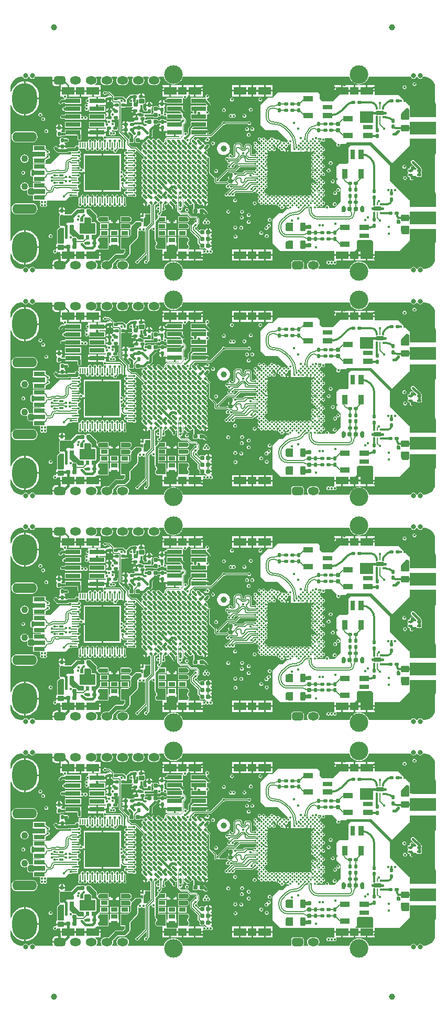
<source format=gtl>
G04 Layer_Physical_Order=1*
G04 Layer_Color=255*
%FSLAX44Y44*%
%MOMM*%
G71*
G01*
G75*
%ADD10C,1.0000*%
%ADD11C,0.3090*%
%ADD12C,0.2000*%
%ADD13C,0.3000*%
%ADD14R,1.6500X0.9000*%
%ADD15R,1.6500X0.7600*%
%ADD16R,0.9000X1.6500*%
%ADD17R,0.7600X1.6500*%
%ADD18R,0.3000X0.3100*%
G04:AMPARAMS|DCode=19|XSize=0.6mm|YSize=0.6mm|CornerRadius=0.06mm|HoleSize=0mm|Usage=FLASHONLY|Rotation=180.000|XOffset=0mm|YOffset=0mm|HoleType=Round|Shape=RoundedRectangle|*
%AMROUNDEDRECTD19*
21,1,0.6000,0.4800,0,0,180.0*
21,1,0.4800,0.6000,0,0,180.0*
1,1,0.1200,-0.2400,0.2400*
1,1,0.1200,0.2400,0.2400*
1,1,0.1200,0.2400,-0.2400*
1,1,0.1200,-0.2400,-0.2400*
%
%ADD19ROUNDEDRECTD19*%
%ADD20R,4.0000X2.0000*%
%ADD21R,4.2500X2.0000*%
G04:AMPARAMS|DCode=22|XSize=0.5mm|YSize=0.6mm|CornerRadius=0.05mm|HoleSize=0mm|Usage=FLASHONLY|Rotation=0.000|XOffset=0mm|YOffset=0mm|HoleType=Round|Shape=RoundedRectangle|*
%AMROUNDEDRECTD22*
21,1,0.5000,0.5000,0,0,0.0*
21,1,0.4000,0.6000,0,0,0.0*
1,1,0.1000,0.2000,-0.2500*
1,1,0.1000,-0.2000,-0.2500*
1,1,0.1000,-0.2000,0.2500*
1,1,0.1000,0.2000,0.2500*
%
%ADD22ROUNDEDRECTD22*%
G04:AMPARAMS|DCode=23|XSize=0.6mm|YSize=0.6mm|CornerRadius=0.06mm|HoleSize=0mm|Usage=FLASHONLY|Rotation=270.000|XOffset=0mm|YOffset=0mm|HoleType=Round|Shape=RoundedRectangle|*
%AMROUNDEDRECTD23*
21,1,0.6000,0.4800,0,0,270.0*
21,1,0.4800,0.6000,0,0,270.0*
1,1,0.1200,-0.2400,-0.2400*
1,1,0.1200,-0.2400,0.2400*
1,1,0.1200,0.2400,0.2400*
1,1,0.1200,0.2400,-0.2400*
%
%ADD23ROUNDEDRECTD23*%
G04:AMPARAMS|DCode=24|XSize=1mm|YSize=0.9mm|CornerRadius=0.1125mm|HoleSize=0mm|Usage=FLASHONLY|Rotation=180.000|XOffset=0mm|YOffset=0mm|HoleType=Round|Shape=RoundedRectangle|*
%AMROUNDEDRECTD24*
21,1,1.0000,0.6750,0,0,180.0*
21,1,0.7750,0.9000,0,0,180.0*
1,1,0.2250,-0.3875,0.3375*
1,1,0.2250,0.3875,0.3375*
1,1,0.2250,0.3875,-0.3375*
1,1,0.2250,-0.3875,-0.3375*
%
%ADD24ROUNDEDRECTD24*%
G04:AMPARAMS|DCode=25|XSize=0.5mm|YSize=0.6mm|CornerRadius=0.05mm|HoleSize=0mm|Usage=FLASHONLY|Rotation=90.000|XOffset=0mm|YOffset=0mm|HoleType=Round|Shape=RoundedRectangle|*
%AMROUNDEDRECTD25*
21,1,0.5000,0.5000,0,0,90.0*
21,1,0.4000,0.6000,0,0,90.0*
1,1,0.1000,0.2500,0.2000*
1,1,0.1000,0.2500,-0.2000*
1,1,0.1000,-0.2500,-0.2000*
1,1,0.1000,-0.2500,0.2000*
%
%ADD25ROUNDEDRECTD25*%
%ADD26R,2.4000X0.7500*%
%ADD27C,0.5000*%
%ADD28O,0.4700X0.5000*%
%ADD29O,0.5000X0.4500*%
%ADD30C,0.4700*%
%ADD31R,1.8000X0.7000*%
%ADD32R,0.3500X0.3000*%
%ADD33R,1.1000X0.7000*%
%ADD34R,0.6500X0.4500*%
%ADD35R,0.4000X0.2500*%
%ADD36R,0.5000X0.2500*%
%ADD37R,0.3000X0.3500*%
%ADD38R,1.4000X1.3000*%
%ADD39R,2.0000X1.3000*%
G04:AMPARAMS|DCode=40|XSize=1.3mm|YSize=0.8mm|CornerRadius=0.1mm|HoleSize=0mm|Usage=FLASHONLY|Rotation=270.000|XOffset=0mm|YOffset=0mm|HoleType=Round|Shape=RoundedRectangle|*
%AMROUNDEDRECTD40*
21,1,1.3000,0.6000,0,0,270.0*
21,1,1.1000,0.8000,0,0,270.0*
1,1,0.2000,-0.3000,-0.5500*
1,1,0.2000,-0.3000,0.5500*
1,1,0.2000,0.3000,0.5500*
1,1,0.2000,0.3000,-0.5500*
%
%ADD40ROUNDEDRECTD40*%
G04:AMPARAMS|DCode=41|XSize=0.7mm|YSize=0.4mm|CornerRadius=0.05mm|HoleSize=0mm|Usage=FLASHONLY|Rotation=180.000|XOffset=0mm|YOffset=0mm|HoleType=Round|Shape=RoundedRectangle|*
%AMROUNDEDRECTD41*
21,1,0.7000,0.3000,0,0,180.0*
21,1,0.6000,0.4000,0,0,180.0*
1,1,0.1000,-0.3000,0.1500*
1,1,0.1000,0.3000,0.1500*
1,1,0.1000,0.3000,-0.1500*
1,1,0.1000,-0.3000,-0.1500*
%
%ADD41ROUNDEDRECTD41*%
%ADD42R,1.2000X0.7000*%
%ADD43R,0.2500X0.3500*%
%ADD44R,2.5000X1.7000*%
%ADD45R,0.5000X0.7000*%
G04:AMPARAMS|DCode=46|XSize=1.3mm|YSize=1mm|CornerRadius=0.125mm|HoleSize=0mm|Usage=FLASHONLY|Rotation=0.000|XOffset=0mm|YOffset=0mm|HoleType=Round|Shape=RoundedRectangle|*
%AMROUNDEDRECTD46*
21,1,1.3000,0.7500,0,0,0.0*
21,1,1.0500,1.0000,0,0,0.0*
1,1,0.2500,0.5250,-0.3750*
1,1,0.2500,-0.5250,-0.3750*
1,1,0.2500,-0.5250,0.3750*
1,1,0.2500,0.5250,0.3750*
%
%ADD46ROUNDEDRECTD46*%
%ADD47R,0.2000X0.2000*%
%ADD48C,0.3500*%
%ADD49R,0.2000X0.9000*%
%ADD50R,0.9000X0.2000*%
%ADD51R,5.5500X5.5500*%
%ADD52C,0.1500*%
%ADD53C,0.7000*%
%ADD54C,0.4000*%
%ADD55C,0.5000*%
%ADD56C,0.6000*%
%ADD57C,0.1000*%
%ADD58C,0.1100*%
%ADD59C,0.2500*%
%ADD60C,0.4500*%
%ADD61C,0.1300*%
%ADD62C,0.3500*%
%ADD63C,0.1200*%
%ADD64C,1.0000*%
%ADD65R,7.0000X7.0000*%
G04:AMPARAMS|DCode=66|XSize=1.8mm|YSize=1.3mm|CornerRadius=0.325mm|HoleSize=0mm|Usage=FLASHONLY|Rotation=0.000|XOffset=0mm|YOffset=0mm|HoleType=Round|Shape=RoundedRectangle|*
%AMROUNDEDRECTD66*
21,1,1.8000,0.6500,0,0,0.0*
21,1,1.1500,1.3000,0,0,0.0*
1,1,0.6500,0.5750,-0.3250*
1,1,0.6500,-0.5750,-0.3250*
1,1,0.6500,-0.5750,0.3250*
1,1,0.6500,0.5750,0.3250*
%
%ADD66ROUNDEDRECTD66*%
%ADD67O,1.8000X1.3000*%
%ADD68C,1.1000*%
%ADD69O,4.0000X1.6000*%
%ADD70C,3.0000*%
%ADD71C,0.8000*%
%ADD72O,4.0000X5.0000*%
%ADD73C,0.4000*%
G36*
X675239Y1402071D02*
X678508Y1400717D01*
X681449Y1398751D01*
X683951Y1396250D01*
X685917Y1393308D01*
X687271Y1390039D01*
X687961Y1386569D01*
Y1384800D01*
Y1360715D01*
X687636D01*
X689500Y1358851D01*
Y1338100D01*
X647000D01*
Y1360715D01*
X646910D01*
Y1356872D01*
X645986Y1356489D01*
X628625Y1373850D01*
X590040D01*
Y1379080D01*
X577500D01*
Y1380350D01*
X576230D01*
Y1389390D01*
X558770D01*
Y1380350D01*
X556230D01*
Y1389390D01*
X538770D01*
Y1380350D01*
X537500D01*
Y1379080D01*
X534250D01*
X534250Y1374850D01*
X522500Y1363100D01*
X505250Y1363100D01*
X501250Y1367100D01*
Y1374850D01*
X498250Y1377850D01*
X433250Y1377850D01*
X424809Y1369409D01*
X418059Y1369409D01*
X406000Y1357350D01*
X406000Y1324350D01*
X414001Y1316350D01*
X433250Y1316350D01*
X450046Y1299554D01*
X449717Y1298469D01*
X449527Y1298431D01*
X448618Y1297823D01*
X448010Y1296913D01*
X447944Y1296582D01*
X447270Y1296250D01*
X446596Y1296582D01*
X446530Y1296913D01*
X445923Y1297823D01*
X445013Y1298431D01*
X443940Y1298644D01*
X442867Y1298431D01*
X442173Y1297967D01*
X441242Y1298011D01*
X440935Y1298092D01*
X440373Y1298933D01*
X438954Y1299881D01*
X437280Y1300214D01*
X436574Y1300074D01*
X436540Y1300243D01*
X435933Y1301153D01*
X435023Y1301761D01*
X433950Y1301974D01*
X432877Y1301761D01*
X432183Y1301297D01*
X431252Y1301342D01*
X430945Y1301422D01*
X430383Y1302263D01*
X428964Y1303212D01*
X427290Y1303544D01*
X426584Y1303404D01*
X426550Y1303573D01*
X425943Y1304483D01*
X425033Y1305091D01*
X423960Y1305304D01*
X422887Y1305091D01*
X421977Y1304483D01*
X421370Y1303573D01*
X421231Y1302874D01*
X420840Y1302290D01*
X420256Y1301900D01*
X419557Y1301761D01*
X418647Y1301153D01*
X418040Y1300243D01*
X417974Y1299912D01*
X417300Y1299580D01*
X416626Y1299912D01*
X416560Y1300243D01*
X415953Y1301153D01*
X415043Y1301761D01*
X414344Y1301900D01*
X413444Y1302500D01*
X413230Y1303573D01*
X412622Y1304483D01*
X411713Y1305091D01*
X410640Y1305304D01*
X409567Y1305091D01*
X408657Y1304483D01*
X408050Y1303573D01*
X407984Y1303242D01*
X407310Y1302910D01*
X406636Y1303242D01*
X406570Y1303573D01*
X405962Y1304483D01*
X405053Y1305091D01*
X403980Y1305304D01*
X402907Y1305091D01*
X401997Y1304483D01*
X401389Y1303573D01*
X401176Y1302500D01*
X401389Y1301427D01*
X401997Y1300518D01*
X402907Y1299910D01*
X403606Y1299771D01*
X404506Y1299170D01*
X404720Y1298097D01*
X405327Y1297188D01*
X406237Y1296580D01*
X406935Y1296441D01*
X407087Y1296213D01*
Y1295468D01*
X406935Y1295240D01*
X406237Y1295101D01*
X405327Y1294493D01*
X404720Y1293583D01*
X404654Y1293252D01*
X403980Y1292920D01*
X403306Y1293252D01*
X403240Y1293583D01*
X402632Y1294493D01*
X401723Y1295101D01*
X401024Y1295240D01*
X400124Y1295840D01*
X399910Y1296913D01*
X399302Y1297823D01*
X398393Y1298431D01*
X397320Y1298644D01*
X396247Y1298431D01*
X395337Y1297823D01*
X394729Y1296913D01*
X394516Y1295840D01*
X394729Y1294767D01*
X395337Y1293858D01*
X396247Y1293250D01*
X396258Y1293248D01*
X397006Y1292181D01*
X396945Y1291910D01*
X396247Y1291771D01*
X395337Y1291163D01*
X394729Y1290253D01*
X394516Y1289180D01*
X394729Y1288107D01*
X395337Y1287198D01*
X396247Y1286590D01*
X396946Y1286451D01*
X397846Y1285850D01*
X398059Y1284777D01*
X398667Y1283868D01*
X399577Y1283260D01*
X399588Y1283258D01*
X400336Y1282191D01*
X400275Y1281920D01*
X399577Y1281781D01*
X398667Y1281173D01*
X398059Y1280263D01*
X397846Y1279190D01*
X397320Y1278664D01*
X396247Y1278451D01*
X395337Y1277843D01*
X395205Y1277645D01*
X391739D01*
X391534Y1277849D01*
Y1290850D01*
X391399Y1291533D01*
X391012Y1292112D01*
X389012Y1294112D01*
X388433Y1294499D01*
X387750Y1294635D01*
X382750D01*
X382067Y1294499D01*
X381488Y1294112D01*
X379738Y1292362D01*
X379352Y1291783D01*
X379216Y1291100D01*
Y1289089D01*
X378761Y1288634D01*
X377489D01*
X376284Y1289839D01*
Y1292850D01*
X376148Y1293533D01*
X375762Y1294112D01*
X374012Y1295862D01*
X373433Y1296249D01*
X372750Y1296384D01*
X367000D01*
X366317Y1296249D01*
X365738Y1295862D01*
X362738Y1292862D01*
X362352Y1292283D01*
X362216Y1291600D01*
Y1276339D01*
X361264Y1275387D01*
X361124Y1275396D01*
X360255Y1275723D01*
X360076Y1276621D01*
X359413Y1277613D01*
X358421Y1278276D01*
X357250Y1278509D01*
X356080Y1278276D01*
X355087Y1277613D01*
X354424Y1276621D01*
X354191Y1275450D01*
X354424Y1274280D01*
X354808Y1273706D01*
X354382Y1272647D01*
X353927Y1272593D01*
X353913Y1272613D01*
X352921Y1273276D01*
X351750Y1273509D01*
X350580Y1273276D01*
X349587Y1272613D01*
X348924Y1271621D01*
X348691Y1270450D01*
X348924Y1269280D01*
X349587Y1268288D01*
X350580Y1267624D01*
X351133Y1267514D01*
X351949Y1266489D01*
X351941Y1266450D01*
X352174Y1265280D01*
X352837Y1264287D01*
X353830Y1263624D01*
X355000Y1263392D01*
X355092Y1263410D01*
X356180Y1262607D01*
X356205Y1262355D01*
X355447Y1261597D01*
X355000Y1261686D01*
X353830Y1261453D01*
X352837Y1260790D01*
X352174Y1259797D01*
X351941Y1258627D01*
X352174Y1257456D01*
X352837Y1256464D01*
X353830Y1255801D01*
X355000Y1255568D01*
X356171Y1255801D01*
X357144Y1256451D01*
X357387Y1256594D01*
X358250D01*
X358337Y1256464D01*
X359330Y1255801D01*
X360500Y1255568D01*
X361671Y1255801D01*
X362663Y1256464D01*
X363326Y1257456D01*
X363559Y1258627D01*
X363429Y1259282D01*
X364902Y1260756D01*
X369718D01*
X370132Y1259756D01*
X364511Y1254135D01*
X352377D01*
X351694Y1253999D01*
X351115Y1253612D01*
X336385Y1238882D01*
X336250Y1238909D01*
X335282Y1238717D01*
X334282Y1239255D01*
Y1240500D01*
X334154Y1241144D01*
X333790Y1241690D01*
X325615Y1249865D01*
Y1272518D01*
X325487Y1273162D01*
X325122Y1273708D01*
X319872Y1278958D01*
X320069Y1279950D01*
X319797Y1281316D01*
X319024Y1282474D01*
X317866Y1283247D01*
X316894Y1283441D01*
Y1284460D01*
X317866Y1284653D01*
X319024Y1285427D01*
X319797Y1286585D01*
X319881Y1287005D01*
X322663Y1289787D01*
X323326Y1290780D01*
X323559Y1291950D01*
X323326Y1293121D01*
X322663Y1294113D01*
X321671Y1294776D01*
X321416Y1294827D01*
X321639Y1295950D01*
X321248Y1297917D01*
X321144Y1298072D01*
X321473Y1298864D01*
X321698Y1299043D01*
X322663Y1299687D01*
X323326Y1300680D01*
X323559Y1301850D01*
X323326Y1303021D01*
X322663Y1304013D01*
X321671Y1304676D01*
X320500Y1304909D01*
X319329Y1304676D01*
X318337Y1304013D01*
X317674Y1303021D01*
X317441Y1301850D01*
X317462Y1301745D01*
X316755Y1301038D01*
X316500Y1301089D01*
X314534Y1300698D01*
X312867Y1299584D01*
X312176Y1298550D01*
X311024Y1298474D01*
X309866Y1299247D01*
X309446Y1299331D01*
X306663Y1302113D01*
X306663Y1302113D01*
X305671Y1302776D01*
X304501Y1303009D01*
X303330Y1302776D01*
X302338Y1302113D01*
X301674Y1301121D01*
X301574Y1300617D01*
X300489Y1300287D01*
X298663Y1302113D01*
X298663Y1302113D01*
X297845Y1302660D01*
X297519Y1303748D01*
X299836Y1306066D01*
X325750D01*
X326433Y1306202D01*
X327012Y1306588D01*
X345803Y1325380D01*
X346250Y1325291D01*
X347421Y1325524D01*
X348413Y1326187D01*
X348666Y1326566D01*
X385084D01*
X385337Y1326187D01*
X386329Y1325524D01*
X387500Y1325291D01*
X388671Y1325524D01*
X389663Y1326187D01*
X390326Y1327180D01*
X390559Y1328350D01*
X390326Y1329521D01*
X389663Y1330513D01*
X388671Y1331176D01*
X387500Y1331409D01*
X386329Y1331176D01*
X385337Y1330513D01*
X385084Y1330134D01*
X348666D01*
X348413Y1330513D01*
X347421Y1331176D01*
X346250Y1331409D01*
X345079Y1331176D01*
X344087Y1330513D01*
X343424Y1329521D01*
X343191Y1328350D01*
X343280Y1327904D01*
X325011Y1309635D01*
X319000D01*
Y1311541D01*
X319750D01*
X320921Y1311774D01*
X321913Y1312437D01*
X322576Y1313430D01*
X322809Y1314600D01*
X322576Y1315771D01*
X321913Y1316763D01*
X320921Y1317426D01*
X319750Y1317659D01*
X319000D01*
Y1318200D01*
X295369D01*
X294955Y1319200D01*
X297205Y1321450D01*
X319000D01*
Y1330950D01*
X293000D01*
Y1324455D01*
X289698Y1321153D01*
X289145Y1320326D01*
X288951Y1319350D01*
Y1311656D01*
X288277Y1310982D01*
X287213Y1311332D01*
X287076Y1312021D01*
X286413Y1313013D01*
X285420Y1313676D01*
X284250Y1313909D01*
X283124Y1313685D01*
X282947Y1313671D01*
X282124Y1314190D01*
Y1325678D01*
X284898Y1328452D01*
X285374Y1329600D01*
Y1333100D01*
X284898Y1334248D01*
X280000Y1339146D01*
X280000Y1343542D01*
X280148Y1343571D01*
X281171Y1343774D01*
X282163Y1344437D01*
X282826Y1345430D01*
X283059Y1346600D01*
X282826Y1347771D01*
X282163Y1348763D01*
X282163Y1348763D01*
X280000Y1350926D01*
Y1356450D01*
X254000D01*
Y1346950D01*
X275324D01*
X277574Y1344700D01*
X277202Y1343700D01*
X254039D01*
X253663Y1344263D01*
X252671Y1344926D01*
X251500Y1345159D01*
X250454Y1344951D01*
X249992Y1345664D01*
X249934Y1345790D01*
X250374Y1346850D01*
Y1351850D01*
X250198Y1352273D01*
X250250Y1352350D01*
X250250D01*
Y1354196D01*
X250942Y1354658D01*
X251614Y1355664D01*
X251850Y1356850D01*
Y1358080D01*
X241651D01*
Y1356850D01*
X241886Y1355664D01*
X242381Y1354924D01*
X241921Y1353976D01*
X240973Y1353945D01*
X240243D01*
X240157Y1354375D01*
X239804Y1354904D01*
X239274Y1355257D01*
X238650Y1355381D01*
X233850D01*
X233226Y1355257D01*
X232696Y1354904D01*
X232343Y1354375D01*
X232219Y1353750D01*
Y1348950D01*
X232343Y1348326D01*
X232696Y1347797D01*
X232750Y1347761D01*
Y1344940D01*
X232696Y1344904D01*
X232343Y1344375D01*
X232219Y1343750D01*
Y1342999D01*
X229652D01*
X229084Y1343999D01*
X229374Y1344700D01*
Y1349700D01*
X229199Y1350123D01*
X229250Y1350200D01*
X229250D01*
Y1352046D01*
X229942Y1352509D01*
X230614Y1353514D01*
X230850Y1354700D01*
Y1355930D01*
X220651D01*
Y1354700D01*
X220887Y1353514D01*
X221559Y1352509D01*
X222250Y1352046D01*
Y1350200D01*
X222250D01*
X222302Y1350123D01*
X222127Y1349700D01*
Y1348840D01*
X221179Y1348281D01*
X221127Y1348285D01*
X220000Y1348509D01*
X218830Y1348276D01*
X218415Y1347999D01*
X217374D01*
Y1350350D01*
X216898Y1351498D01*
X215799Y1351953D01*
Y1353400D01*
X216000D01*
Y1357768D01*
X216457Y1358681D01*
X216797Y1358891D01*
X217265Y1359085D01*
X219015Y1360835D01*
X219332Y1361600D01*
Y1366796D01*
X219333Y1366796D01*
X219016Y1367561D01*
X219015D01*
X218461Y1368116D01*
X218461Y1368116D01*
X218223Y1368214D01*
X218350Y1368850D01*
Y1369580D01*
X212750D01*
Y1370850D01*
X211480D01*
Y1375950D01*
X210250D01*
X209064Y1375714D01*
X208058Y1375042D01*
X207596Y1374350D01*
X205750D01*
Y1374350D01*
X205250Y1374474D01*
X204801Y1374474D01*
X200250D01*
X199102Y1373998D01*
X199065Y1373909D01*
X196329D01*
X195159Y1373676D01*
X194167Y1373013D01*
X189338Y1368184D01*
X189043Y1367744D01*
X187815Y1367605D01*
X185167Y1370253D01*
X184340Y1370805D01*
X183364Y1370999D01*
X173600D01*
X172624Y1370805D01*
X172503Y1370724D01*
X170199D01*
X169750Y1370724D01*
X169369Y1370872D01*
X168742Y1371315D01*
X168648Y1371783D01*
X168262Y1372362D01*
X162512Y1378112D01*
X161933Y1378499D01*
X161250Y1378634D01*
X156666D01*
X156413Y1379013D01*
X155421Y1379676D01*
X154250Y1379909D01*
X153080Y1379676D01*
X152087Y1379013D01*
X151424Y1378021D01*
X151191Y1376850D01*
X151424Y1375680D01*
X152087Y1374687D01*
X153080Y1374024D01*
X154250Y1373791D01*
X155421Y1374024D01*
X156413Y1374687D01*
X156666Y1375066D01*
X160511D01*
X162453Y1373124D01*
X162071Y1372200D01*
X159750D01*
X158564Y1371964D01*
X157558Y1371292D01*
X157124Y1370642D01*
X156330Y1370259D01*
X155935Y1370240D01*
X143020D01*
Y1363950D01*
X140480D01*
Y1370240D01*
X127211D01*
Y1367742D01*
X126500Y1367159D01*
X125330Y1366926D01*
X124337Y1366263D01*
X123674Y1365271D01*
X123441Y1364100D01*
X123674Y1362930D01*
X124337Y1361937D01*
X125330Y1361274D01*
X126500Y1361041D01*
X126953Y1360670D01*
X126901Y1359862D01*
X125977Y1359388D01*
X125921Y1359426D01*
X124750Y1359659D01*
X123580Y1359426D01*
X122587Y1358763D01*
X121924Y1357771D01*
X121691Y1356600D01*
X121924Y1355430D01*
X122587Y1354437D01*
X122718Y1354350D01*
Y1353350D01*
X122587Y1353263D01*
X121924Y1352271D01*
X121691Y1351100D01*
X121924Y1349930D01*
X122587Y1348937D01*
X123580Y1348274D01*
X124750Y1348041D01*
X125921Y1348274D01*
X126913Y1348937D01*
X127576Y1349930D01*
X127751Y1350807D01*
X128750Y1350708D01*
Y1346450D01*
X154750D01*
Y1355950D01*
X144988D01*
X144841Y1356898D01*
X145482Y1357660D01*
X156291D01*
Y1363006D01*
X157290Y1363309D01*
X157558Y1362909D01*
X158564Y1362237D01*
X159750Y1362001D01*
X160980D01*
Y1367100D01*
X163520D01*
Y1362001D01*
X164750D01*
X165936Y1362237D01*
X166029Y1362298D01*
X167488Y1360838D01*
X168067Y1360452D01*
X167970Y1359451D01*
X167900Y1359100D01*
Y1358370D01*
X173500D01*
Y1355830D01*
X167900D01*
Y1355100D01*
X168018Y1354509D01*
X168006Y1353829D01*
X167302Y1353370D01*
X166830Y1353276D01*
X165837Y1352613D01*
X165260Y1351749D01*
X164250Y1351950D01*
X163020D01*
Y1346850D01*
X161750D01*
Y1345580D01*
X156151D01*
Y1344850D01*
X156386Y1343664D01*
X157058Y1342659D01*
X157368Y1342452D01*
Y1341249D01*
X157058Y1341042D01*
X156386Y1340036D01*
X156151Y1338850D01*
Y1338120D01*
X161750D01*
Y1335580D01*
X156151D01*
Y1334850D01*
X156386Y1333664D01*
X157058Y1332659D01*
X158064Y1331987D01*
X158352Y1330910D01*
X158191Y1330100D01*
X158307Y1329518D01*
X157500Y1328659D01*
X156329Y1328426D01*
X155750Y1328039D01*
X154750Y1328548D01*
Y1330450D01*
X128750D01*
Y1320950D01*
X154750D01*
Y1320950D01*
X155651Y1320709D01*
Y1319240D01*
X143020D01*
Y1314220D01*
X156291D01*
Y1314635D01*
X157290Y1315169D01*
X157564Y1314987D01*
X158750Y1314751D01*
X161515D01*
X161837Y1313763D01*
X161174Y1312771D01*
X160941Y1311600D01*
X161174Y1310430D01*
X161837Y1309437D01*
X162829Y1308774D01*
X164000Y1308541D01*
X165171Y1308774D01*
X165682Y1309116D01*
X166357Y1309379D01*
X167164Y1309135D01*
X167630Y1308824D01*
X168800Y1308591D01*
X169971Y1308824D01*
X170963Y1309487D01*
X171626Y1310480D01*
X171859Y1311650D01*
X171626Y1312821D01*
X170963Y1313813D01*
X169971Y1314476D01*
X168800Y1314709D01*
X167630Y1314476D01*
X167118Y1314134D01*
X166443Y1313872D01*
X165636Y1314115D01*
X165534Y1314183D01*
X165436Y1315249D01*
X165466Y1315340D01*
X165942Y1315659D01*
X166404Y1316350D01*
X168250D01*
Y1316350D01*
X168327Y1316402D01*
X168750Y1316227D01*
X173750D01*
X174898Y1316702D01*
X175374Y1317850D01*
Y1321850D01*
X174898Y1322998D01*
X174809Y1323035D01*
Y1330350D01*
X174809Y1330350D01*
X174576Y1331520D01*
X174456Y1331700D01*
X174576Y1331880D01*
X174809Y1333050D01*
Y1333458D01*
X175398Y1333702D01*
X175716Y1334469D01*
X176716Y1334270D01*
Y1313951D01*
X176852Y1313268D01*
X177238Y1312689D01*
X188937Y1300990D01*
X188523Y1299990D01*
X187520D01*
Y1292950D01*
Y1285910D01*
X189750D01*
Y1283780D01*
X188750Y1282959D01*
X188500Y1283009D01*
X187330Y1282776D01*
X186337Y1282113D01*
X185674Y1281121D01*
X185441Y1279950D01*
X185674Y1278780D01*
X186337Y1277787D01*
X187330Y1277124D01*
X188500Y1276891D01*
X189194Y1276126D01*
Y1275774D01*
X188500Y1275009D01*
X187330Y1274776D01*
X186337Y1274113D01*
X185674Y1273121D01*
X185441Y1271950D01*
X185674Y1270780D01*
X186337Y1269788D01*
X187330Y1269124D01*
X188500Y1268892D01*
X189194Y1268127D01*
Y1267774D01*
X188500Y1267009D01*
X187330Y1266776D01*
X186337Y1266113D01*
X185674Y1265121D01*
X185441Y1263950D01*
X185674Y1262780D01*
X186337Y1261787D01*
X187330Y1261124D01*
X188500Y1260892D01*
X189194Y1260127D01*
Y1259773D01*
X188500Y1259009D01*
X187330Y1258776D01*
X186337Y1258113D01*
X185674Y1257121D01*
X185441Y1255950D01*
X185674Y1254780D01*
X186337Y1253787D01*
X187330Y1253124D01*
X188500Y1252891D01*
X189194Y1252126D01*
Y1251774D01*
X188500Y1251009D01*
X187330Y1250776D01*
X186337Y1250113D01*
X185674Y1249121D01*
X185441Y1247950D01*
X185674Y1246780D01*
X186337Y1245787D01*
X187330Y1245124D01*
X188500Y1244892D01*
X189194Y1244127D01*
Y1243774D01*
X188500Y1243009D01*
X187330Y1242776D01*
X186337Y1242113D01*
X185674Y1241121D01*
X185441Y1239950D01*
X185674Y1238780D01*
X186337Y1237787D01*
X187330Y1237124D01*
X188500Y1236892D01*
X189194Y1236127D01*
Y1235773D01*
X188500Y1235009D01*
X187330Y1234776D01*
X186337Y1234113D01*
X186110Y1233772D01*
X184913Y1233763D01*
X183921Y1234426D01*
X182750Y1234659D01*
X181579Y1234426D01*
X181540Y1234400D01*
X180540Y1234934D01*
Y1238944D01*
X181313Y1239579D01*
X181500Y1239541D01*
X182671Y1239774D01*
X183663Y1240437D01*
X184326Y1241430D01*
X184559Y1242600D01*
X184326Y1243771D01*
X183663Y1244763D01*
X183185Y1245082D01*
X183163Y1246270D01*
X183413Y1246437D01*
X184076Y1247430D01*
X184309Y1248600D01*
X184076Y1249771D01*
X183413Y1250763D01*
X182421Y1251426D01*
X181250Y1251659D01*
X180540Y1252242D01*
Y1278240D01*
X151520D01*
Y1247950D01*
Y1217660D01*
X180540D01*
Y1224810D01*
X180624Y1224876D01*
X181540Y1225176D01*
X184208Y1222508D01*
X184869Y1222066D01*
X185650Y1221911D01*
X185650Y1221911D01*
X188750D01*
X189750Y1221911D01*
Y1219598D01*
X188977Y1218964D01*
X188750Y1219009D01*
X187580Y1218776D01*
X186587Y1218113D01*
X185924Y1217121D01*
X185692Y1215950D01*
X185924Y1214780D01*
X186587Y1213788D01*
X187580Y1213124D01*
X188750Y1212892D01*
X188977Y1212937D01*
X189750Y1212302D01*
Y1209950D01*
X195053D01*
X195250Y1209911D01*
X199504Y1209911D01*
X199587Y1209787D01*
X200579Y1209124D01*
X201750Y1208891D01*
X202920Y1209124D01*
X203913Y1209787D01*
X204576Y1210779D01*
X204809Y1211950D01*
X204576Y1213121D01*
X203913Y1214113D01*
X202920Y1214776D01*
X201750Y1215009D01*
X200983Y1215714D01*
Y1216186D01*
X201750Y1216891D01*
X202920Y1217124D01*
X203913Y1217787D01*
X204576Y1218780D01*
X204809Y1219950D01*
X204576Y1221121D01*
X203913Y1222113D01*
X202920Y1222776D01*
X201750Y1223009D01*
X200983Y1223714D01*
Y1224187D01*
X201750Y1224892D01*
X202920Y1225124D01*
X203913Y1225788D01*
X204576Y1226780D01*
X204809Y1227950D01*
X204576Y1229121D01*
X203913Y1230113D01*
X202920Y1230776D01*
X201750Y1231009D01*
X200983Y1231714D01*
Y1232187D01*
X201750Y1232892D01*
X202920Y1233124D01*
X203913Y1233787D01*
X204576Y1234780D01*
X204809Y1235950D01*
X204576Y1237121D01*
X203913Y1238113D01*
X202920Y1238776D01*
X201750Y1239009D01*
X200983Y1239714D01*
Y1240186D01*
X201750Y1240891D01*
X202920Y1241124D01*
X203913Y1241787D01*
X204576Y1242779D01*
X204809Y1243950D01*
X204576Y1245121D01*
X203913Y1246113D01*
X202920Y1246776D01*
X201750Y1247009D01*
X200983Y1247714D01*
Y1248187D01*
X201750Y1248892D01*
X202920Y1249124D01*
X203913Y1249788D01*
X204576Y1250780D01*
X204809Y1251950D01*
X204576Y1253121D01*
X203913Y1254113D01*
X202920Y1254776D01*
X201750Y1255009D01*
X200983Y1255714D01*
Y1256187D01*
X201750Y1256892D01*
X202920Y1257124D01*
X203913Y1257787D01*
X204576Y1258780D01*
X204809Y1259950D01*
X204576Y1261121D01*
X203913Y1262113D01*
X202920Y1262776D01*
X201750Y1263009D01*
X200983Y1263714D01*
Y1264186D01*
X201750Y1264891D01*
X202920Y1265124D01*
X203913Y1265787D01*
X204576Y1266779D01*
X204809Y1267950D01*
X204576Y1269121D01*
X203913Y1270113D01*
X202920Y1270776D01*
X201750Y1271009D01*
X200983Y1271714D01*
Y1272187D01*
X201750Y1272892D01*
X202920Y1273124D01*
X203913Y1273788D01*
X204576Y1274780D01*
X204809Y1275950D01*
X204576Y1277121D01*
X203913Y1278113D01*
X202920Y1278776D01*
X201750Y1279009D01*
X200983Y1279714D01*
Y1280186D01*
X201750Y1280892D01*
X202920Y1281124D01*
X203913Y1281788D01*
X204576Y1282780D01*
X204768Y1283745D01*
X205359Y1284056D01*
X205788Y1284139D01*
X217105Y1272822D01*
X216932Y1271950D01*
X217016Y1271525D01*
X216500Y1271009D01*
X215330Y1270776D01*
X214338Y1270113D01*
X213675Y1269121D01*
X213442Y1267950D01*
X213675Y1266780D01*
X214338Y1265787D01*
X214338Y1265787D01*
X216163Y1263962D01*
X215834Y1262877D01*
X215330Y1262776D01*
X214338Y1262113D01*
X213675Y1261121D01*
X213442Y1259950D01*
X213675Y1258780D01*
X214338Y1257787D01*
X214338Y1257787D01*
X216163Y1255962D01*
X215834Y1254877D01*
X215330Y1254776D01*
X214338Y1254113D01*
X213675Y1253121D01*
X213442Y1251950D01*
X213675Y1250780D01*
X214338Y1249787D01*
X214338Y1249787D01*
X216163Y1247962D01*
X215834Y1246877D01*
X215330Y1246776D01*
X214338Y1246113D01*
X213675Y1245121D01*
X213442Y1243950D01*
X213675Y1242780D01*
X214338Y1241787D01*
X214338Y1241787D01*
X216163Y1239962D01*
X215834Y1238877D01*
X215330Y1238776D01*
X214338Y1238113D01*
X213675Y1237121D01*
X213442Y1235950D01*
X213675Y1234780D01*
X214338Y1233787D01*
X214338Y1233787D01*
X216163Y1231962D01*
X215834Y1230877D01*
X215330Y1230776D01*
X214338Y1230113D01*
X213675Y1229121D01*
X213442Y1227950D01*
X213675Y1226780D01*
X214338Y1225787D01*
X214338Y1225787D01*
X216163Y1223962D01*
X215834Y1222877D01*
X215330Y1222776D01*
X214338Y1222113D01*
X213675Y1221121D01*
X213442Y1219950D01*
X213675Y1218780D01*
X214338Y1217787D01*
X214338Y1217787D01*
X216163Y1215962D01*
X215834Y1214877D01*
X215330Y1214776D01*
X214338Y1214113D01*
X213675Y1213121D01*
X213442Y1211950D01*
X213675Y1210780D01*
X214338Y1209787D01*
X214338Y1209787D01*
X217120Y1207005D01*
X217204Y1206585D01*
X217944Y1205476D01*
X217976Y1205409D01*
X217924Y1204260D01*
X216975Y1203626D01*
X216915Y1203536D01*
X219230Y1201220D01*
X220500D01*
Y1199950D01*
X221770D01*
Y1195067D01*
X222408Y1195194D01*
X224026Y1196275D01*
X224875Y1197546D01*
X225913Y1197650D01*
X226032Y1197615D01*
X226085Y1197535D01*
X227193Y1196795D01*
X228211Y1196592D01*
Y1182971D01*
X227992Y1182728D01*
X227211Y1182182D01*
X220250Y1182183D01*
X220250Y1182183D01*
X219490Y1182883D01*
Y1182890D01*
X216720D01*
Y1178600D01*
X215450D01*
Y1177330D01*
X211410D01*
Y1174310D01*
X215777D01*
X215918Y1174100D01*
Y1168850D01*
X214082D01*
X213765Y1169615D01*
X213000Y1169933D01*
X204250Y1169932D01*
X204250Y1169933D01*
X203484Y1169615D01*
X203484Y1169615D01*
X198006Y1164137D01*
X196855Y1164400D01*
X196765Y1164615D01*
X195015Y1166365D01*
X195015Y1166366D01*
X194250Y1166683D01*
X180750D01*
X180311Y1166501D01*
X179891D01*
Y1166139D01*
X179668Y1165600D01*
X179668Y1162001D01*
X179668Y1158401D01*
X179891Y1157863D01*
Y1157501D01*
X180311D01*
X180750Y1157319D01*
X194250D01*
X194911Y1157593D01*
X195197Y1157521D01*
X195882Y1157089D01*
Y1148384D01*
X193814Y1146316D01*
X192891Y1146807D01*
X192891Y1147374D01*
Y1155501D01*
X179891D01*
Y1146501D01*
X191945D01*
X192585Y1146501D01*
X193076Y1145577D01*
X192181Y1144683D01*
X180750D01*
X180311Y1144501D01*
X179891D01*
Y1144139D01*
X179668Y1143600D01*
X179668Y1140001D01*
X179668Y1136402D01*
Y1125600D01*
X179891Y1125061D01*
Y1124501D01*
X186162D01*
Y1120249D01*
X183351Y1117438D01*
X172901D01*
X171145Y1117089D01*
X169656Y1116095D01*
X169469Y1115815D01*
X160259Y1106604D01*
X160179Y1106615D01*
X155179D01*
X153221Y1106357D01*
X151396Y1105601D01*
X149830Y1104399D01*
X148627Y1102833D01*
X147872Y1101008D01*
X147614Y1099050D01*
X147872Y1097092D01*
X148627Y1095268D01*
X149493Y1094139D01*
X149000Y1093139D01*
X140928D01*
X140435Y1094139D01*
X141301Y1095268D01*
X142057Y1097092D01*
X142315Y1099050D01*
X142057Y1101008D01*
X141301Y1102833D01*
X140099Y1104399D01*
X138912Y1105310D01*
X139251Y1106310D01*
X147290D01*
Y1114080D01*
X134750D01*
Y1116620D01*
X147290D01*
Y1124319D01*
X159032D01*
X159470Y1124501D01*
X159891D01*
Y1124863D01*
X160114Y1125402D01*
X160114Y1129001D01*
X160114Y1132600D01*
Y1136402D01*
X160114Y1140001D01*
X160114Y1143600D01*
X159891Y1144139D01*
Y1144501D01*
X159470D01*
X159032Y1144683D01*
X145777D01*
X145341Y1145404D01*
X145287Y1145607D01*
X145976Y1146295D01*
X146891Y1146501D01*
X147459Y1146501D01*
X159891D01*
Y1155501D01*
X146891Y1155501D01*
X146832Y1156477D01*
Y1156525D01*
X146891Y1157501D01*
X147832Y1157501D01*
X159891D01*
Y1166501D01*
X146891Y1166501D01*
X146832Y1167477D01*
Y1167600D01*
X147313Y1168319D01*
X159032D01*
X159470Y1168501D01*
X159891D01*
Y1168863D01*
X160114Y1169401D01*
X160114Y1173001D01*
X160114Y1176600D01*
X159891Y1177139D01*
Y1177501D01*
X159470D01*
X159032Y1177682D01*
X145532D01*
X144766Y1177365D01*
X142766Y1175365D01*
X142582Y1174922D01*
X141582Y1175120D01*
X141582Y1179350D01*
X141582Y1179350D01*
X141265Y1180116D01*
X141265Y1180116D01*
X131016Y1190366D01*
X131016Y1190366D01*
X130250Y1190683D01*
X125000Y1190683D01*
X124235Y1190366D01*
X123918Y1189600D01*
X121589D01*
X121554Y1189654D01*
X121024Y1190007D01*
X120400Y1190132D01*
X118236D01*
X118000Y1190179D01*
X110000D01*
X110000Y1190179D01*
X108439Y1189868D01*
X107116Y1188984D01*
X99065Y1180932D01*
X89157Y1180932D01*
X88854Y1181933D01*
X89192Y1182159D01*
X89864Y1183164D01*
X90100Y1184350D01*
Y1185580D01*
X79900D01*
Y1184350D01*
X80136Y1183164D01*
X80808Y1182159D01*
X81500Y1181696D01*
Y1180381D01*
X80985Y1179866D01*
X80668Y1179100D01*
X80668Y1165850D01*
X80668Y1165850D01*
X80719Y1165727D01*
Y1163450D01*
X80843Y1162826D01*
X81196Y1162297D01*
X81250Y1162261D01*
Y1159933D01*
X81000D01*
X80235Y1159616D01*
X77235Y1156616D01*
X76918Y1155850D01*
Y1147100D01*
X76958Y1147002D01*
Y1141949D01*
X76918Y1141850D01*
Y1135100D01*
X76918Y1135100D01*
X77000Y1134901D01*
Y1133963D01*
X76483Y1133618D01*
X75673Y1132405D01*
X75388Y1130975D01*
Y1128870D01*
X83000D01*
Y1126330D01*
X75388D01*
Y1124775D01*
X75340Y1124687D01*
X74522Y1124051D01*
X74408Y1124028D01*
X73750Y1124159D01*
X72579Y1123926D01*
X71587Y1123263D01*
X70924Y1122271D01*
X70691Y1121100D01*
X70924Y1119930D01*
X71587Y1118937D01*
X72579Y1118274D01*
X73750Y1118041D01*
X74921Y1118274D01*
X75913Y1118937D01*
X76576Y1119930D01*
X76644Y1120272D01*
X77695Y1120773D01*
X79125Y1120489D01*
X82210D01*
Y1116620D01*
X94750D01*
Y1114080D01*
X82210D01*
Y1108204D01*
X75643D01*
X73384Y1107754D01*
X71469Y1106475D01*
X70189Y1104559D01*
X69739Y1102300D01*
Y1100320D01*
X81393D01*
Y1097780D01*
X69739D01*
Y1095800D01*
X70070Y1094139D01*
X69346Y1093139D01*
X41651D01*
X40605Y1094705D01*
X38951Y1095810D01*
X37000Y1096198D01*
X35049Y1095810D01*
X33395Y1094705D01*
X32349Y1093139D01*
X30901D01*
X29855Y1094705D01*
X28201Y1095810D01*
X26250Y1096198D01*
X24299Y1095810D01*
X22645Y1094705D01*
X21599Y1093139D01*
X18231Y1093139D01*
X14761Y1093829D01*
X11492Y1095183D01*
X8551Y1097149D01*
X6049Y1099651D01*
X4083Y1102592D01*
X2729Y1105861D01*
X2039Y1109331D01*
Y1117499D01*
X3039Y1117647D01*
X4075Y1114233D01*
X6168Y1110317D01*
X8985Y1106885D01*
X12417Y1104068D01*
X16332Y1101975D01*
X20581Y1100686D01*
X23730Y1100376D01*
Y1127900D01*
Y1155424D01*
X20581Y1155114D01*
X16332Y1153825D01*
X12417Y1151732D01*
X8985Y1148916D01*
X6168Y1145483D01*
X4075Y1141568D01*
X3039Y1138153D01*
X2039Y1138302D01*
Y1357499D01*
X3039Y1357647D01*
X4075Y1354233D01*
X6168Y1350317D01*
X8985Y1346885D01*
X12417Y1344068D01*
X16332Y1341975D01*
X20581Y1340686D01*
X23730Y1340376D01*
Y1367900D01*
Y1395424D01*
X20581Y1395114D01*
X16332Y1393825D01*
X12417Y1391732D01*
X8985Y1388916D01*
X6168Y1385484D01*
X4075Y1381568D01*
X3039Y1378153D01*
X2039Y1378302D01*
Y1384800D01*
X2039Y1386569D01*
X2729Y1390039D01*
X4083Y1393308D01*
X6049Y1396250D01*
X8551Y1398751D01*
X11492Y1400717D01*
X14761Y1402071D01*
X18231Y1402761D01*
X21599D01*
X22645Y1401195D01*
X24299Y1400090D01*
X26250Y1399702D01*
X28201Y1400090D01*
X29855Y1401195D01*
X30901Y1402761D01*
X32349D01*
X33395Y1401195D01*
X35049Y1400090D01*
X37000Y1399702D01*
X38951Y1400090D01*
X40605Y1401195D01*
X41651Y1402761D01*
X68918D01*
X69641Y1401761D01*
X69311Y1400100D01*
Y1398120D01*
X80964D01*
Y1395580D01*
X69311D01*
Y1393600D01*
X69760Y1391341D01*
X71040Y1389426D01*
X72955Y1388146D01*
X75214Y1387697D01*
X82210D01*
Y1381620D01*
X94750D01*
Y1380350D01*
X96020D01*
Y1371310D01*
X113480D01*
Y1380350D01*
X116020D01*
Y1371310D01*
X133480D01*
Y1380350D01*
X134750D01*
Y1381620D01*
X147290D01*
Y1389390D01*
X138502D01*
X138248Y1389971D01*
X138223Y1390390D01*
X139670Y1391501D01*
X140873Y1393068D01*
X141628Y1394892D01*
X141886Y1396850D01*
X141628Y1398808D01*
X140873Y1400633D01*
X140007Y1401761D01*
X140500Y1402761D01*
X148572D01*
X149065Y1401761D01*
X148199Y1400633D01*
X147443Y1398808D01*
X147185Y1396850D01*
X147443Y1394892D01*
X148199Y1393068D01*
X149401Y1391501D01*
X150968Y1390299D01*
X152792Y1389543D01*
X154750Y1389285D01*
X159750D01*
X161708Y1389543D01*
X163532Y1390299D01*
X165099Y1391501D01*
X166301Y1393068D01*
X167057Y1394892D01*
X167315Y1396850D01*
X167057Y1398808D01*
X166301Y1400633D01*
X165435Y1401761D01*
X165928Y1402761D01*
X174000D01*
X174493Y1401761D01*
X173627Y1400633D01*
X172872Y1398808D01*
X172614Y1396850D01*
X172872Y1394892D01*
X173627Y1393068D01*
X174830Y1391501D01*
X176396Y1390299D01*
X178221Y1389543D01*
X180179Y1389285D01*
X185179D01*
X187136Y1389543D01*
X188961Y1390299D01*
X190528Y1391501D01*
X191730Y1393068D01*
X192486Y1394892D01*
X192743Y1396850D01*
X192486Y1398808D01*
X191730Y1400633D01*
X190864Y1401761D01*
X191357Y1402761D01*
X199429D01*
X199922Y1401761D01*
X199056Y1400633D01*
X198300Y1398808D01*
X198042Y1396850D01*
X198300Y1394892D01*
X199056Y1393068D01*
X200258Y1391501D01*
X201825Y1390299D01*
X203649Y1389543D01*
X205607Y1389285D01*
X210607D01*
X212565Y1389543D01*
X214389Y1390299D01*
X215956Y1391501D01*
X217158Y1393068D01*
X217914Y1394892D01*
X218172Y1396850D01*
X217914Y1398808D01*
X217158Y1400633D01*
X216292Y1401761D01*
X216786Y1402761D01*
X224857D01*
X225350Y1401761D01*
X224484Y1400633D01*
X223729Y1398808D01*
X223471Y1396850D01*
X223729Y1394892D01*
X224484Y1393068D01*
X225687Y1391501D01*
X227253Y1390299D01*
X229078Y1389543D01*
X231036Y1389285D01*
X236036D01*
X237994Y1389543D01*
X239818Y1390299D01*
X241385Y1391501D01*
X242587Y1393068D01*
X243343Y1394892D01*
X243600Y1396850D01*
X243343Y1398808D01*
X242587Y1400633D01*
X241721Y1401761D01*
X242214Y1402761D01*
X249505D01*
X250146Y1400648D01*
X251632Y1397868D01*
X253631Y1395432D01*
X256068Y1393432D01*
X258847Y1391947D01*
X261863Y1391032D01*
X265000Y1390723D01*
X268137Y1391032D01*
X271153Y1391947D01*
X273932Y1393432D01*
X276369Y1395432D01*
X278368Y1397868D01*
X279854Y1400648D01*
X280495Y1402761D01*
X549505D01*
X550146Y1400648D01*
X551632Y1397868D01*
X553632Y1395432D01*
X556068Y1393432D01*
X558847Y1391947D01*
X561864Y1391032D01*
X565000Y1390723D01*
X568137Y1391032D01*
X571153Y1391947D01*
X573932Y1393432D01*
X576368Y1395432D01*
X578368Y1397868D01*
X579854Y1400648D01*
X580495Y1402761D01*
X648349D01*
X649395Y1401195D01*
X651049Y1400090D01*
X653000Y1399702D01*
X654951Y1400090D01*
X656605Y1401195D01*
X657651Y1402761D01*
X659099D01*
X660145Y1401195D01*
X661799Y1400090D01*
X663750Y1399702D01*
X665701Y1400090D01*
X667355Y1401195D01*
X668401Y1402761D01*
X671769Y1402761D01*
X675239Y1402071D01*
D02*
G37*
G36*
X217696Y1367350D02*
X218250Y1366796D01*
Y1361600D01*
X216500Y1359850D01*
X211250Y1359850D01*
X209500Y1361600D01*
Y1366850D01*
X210000Y1367350D01*
X217696Y1367350D01*
D02*
G37*
G36*
X200151Y1354350D02*
X200250Y1353350D01*
X199564Y1353214D01*
X198558Y1352542D01*
X197886Y1351536D01*
X197651Y1350350D01*
Y1349620D01*
X203250D01*
Y1348350D01*
X204520D01*
Y1343251D01*
X205750D01*
X206936Y1343487D01*
X207942Y1344158D01*
X208404Y1344850D01*
X210250D01*
Y1344850D01*
X210327Y1344902D01*
X210750Y1344727D01*
X213269D01*
X214348Y1343648D01*
X215175Y1343095D01*
X216150Y1342901D01*
X216827D01*
X217362Y1341901D01*
X217174Y1341621D01*
X216942Y1340450D01*
X217017Y1340074D01*
X216201Y1339074D01*
X212500D01*
X212078Y1338899D01*
X212001Y1338950D01*
Y1338950D01*
X210154D01*
X209692Y1339642D01*
X208687Y1340314D01*
X207500Y1340550D01*
X206271D01*
Y1335450D01*
X205000D01*
Y1334180D01*
X199401D01*
Y1333450D01*
X199637Y1332264D01*
X200309Y1331259D01*
X199889Y1330336D01*
X199539Y1329974D01*
X195500D01*
X195077Y1329799D01*
X195000Y1329850D01*
Y1329850D01*
X193154D01*
X192692Y1330542D01*
X191686Y1331214D01*
X190500Y1331450D01*
X189270D01*
Y1326350D01*
X188000D01*
Y1325080D01*
X182400D01*
Y1324350D01*
X182636Y1323164D01*
X183038Y1322564D01*
X183308Y1321542D01*
X182636Y1320536D01*
X182400Y1319350D01*
Y1318620D01*
X188000D01*
Y1317350D01*
X189270D01*
Y1312251D01*
X190301D01*
X191191Y1311600D01*
X191424Y1310430D01*
X192087Y1309437D01*
X194441Y1307083D01*
Y1304234D01*
X193946Y1303904D01*
X193593Y1303374D01*
X193497Y1302892D01*
X193096Y1302659D01*
X192469Y1302505D01*
X180284Y1314690D01*
Y1352691D01*
X181000Y1353477D01*
X186000D01*
X187148Y1353952D01*
X187185Y1354041D01*
X191329D01*
X191476Y1353943D01*
X192100Y1353819D01*
X196900D01*
X197524Y1353943D01*
X198054Y1354297D01*
X198089Y1354350D01*
X200151Y1354350D01*
D02*
G37*
G36*
X646000Y1349850D02*
X646000Y1341350D01*
X633000D01*
X633000Y1343600D01*
X641250Y1351850D01*
X644000Y1351850D01*
X646000Y1349850D01*
D02*
G37*
G36*
X248877Y1340626D02*
X249337Y1339937D01*
X250329Y1339274D01*
X251500Y1339041D01*
X252671Y1339274D01*
X253000Y1339495D01*
X254000Y1338960D01*
Y1334200D01*
X276926D01*
X277461Y1333200D01*
X277174Y1332771D01*
X277077Y1332282D01*
X275745Y1330950D01*
X254989D01*
X254826Y1331771D01*
X254163Y1332763D01*
X253171Y1333426D01*
X252000Y1333659D01*
X250830Y1333426D01*
X250440Y1333544D01*
X250148Y1334248D01*
X249000Y1334724D01*
X245000D01*
X243852Y1334248D01*
X243416Y1333195D01*
X239993D01*
X239907Y1333625D01*
X239554Y1334154D01*
X239024Y1334507D01*
X238400Y1334632D01*
X233600D01*
X232976Y1334507D01*
X232446Y1334154D01*
X232411Y1334100D01*
X229589D01*
X229554Y1334154D01*
X229024Y1334507D01*
X228400Y1334632D01*
X223600D01*
X222976Y1334507D01*
X222446Y1334154D01*
X222167Y1333735D01*
X221707Y1333479D01*
X221483Y1333394D01*
X221010Y1333308D01*
X220000Y1333509D01*
X219124Y1334354D01*
Y1336546D01*
X220000Y1337392D01*
X221171Y1337624D01*
X221586Y1337901D01*
X232627D01*
X232696Y1337797D01*
X233226Y1337443D01*
X233850Y1337319D01*
X238650D01*
X239274Y1337443D01*
X239804Y1337797D01*
X240093Y1338230D01*
X240265Y1338378D01*
X240792Y1338634D01*
X241259Y1338739D01*
X242250Y1338542D01*
X243421Y1338774D01*
X244413Y1339437D01*
X245076Y1340430D01*
X245160Y1340850D01*
X245579Y1341024D01*
X246750Y1340791D01*
X247920Y1341024D01*
X248877Y1340626D01*
D02*
G37*
G36*
X587250Y1328427D02*
X566900D01*
X566900Y1346850D01*
X587250D01*
X587250Y1328427D01*
D02*
G37*
G36*
X630750Y1314100D02*
X624750Y1308100D01*
X619750Y1308100D01*
X619000Y1308850D01*
Y1311100D01*
X620250Y1312350D01*
X622750D01*
X626500Y1316100D01*
X626500Y1316850D01*
X630750D01*
X630750Y1314100D01*
D02*
G37*
G36*
X243500Y1327600D02*
Y1325754D01*
X242808Y1325292D01*
X242136Y1324286D01*
X241901Y1323100D01*
Y1321870D01*
X247000D01*
Y1320600D01*
X248270D01*
Y1315001D01*
X249000D01*
X250186Y1315237D01*
X251192Y1315909D01*
X251460Y1316311D01*
X252460Y1316007D01*
Y1314720D01*
X267000D01*
Y1313450D01*
X268270D01*
Y1307160D01*
X274078D01*
X274598Y1306160D01*
X274418Y1305902D01*
X254928D01*
X253780Y1305427D01*
X251024Y1302670D01*
X250548Y1301522D01*
Y1298855D01*
X249977Y1298474D01*
X249203Y1297316D01*
X249010Y1296344D01*
X247991D01*
X247797Y1297316D01*
X247024Y1298474D01*
X245866Y1299247D01*
X245446Y1299331D01*
X242663Y1302113D01*
X242663Y1302113D01*
X241671Y1302776D01*
X240501Y1303009D01*
X239330Y1302776D01*
X238338Y1302113D01*
X237675Y1301121D01*
X237574Y1300617D01*
X236489Y1300287D01*
X234663Y1302113D01*
X234663Y1302113D01*
X233671Y1302776D01*
X232500Y1303009D01*
X231330Y1302776D01*
X230338Y1302113D01*
X229674Y1301121D01*
X229574Y1300616D01*
X228489Y1300287D01*
X226855Y1301922D01*
X226891Y1302563D01*
X226918Y1302715D01*
X227060Y1303051D01*
X227906Y1303616D01*
X230213Y1305923D01*
X230213Y1305923D01*
X230876Y1306915D01*
X231109Y1308086D01*
X231109Y1308086D01*
Y1316133D01*
X237413Y1322437D01*
X237413Y1322437D01*
X238076Y1323430D01*
X238309Y1324600D01*
X238116Y1325569D01*
X238211Y1325904D01*
X238326Y1326112D01*
X238705Y1326629D01*
X239024Y1326693D01*
X239554Y1327047D01*
X239907Y1327576D01*
X239993Y1328005D01*
X242668D01*
X243500Y1327600D01*
D02*
G37*
G36*
X215435Y1296318D02*
X215362Y1295950D01*
X215585Y1294827D01*
X215330Y1294776D01*
X214338Y1294113D01*
X213675Y1293121D01*
X213442Y1291950D01*
X213675Y1290780D01*
X214338Y1289787D01*
X214338Y1289787D01*
X216163Y1287962D01*
X215834Y1286877D01*
X215330Y1286776D01*
X214338Y1286113D01*
X213675Y1285121D01*
X213442Y1283950D01*
X213675Y1282780D01*
X213807Y1282581D01*
X213031Y1281943D01*
X205612Y1289362D01*
X205033Y1289749D01*
X204350Y1289884D01*
X197989D01*
X193534Y1294339D01*
Y1295869D01*
X194458Y1296432D01*
X194534Y1296431D01*
X195100Y1296319D01*
X199900D01*
X200524Y1296443D01*
X201054Y1296797D01*
X201089Y1296850D01*
X203911D01*
X203946Y1296797D01*
X204476Y1296443D01*
X205100Y1296319D01*
X209900D01*
X210524Y1296443D01*
X211054Y1296797D01*
X211250Y1297091D01*
X214800D01*
X215435Y1296318D01*
D02*
G37*
G36*
X427290Y1294796D02*
X427996Y1294937D01*
X428030Y1294767D01*
X428637Y1293858D01*
X429547Y1293250D01*
X429716Y1293216D01*
X429576Y1292510D01*
X429909Y1290836D01*
X430857Y1289418D01*
X432276Y1288469D01*
X433950Y1288136D01*
X434656Y1288277D01*
X434690Y1288107D01*
X435298Y1287198D01*
X436207Y1286590D01*
X436906Y1286451D01*
X437806Y1285850D01*
X438020Y1284777D01*
X438628Y1283868D01*
X439537Y1283260D01*
X440610Y1283047D01*
X441683Y1283260D01*
X442377Y1283724D01*
X443308Y1283679D01*
X443615Y1283598D01*
X444177Y1282758D01*
X445596Y1281809D01*
X446000Y1281729D01*
Y1285850D01*
X447270D01*
Y1287120D01*
X451392D01*
X451311Y1287524D01*
X450363Y1288943D01*
X449522Y1289505D01*
X449441Y1289812D01*
X449397Y1290743D01*
X449860Y1291437D01*
X450074Y1292510D01*
X450600Y1293037D01*
X451673Y1293250D01*
X452583Y1293858D01*
X452872Y1294291D01*
X454033Y1294580D01*
X454158Y1294552D01*
X454500Y1294298D01*
Y1282100D01*
X478461D01*
X478896Y1281809D01*
X480570Y1281476D01*
X482244Y1281809D01*
X482679Y1282100D01*
X483480D01*
X484137Y1282758D01*
X485556Y1281809D01*
X487230Y1281476D01*
X488904Y1281809D01*
X490323Y1282758D01*
X490885Y1283598D01*
X491193Y1283679D01*
X492123Y1283724D01*
X492817Y1283260D01*
X493208Y1283182D01*
X493537Y1282520D01*
X493208Y1281859D01*
X492817Y1281781D01*
X491908Y1281173D01*
X491300Y1280263D01*
X491161Y1279564D01*
X490560Y1278664D01*
X489487Y1278451D01*
X488578Y1277843D01*
X487970Y1276933D01*
X487757Y1275860D01*
X487970Y1274787D01*
X488578Y1273878D01*
X489487Y1273270D01*
X489498Y1273268D01*
X490247Y1272201D01*
X490185Y1271929D01*
X489487Y1271791D01*
X488578Y1271183D01*
X487970Y1270273D01*
X487757Y1269200D01*
X487970Y1268127D01*
X488578Y1267218D01*
X489487Y1266610D01*
X489498Y1266608D01*
X490247Y1265541D01*
X490185Y1265269D01*
X489487Y1265131D01*
X488578Y1264523D01*
X487970Y1263613D01*
X487757Y1262540D01*
X487970Y1261467D01*
X488578Y1260558D01*
X489487Y1259950D01*
X489878Y1259872D01*
X490207Y1259210D01*
X489878Y1258548D01*
X489487Y1258471D01*
X488578Y1257863D01*
X487970Y1256953D01*
X487757Y1255880D01*
X487970Y1254807D01*
X488578Y1253898D01*
X489487Y1253290D01*
X490560Y1253076D01*
X491633Y1253290D01*
X492543Y1253898D01*
X493151Y1254807D01*
X493228Y1255198D01*
X493890Y1255527D01*
X494552Y1255198D01*
X494630Y1254807D01*
X495238Y1253898D01*
X496147Y1253290D01*
X496538Y1253212D01*
X496867Y1252550D01*
X496538Y1251888D01*
X496147Y1251811D01*
X495238Y1251203D01*
X494630Y1250293D01*
X494552Y1249902D01*
X493890Y1249573D01*
X493228Y1249902D01*
X493151Y1250293D01*
X492543Y1251203D01*
X491633Y1251811D01*
X490560Y1252024D01*
X489487Y1251811D01*
X488578Y1251203D01*
X487970Y1250293D01*
X487757Y1249220D01*
X487970Y1248147D01*
X488578Y1247238D01*
X489487Y1246630D01*
X489878Y1246552D01*
X490207Y1245890D01*
X489878Y1245228D01*
X489487Y1245151D01*
X488578Y1244543D01*
X487970Y1243633D01*
X487757Y1242560D01*
X487970Y1241487D01*
X488578Y1240577D01*
X489487Y1239970D01*
X490560Y1239756D01*
X491087Y1239230D01*
X491300Y1238157D01*
X491908Y1237247D01*
X492817Y1236640D01*
X493890Y1236426D01*
X494417Y1235900D01*
X494630Y1234827D01*
X495238Y1233917D01*
X496147Y1233310D01*
X496317Y1233276D01*
X496230Y1232841D01*
X496500Y1232570D01*
X496176D01*
X496317Y1231864D01*
X496147Y1231831D01*
X495238Y1231223D01*
X494630Y1230313D01*
X494552Y1229922D01*
X493890Y1229593D01*
X493228Y1229922D01*
X493151Y1230313D01*
X492543Y1231223D01*
X491633Y1231831D01*
X490560Y1232044D01*
X489487Y1231831D01*
X488578Y1231223D01*
X487970Y1230313D01*
X487757Y1229240D01*
X487970Y1228167D01*
X488578Y1227258D01*
X489487Y1226650D01*
X490185Y1226511D01*
X490337Y1226283D01*
X490337Y1225537D01*
X490185Y1225309D01*
X489487Y1225171D01*
X488578Y1224563D01*
X487970Y1223653D01*
X487756Y1222580D01*
X487970Y1221507D01*
X488578Y1220597D01*
X489487Y1219990D01*
X489641Y1219959D01*
X489836Y1219599D01*
X489487Y1218510D01*
X488578Y1217903D01*
X487970Y1216993D01*
X487757Y1215920D01*
X487970Y1214847D01*
X488434Y1214153D01*
X488389Y1213222D01*
X488308Y1212915D01*
X487467Y1212353D01*
X486906Y1211512D01*
X486598Y1211431D01*
X485667Y1211386D01*
X484973Y1211850D01*
X483900Y1212064D01*
X482827Y1211850D01*
X481918Y1211242D01*
X481310Y1210333D01*
X481244Y1210002D01*
X480570Y1209669D01*
X479897Y1210002D01*
X479831Y1210333D01*
X479223Y1211242D01*
X478313Y1211850D01*
X477240Y1212064D01*
X476167Y1211850D01*
X475258Y1211242D01*
X474650Y1210333D01*
X474584Y1210002D01*
X473910Y1209669D01*
X473237Y1210002D01*
X473171Y1210333D01*
X472563Y1211242D01*
X471653Y1211850D01*
X470580Y1212064D01*
X469507Y1211850D01*
X468598Y1211242D01*
X467990Y1210333D01*
X467924Y1210002D01*
X467250Y1209669D01*
X466576Y1210002D01*
X466511Y1210333D01*
X465903Y1211242D01*
X464993Y1211850D01*
X463920Y1212064D01*
X462847Y1211850D01*
X461937Y1211242D01*
X461330Y1210333D01*
X461264Y1210002D01*
X460590Y1209669D01*
X459916Y1210002D01*
X459851Y1210333D01*
X459243Y1211242D01*
X458333Y1211850D01*
X457260Y1212064D01*
X456187Y1211850D01*
X455277Y1211242D01*
X454670Y1210333D01*
X454604Y1210002D01*
X453930Y1209669D01*
X453256Y1210002D01*
X453190Y1210333D01*
X452583Y1211242D01*
X451673Y1211850D01*
X450600Y1212064D01*
X449527Y1211850D01*
X448617Y1211242D01*
X448010Y1210333D01*
X447939Y1209980D01*
X447386Y1209702D01*
X446556Y1210203D01*
X446530Y1210333D01*
X445923Y1211242D01*
X445013Y1211850D01*
X443940Y1212064D01*
X442867Y1211850D01*
X441957Y1211242D01*
X441350Y1210333D01*
X441284Y1210002D01*
X440610Y1209669D01*
X439936Y1210002D01*
X439870Y1210333D01*
X439263Y1211242D01*
X438353Y1211850D01*
X437280Y1212064D01*
X436207Y1211850D01*
X435297Y1211242D01*
X434690Y1210333D01*
X434557Y1209664D01*
X434504Y1209624D01*
X434280Y1209573D01*
X433213Y1210322D01*
X433210Y1210333D01*
X432603Y1211242D01*
X431693Y1211850D01*
X430620Y1212064D01*
X429547Y1211850D01*
X428637Y1211242D01*
X428030Y1210333D01*
X427996Y1210163D01*
X427290Y1210304D01*
X426584Y1210163D01*
X426550Y1210333D01*
X425943Y1211242D01*
X425033Y1211850D01*
X423960Y1212064D01*
X422887Y1211850D01*
X421977Y1211242D01*
X421370Y1210333D01*
X421236Y1209664D01*
X421152Y1209600D01*
X420947Y1209509D01*
X419984Y1209862D01*
X419890Y1210333D01*
X419282Y1211242D01*
X418373Y1211850D01*
X417674Y1211989D01*
X416774Y1212590D01*
X416560Y1213663D01*
X415952Y1214572D01*
X415043Y1215180D01*
X414344Y1215319D01*
X413444Y1215920D01*
X413230Y1216993D01*
X412622Y1217902D01*
X411713Y1218510D01*
X411382Y1218576D01*
X411049Y1219250D01*
X411382Y1219923D01*
X411713Y1219989D01*
X412622Y1220597D01*
X413230Y1221507D01*
X413416Y1222443D01*
X413615Y1222787D01*
X414145Y1223317D01*
X414250Y1223296D01*
X415323Y1223510D01*
X416233Y1224118D01*
X416840Y1225027D01*
X417054Y1226100D01*
X416840Y1227173D01*
X416233Y1228083D01*
X415323Y1228691D01*
X414541Y1228846D01*
Y1229866D01*
X415083Y1229974D01*
X415993Y1230582D01*
X416601Y1231491D01*
X416814Y1232564D01*
X416601Y1233637D01*
X415993Y1234547D01*
X415083Y1235154D01*
X414765Y1235218D01*
X414388Y1235966D01*
X414678Y1236567D01*
X415043Y1236639D01*
X415952Y1237247D01*
X416560Y1238157D01*
X416774Y1239230D01*
X416560Y1240303D01*
X415952Y1241213D01*
X415043Y1241820D01*
X414874Y1241854D01*
X415014Y1242560D01*
X414874Y1243266D01*
X415043Y1243300D01*
X415952Y1243907D01*
X416560Y1244817D01*
X416774Y1245890D01*
X416560Y1246963D01*
X416097Y1247657D01*
X416141Y1248588D01*
X416222Y1248895D01*
X417063Y1249457D01*
X418011Y1250876D01*
X418091Y1251280D01*
X413970D01*
Y1253820D01*
X418091D01*
X418011Y1254224D01*
X417063Y1255643D01*
X416222Y1256205D01*
X416141Y1256512D01*
X416097Y1257443D01*
X416560Y1258137D01*
X416774Y1259210D01*
X416560Y1260283D01*
X415952Y1261193D01*
X415043Y1261801D01*
X414712Y1261866D01*
X414379Y1262540D01*
X414712Y1263214D01*
X415043Y1263280D01*
X415952Y1263887D01*
X416560Y1264797D01*
X416774Y1265870D01*
X416560Y1266943D01*
X415952Y1267853D01*
X415043Y1268461D01*
X414690Y1268531D01*
X414412Y1269084D01*
X414913Y1269914D01*
X415043Y1269940D01*
X415952Y1270548D01*
X416560Y1271457D01*
X416774Y1272530D01*
X416560Y1273603D01*
X416097Y1274297D01*
X416141Y1275228D01*
X416222Y1275536D01*
X417063Y1276097D01*
X418011Y1277516D01*
X418091Y1277920D01*
X413970D01*
Y1280460D01*
X418091D01*
X418011Y1280864D01*
X417063Y1282283D01*
X416222Y1282845D01*
X416141Y1283152D01*
X416097Y1284083D01*
X416560Y1284777D01*
X416626Y1285109D01*
X417300Y1285441D01*
X417974Y1285109D01*
X418040Y1284777D01*
X418647Y1283868D01*
X419557Y1283260D01*
X420630Y1283047D01*
X421703Y1283260D01*
X422613Y1283868D01*
X423220Y1284777D01*
X423359Y1285475D01*
X423630Y1285537D01*
X424697Y1284788D01*
X424700Y1284777D01*
X425307Y1283868D01*
X426217Y1283260D01*
X427290Y1283047D01*
X428363Y1283260D01*
X429273Y1283868D01*
X429880Y1284777D01*
X430094Y1285850D01*
X429880Y1286923D01*
X429273Y1287833D01*
X428363Y1288441D01*
X427290Y1288654D01*
X426764Y1289180D01*
X426550Y1290253D01*
X425943Y1291163D01*
X425033Y1291771D01*
X425022Y1291773D01*
X424274Y1292840D01*
X424335Y1293111D01*
X425033Y1293250D01*
X425943Y1293858D01*
X426550Y1294767D01*
X426584Y1294937D01*
X427290Y1294796D01*
D02*
G37*
G36*
X398667Y1257227D02*
X399577Y1256620D01*
X399908Y1256554D01*
X400241Y1255880D01*
X399908Y1255206D01*
X399577Y1255140D01*
X398667Y1254533D01*
X398059Y1253623D01*
X397846Y1252550D01*
X397320Y1252024D01*
X396247Y1251810D01*
X396004Y1251648D01*
X380764D01*
X380081Y1251513D01*
X379502Y1251126D01*
X376788Y1248411D01*
X367249D01*
X367163Y1248540D01*
X366171Y1249203D01*
X365000Y1249436D01*
X363830Y1249203D01*
X362837Y1248540D01*
X362581Y1248156D01*
X362468Y1248121D01*
X361424Y1248224D01*
X361304Y1248404D01*
X360775Y1248757D01*
X360151Y1248882D01*
X355351D01*
X354726Y1248757D01*
X354197Y1248404D01*
X353843Y1247875D01*
X353719Y1247250D01*
Y1242450D01*
X353771Y1242192D01*
X353674Y1242048D01*
X353442Y1240877D01*
X353674Y1239706D01*
X353933Y1239318D01*
X354197Y1238404D01*
X353843Y1237875D01*
X353719Y1237250D01*
Y1235782D01*
X352250D01*
X351606Y1235655D01*
X351061Y1235290D01*
X349653Y1233883D01*
X339655D01*
X339116Y1234883D01*
X339309Y1235850D01*
X339158Y1236608D01*
X353116Y1250566D01*
X365250D01*
X365933Y1250702D01*
X366512Y1251088D01*
X372679Y1257256D01*
X398648D01*
X398667Y1257227D01*
D02*
G37*
G36*
X322250Y1271822D02*
Y1249168D01*
X322378Y1248524D01*
X322743Y1247978D01*
X330918Y1239803D01*
Y1234338D01*
X331046Y1233695D01*
X331410Y1233149D01*
X333549Y1231011D01*
X334094Y1230646D01*
X334738Y1230518D01*
X350350D01*
X350994Y1230646D01*
X351540Y1231011D01*
X352746Y1232217D01*
X353797Y1232057D01*
X353843Y1231826D01*
X354197Y1231297D01*
X354061Y1230185D01*
X353010Y1229134D01*
X352750Y1229186D01*
X351580Y1228953D01*
X350587Y1228290D01*
X349924Y1227298D01*
X349692Y1226127D01*
X349924Y1224956D01*
X350587Y1223964D01*
X351580Y1223301D01*
X352750Y1223068D01*
X353921Y1223301D01*
X354913Y1223964D01*
X356030Y1223835D01*
X356742Y1223360D01*
X356902Y1223115D01*
X357137Y1222341D01*
X350935Y1216138D01*
X350697Y1216186D01*
X349526Y1215953D01*
X348534Y1215290D01*
X347871Y1214297D01*
X347638Y1213127D01*
X347871Y1211956D01*
X348534Y1210964D01*
X349526Y1210301D01*
X350697Y1210068D01*
X351867Y1210301D01*
X352531Y1210744D01*
X353587Y1210964D01*
X354580Y1210301D01*
X355750Y1210068D01*
X356921Y1210301D01*
X357913Y1210964D01*
X359030Y1210835D01*
X359830Y1210301D01*
X361000Y1210068D01*
X362171Y1210301D01*
X363163Y1210964D01*
X363826Y1211956D01*
X364059Y1213127D01*
X363970Y1213574D01*
X366176Y1215780D01*
X392304D01*
X392987Y1215916D01*
X393566Y1216302D01*
X395565Y1218302D01*
X396522Y1218011D01*
X396609Y1217576D01*
X397557Y1216157D01*
X398976Y1215209D01*
X400650Y1214876D01*
X401356Y1215016D01*
X401389Y1214847D01*
X401997Y1213937D01*
X402907Y1213329D01*
X403076Y1213296D01*
X402936Y1212590D01*
X403076Y1211884D01*
X402907Y1211850D01*
X401997Y1211242D01*
X401389Y1210333D01*
X401176Y1209260D01*
X401389Y1208187D01*
X401997Y1207277D01*
X402907Y1206669D01*
X402918Y1206667D01*
X403666Y1205600D01*
X403605Y1205329D01*
X402907Y1205190D01*
X401997Y1204582D01*
X401389Y1203673D01*
X401176Y1202600D01*
X401389Y1201527D01*
X401997Y1200617D01*
X402907Y1200009D01*
X403980Y1199796D01*
X404506Y1199270D01*
X404720Y1198197D01*
X405327Y1197287D01*
X406237Y1196679D01*
X407310Y1196466D01*
X408383Y1196679D01*
X409292Y1197287D01*
X409900Y1198197D01*
X410039Y1198895D01*
X410310Y1198956D01*
X411377Y1198208D01*
X411380Y1198197D01*
X411987Y1197287D01*
X412897Y1196679D01*
X413970Y1196466D01*
X415043Y1196679D01*
X415952Y1197287D01*
X416560Y1198197D01*
X416562Y1198208D01*
X417629Y1198956D01*
X417854Y1198905D01*
X417906Y1198866D01*
X418040Y1198197D01*
X418647Y1197287D01*
X419557Y1196679D01*
X420630Y1196466D01*
X421703Y1196679D01*
X422613Y1197287D01*
X423220Y1198197D01*
X423291Y1198550D01*
X423844Y1198827D01*
X424674Y1198327D01*
X424700Y1198197D01*
X425307Y1197287D01*
X426217Y1196679D01*
X427290Y1196466D01*
X428363Y1196679D01*
X429057Y1197143D01*
X429988Y1197099D01*
X430295Y1197018D01*
X430857Y1196177D01*
X432276Y1195229D01*
X433950Y1194896D01*
X434656Y1195036D01*
X434690Y1194867D01*
X435297Y1193957D01*
X436207Y1193349D01*
X437280Y1193136D01*
X437806Y1192610D01*
X438020Y1191537D01*
X438627Y1190627D01*
X439537Y1190019D01*
X440610Y1189806D01*
X441683Y1190019D01*
X442593Y1190627D01*
X443200Y1191537D01*
X443234Y1191706D01*
X443940Y1191566D01*
X445614Y1191899D01*
X447033Y1192847D01*
X447507D01*
X448926Y1191899D01*
X450600Y1191566D01*
X451306Y1191706D01*
X451340Y1191537D01*
X451948Y1190627D01*
X451988Y1190600D01*
X451684Y1189600D01*
X447750Y1189600D01*
X441000Y1182850D01*
X435000Y1182850D01*
X424809Y1172659D01*
X424809Y1134791D01*
X437750Y1121850D01*
X524960Y1121850D01*
Y1116620D01*
X537500D01*
Y1115350D01*
X538770D01*
Y1106310D01*
X556230D01*
Y1115350D01*
X558770D01*
Y1106310D01*
X576230D01*
Y1115350D01*
X577500D01*
Y1116620D01*
X590040D01*
Y1121850D01*
X629750Y1121850D01*
X645986Y1138086D01*
X646910Y1137704D01*
Y1135235D01*
X647000D01*
Y1157850D01*
X689500D01*
Y1137099D01*
X687636Y1135235D01*
X687961D01*
Y1111100D01*
Y1109331D01*
X687271Y1105861D01*
X685917Y1102592D01*
X683951Y1099651D01*
X681450Y1097149D01*
X678508Y1095183D01*
X675239Y1093829D01*
X671769Y1093139D01*
X668401D01*
X667355Y1094705D01*
X665701Y1095810D01*
X663750Y1096198D01*
X661799Y1095810D01*
X660145Y1094705D01*
X659099Y1093139D01*
X657651D01*
X656605Y1094705D01*
X654951Y1095810D01*
X653000Y1096198D01*
X651049Y1095810D01*
X649395Y1094705D01*
X648349Y1093139D01*
X580495D01*
X579854Y1095253D01*
X578368Y1098032D01*
X576368Y1100469D01*
X573932Y1102468D01*
X571153Y1103954D01*
X568137Y1104869D01*
X565000Y1105178D01*
X561864Y1104869D01*
X558847Y1103954D01*
X556068Y1102468D01*
X553632Y1100469D01*
X551632Y1098032D01*
X550146Y1095253D01*
X549505Y1093139D01*
X499643D01*
X499150Y1094139D01*
X500016Y1095268D01*
X500771Y1097092D01*
X501029Y1099050D01*
X500771Y1101008D01*
X500016Y1102833D01*
X498813Y1104399D01*
X497247Y1105602D01*
X495422Y1106357D01*
X493464Y1106615D01*
X488464D01*
X486507Y1106357D01*
X484682Y1105602D01*
X483115Y1104399D01*
X481913Y1102833D01*
X481157Y1101008D01*
X480900Y1099050D01*
X481157Y1097092D01*
X481913Y1095268D01*
X482779Y1094139D01*
X482286Y1093139D01*
X475680D01*
X475209Y1094021D01*
X475289Y1094142D01*
X475619Y1095800D01*
Y1102300D01*
X475289Y1103959D01*
X474350Y1105364D01*
X472944Y1106304D01*
X471286Y1106634D01*
X459786D01*
X458128Y1106304D01*
X456722Y1105364D01*
X455782Y1103959D01*
X455453Y1102300D01*
Y1095800D01*
X455782Y1094142D01*
X455863Y1094021D01*
X455392Y1093139D01*
X280495D01*
X279854Y1095253D01*
X278368Y1098032D01*
X276369Y1100469D01*
X273932Y1102468D01*
X271153Y1103954D01*
X268137Y1104869D01*
X265000Y1105178D01*
X261863Y1104869D01*
X258847Y1103954D01*
X256068Y1102468D01*
X253631Y1100469D01*
X251632Y1098032D01*
X250146Y1095253D01*
X249505Y1093139D01*
X191786D01*
X191292Y1094139D01*
X192158Y1095268D01*
X192914Y1097092D01*
X193172Y1099050D01*
X192914Y1101008D01*
X192158Y1102833D01*
X190956Y1104399D01*
X189389Y1105601D01*
X187565Y1106357D01*
X185607Y1106615D01*
X180607D01*
X178649Y1106357D01*
X176825Y1105601D01*
X175258Y1104399D01*
X174056Y1102833D01*
X173300Y1101008D01*
X173043Y1099050D01*
X173300Y1097092D01*
X174056Y1095268D01*
X174922Y1094139D01*
X174429Y1093139D01*
X166357D01*
X165864Y1094139D01*
X166730Y1095268D01*
X167486Y1097092D01*
X167743Y1099050D01*
X167504Y1100872D01*
X174894Y1108262D01*
X185252D01*
X187008Y1108611D01*
X188496Y1109606D01*
X193994Y1115104D01*
X194989Y1116592D01*
X195338Y1118348D01*
Y1129350D01*
X195332Y1129379D01*
Y1130531D01*
X198479Y1133677D01*
X198945Y1133989D01*
X199256Y1134455D01*
X206326Y1141524D01*
X207652Y1143509D01*
X208118Y1145850D01*
Y1154307D01*
X208210Y1154388D01*
X209118Y1154750D01*
X209830Y1154274D01*
X211000Y1154042D01*
X212171Y1154274D01*
X213163Y1154937D01*
X213399Y1155290D01*
X214601D01*
X214837Y1154937D01*
X215830Y1154274D01*
X217000Y1154041D01*
X217961Y1154232D01*
X218961Y1153691D01*
Y1119445D01*
X206896Y1107380D01*
X206750Y1107409D01*
X205579Y1107176D01*
X204587Y1106513D01*
X203924Y1105521D01*
X203691Y1104350D01*
X203924Y1103180D01*
X204587Y1102187D01*
X205579Y1101524D01*
X206750Y1101291D01*
X207921Y1101524D01*
X208913Y1102187D01*
X209576Y1103180D01*
X209809Y1104350D01*
X209780Y1104496D01*
X221037Y1115753D01*
X221961Y1115370D01*
Y1108445D01*
X220896Y1107380D01*
X220750Y1107409D01*
X219580Y1107176D01*
X218587Y1106513D01*
X217924Y1105521D01*
X217691Y1104350D01*
X217924Y1103180D01*
X218587Y1102187D01*
X219580Y1101524D01*
X220750Y1101291D01*
X221921Y1101524D01*
X222913Y1102187D01*
X223576Y1103180D01*
X223809Y1104350D01*
X223780Y1104496D01*
X225442Y1106158D01*
X225442Y1106158D01*
X225884Y1106820D01*
X226039Y1107600D01*
Y1155685D01*
X229100Y1158745D01*
X230021Y1158252D01*
X229941Y1157850D01*
X230174Y1156680D01*
X230837Y1155687D01*
X231829Y1155024D01*
X233000Y1154791D01*
X233941Y1154979D01*
X234941Y1154428D01*
Y1141090D01*
X234941Y1141090D01*
X235174Y1139920D01*
X235558Y1139345D01*
Y1138501D01*
X235558Y1138501D01*
X235875Y1137736D01*
X237558Y1136053D01*
Y1133148D01*
X235875Y1131465D01*
X235558Y1130700D01*
Y1129100D01*
X235558Y1129100D01*
Y1127501D01*
X235558Y1127501D01*
X235875Y1126736D01*
X237875Y1124736D01*
X237875Y1124736D01*
X238641Y1124419D01*
X246222D01*
X247210Y1124390D01*
X247210Y1123419D01*
Y1116620D01*
X259750D01*
Y1115350D01*
X261020D01*
Y1106310D01*
X278480D01*
Y1115350D01*
X281020D01*
Y1106310D01*
X298480D01*
Y1115350D01*
Y1124390D01*
X289193D01*
X288779Y1125390D01*
X290125Y1126736D01*
X290125Y1126736D01*
X290442Y1127501D01*
X290442Y1129100D01*
X290442Y1129100D01*
Y1130700D01*
X290125Y1131465D01*
X288442Y1133148D01*
Y1134711D01*
X288450Y1134751D01*
X288442Y1134791D01*
Y1136053D01*
X290125Y1137736D01*
X290125Y1137736D01*
X290442Y1138501D01*
X290442Y1140100D01*
X290442Y1140100D01*
Y1141700D01*
X290125Y1142465D01*
X288125Y1144465D01*
X287359Y1144782D01*
X273859D01*
X273420Y1144600D01*
X273000D01*
Y1144238D01*
X272777Y1143700D01*
X272777Y1140100D01*
X272777Y1136501D01*
Y1132700D01*
X272777Y1129100D01*
X272777Y1125501D01*
X272823Y1125390D01*
X272292Y1124437D01*
X272087Y1124390D01*
X271500D01*
Y1121350D01*
X253750D01*
Y1125316D01*
X253223Y1125855D01*
X253223Y1129100D01*
X253223Y1132700D01*
Y1136501D01*
X253223Y1140100D01*
X253223Y1143700D01*
X253000Y1144238D01*
Y1144600D01*
X252580D01*
X252141Y1144782D01*
X241059D01*
Y1146600D01*
X253000D01*
Y1155600D01*
X241059D01*
Y1157600D01*
X253000D01*
Y1166600D01*
X241100D01*
X241076Y1167600D01*
X242076Y1168600D01*
X253000D01*
Y1177600D01*
X240000D01*
Y1175176D01*
X236289Y1171465D01*
X235289Y1171879D01*
Y1195812D01*
X236033Y1196475D01*
X236500Y1196382D01*
X237866Y1196653D01*
X239024Y1197427D01*
X239797Y1198585D01*
X239991Y1199556D01*
X241010D01*
X241203Y1198585D01*
X241977Y1197427D01*
X242461Y1197103D01*
Y1194184D01*
X241461Y1193649D01*
X241420Y1193676D01*
X240250Y1193909D01*
X239079Y1193676D01*
X238087Y1193013D01*
X237424Y1192021D01*
X237191Y1190850D01*
X237424Y1189680D01*
X238087Y1188687D01*
X239079Y1188024D01*
X240250Y1187791D01*
X241420Y1188024D01*
X241461Y1188051D01*
X242461Y1187517D01*
Y1185780D01*
X242000Y1184909D01*
X240830Y1184676D01*
X239837Y1184013D01*
X239174Y1183021D01*
X238941Y1181850D01*
X239174Y1180680D01*
X239837Y1179687D01*
X240830Y1179024D01*
X242000Y1178791D01*
X243171Y1179024D01*
X244163Y1179687D01*
X244826Y1180680D01*
X245059Y1181850D01*
X245030Y1181996D01*
X245942Y1182909D01*
X245942Y1182909D01*
X246384Y1183570D01*
X246540Y1184351D01*
X246540Y1184351D01*
Y1186683D01*
X247540Y1187218D01*
X247829Y1187024D01*
X249000Y1186791D01*
X250171Y1187024D01*
X251163Y1187687D01*
X251826Y1188680D01*
X252059Y1189850D01*
X251826Y1191021D01*
X251163Y1192013D01*
X251039Y1192096D01*
Y1195605D01*
X251929Y1196495D01*
X252500Y1196382D01*
X253866Y1196653D01*
X255024Y1197427D01*
X255797Y1198585D01*
X255991Y1199556D01*
X257010D01*
X257204Y1198585D01*
X257977Y1197427D01*
X259135Y1196653D01*
X259555Y1196570D01*
X262941Y1193184D01*
Y1191600D01*
X263174Y1190430D01*
X263837Y1189437D01*
X264830Y1188774D01*
X266000Y1188541D01*
X267171Y1188774D01*
X268163Y1189437D01*
X268826Y1190430D01*
X269059Y1191600D01*
Y1194451D01*
X268863Y1195437D01*
X268955Y1195833D01*
X269399Y1196563D01*
X269807Y1196645D01*
X269995Y1196770D01*
X270876Y1196298D01*
Y1187600D01*
X271352Y1186452D01*
X277102Y1180702D01*
X278250Y1180227D01*
X287577D01*
X292352Y1175452D01*
X293500Y1174977D01*
X301327D01*
X302938Y1173366D01*
X302301Y1172589D01*
X302171Y1172676D01*
X301000Y1172909D01*
X299830Y1172676D01*
X298837Y1172013D01*
X298174Y1171021D01*
X297941Y1169850D01*
X297970Y1169704D01*
X292808Y1164542D01*
X292366Y1163881D01*
X292211Y1163100D01*
Y1155100D01*
X292366Y1154320D01*
X292808Y1153658D01*
X304211Y1142255D01*
Y1135350D01*
X304366Y1134570D01*
X304808Y1133908D01*
X307219Y1131498D01*
Y1127950D01*
X307343Y1127326D01*
X307696Y1126797D01*
X308226Y1126443D01*
X308850Y1126319D01*
X313650D01*
X314274Y1126443D01*
X314804Y1126797D01*
X314839Y1126850D01*
X315867D01*
X315892Y1126725D01*
X316586Y1125686D01*
X317625Y1124992D01*
X318598Y1124799D01*
X318604Y1124783D01*
X318744Y1123786D01*
X317962Y1123263D01*
X317938Y1123226D01*
X316938D01*
X316913Y1123263D01*
X315921Y1123926D01*
X314750Y1124159D01*
X313580Y1123926D01*
X313290Y1123733D01*
X312290Y1124267D01*
Y1124390D01*
X301020D01*
Y1116620D01*
X312290D01*
Y1117933D01*
X313290Y1118468D01*
X313580Y1118274D01*
X314750Y1118041D01*
X315921Y1118274D01*
X316913Y1118937D01*
X316938Y1118974D01*
X317938D01*
X317962Y1118937D01*
X318955Y1118274D01*
X320125Y1118041D01*
X321296Y1118274D01*
X322288Y1118937D01*
X322313Y1118974D01*
X323312D01*
X323337Y1118937D01*
X324329Y1118274D01*
X325500Y1118041D01*
X326671Y1118274D01*
X327663Y1118937D01*
X328326Y1119930D01*
X328559Y1121100D01*
X328326Y1122271D01*
X327663Y1123263D01*
X326671Y1123926D01*
X325500Y1124159D01*
X325202Y1124100D01*
X324875Y1124992D01*
X325914Y1125686D01*
X326608Y1126725D01*
X326852Y1127950D01*
Y1129080D01*
X321250D01*
Y1131620D01*
X326852D01*
Y1132750D01*
X326608Y1133975D01*
X325914Y1135014D01*
X325608Y1135218D01*
Y1136421D01*
X325939Y1136641D01*
X326633Y1137680D01*
X326876Y1138905D01*
Y1140035D01*
X321275D01*
Y1142575D01*
X326876D01*
Y1143705D01*
X326633Y1144930D01*
X325939Y1145969D01*
X325541Y1146235D01*
Y1147437D01*
X325914Y1147686D01*
X326608Y1148725D01*
X326852Y1149950D01*
Y1151080D01*
X321250D01*
Y1152350D01*
X319980D01*
Y1157952D01*
X318850D01*
X317625Y1157708D01*
X316586Y1157014D01*
X315892Y1155975D01*
X315867Y1155850D01*
X314839D01*
X314804Y1155904D01*
X314274Y1156257D01*
X313650Y1156382D01*
X308850D01*
X308226Y1156257D01*
X307696Y1155904D01*
X306477Y1155757D01*
X304280Y1157954D01*
X304309Y1158100D01*
X304076Y1159271D01*
X303413Y1160263D01*
X303309Y1160332D01*
X303163Y1161437D01*
X303211Y1161509D01*
X303826Y1162430D01*
X304059Y1163600D01*
X303932Y1164236D01*
X306398Y1166702D01*
X306874Y1167850D01*
Y1173350D01*
X306398Y1174498D01*
X303148Y1177748D01*
X302000Y1178224D01*
X294172D01*
X289398Y1182998D01*
X288250Y1183474D01*
X278923D01*
X276331Y1186066D01*
X276396Y1186443D01*
X276724Y1187086D01*
X277671Y1187274D01*
X278663Y1187937D01*
X279326Y1188930D01*
X279559Y1190100D01*
X279433Y1190731D01*
X281499Y1192796D01*
X281974Y1193944D01*
Y1196226D01*
X282974Y1196761D01*
X283135Y1196653D01*
X283555Y1196570D01*
X286338Y1193787D01*
X287330Y1193124D01*
X288500Y1192891D01*
X289671Y1193124D01*
X290663Y1193787D01*
X291326Y1194780D01*
X291559Y1195950D01*
X292075Y1196466D01*
X292500Y1196382D01*
X293866Y1196653D01*
X295024Y1197427D01*
X295797Y1198585D01*
X296821Y1198721D01*
X297204Y1198585D01*
X297442Y1198228D01*
Y1190484D01*
X296947Y1190154D01*
X296593Y1189624D01*
X296469Y1189000D01*
Y1184200D01*
X296593Y1183576D01*
X296947Y1183047D01*
X297476Y1182693D01*
X298100Y1182569D01*
X302900D01*
X303524Y1182693D01*
X304054Y1183047D01*
X304089Y1183100D01*
X306911D01*
X306947Y1183047D01*
X307476Y1182693D01*
X308100Y1182569D01*
X312900D01*
X313524Y1182693D01*
X313708Y1182816D01*
X315337Y1181187D01*
X316329Y1180524D01*
X317500Y1180291D01*
X318671Y1180524D01*
X319663Y1181187D01*
X320326Y1182180D01*
X320559Y1183350D01*
X320326Y1184521D01*
X319663Y1185513D01*
X319663Y1185513D01*
X315663Y1189513D01*
X315663Y1189513D01*
X314671Y1190176D01*
X313744Y1190360D01*
X313524Y1190507D01*
X312900Y1190631D01*
X308100D01*
X307476Y1190507D01*
X306947Y1190154D01*
X306911Y1190100D01*
X304089D01*
X304054Y1190154D01*
X303559Y1190484D01*
Y1198228D01*
X303797Y1198585D01*
X304821Y1198721D01*
X305203Y1198585D01*
X305977Y1197427D01*
X307135Y1196653D01*
X308500Y1196382D01*
X309866Y1196653D01*
X311024Y1197427D01*
X312176Y1197351D01*
X312867Y1196317D01*
X314534Y1195203D01*
X315230Y1195064D01*
Y1199950D01*
X316500D01*
Y1201220D01*
X321386D01*
X321248Y1201917D01*
X320134Y1203584D01*
X319100Y1204275D01*
X319024Y1205427D01*
X319797Y1206585D01*
X320069Y1207950D01*
X319797Y1209316D01*
X319024Y1210474D01*
X317866Y1211247D01*
X317729Y1211629D01*
X317866Y1212653D01*
X319024Y1213427D01*
X319797Y1214585D01*
X320069Y1215950D01*
X319797Y1217316D01*
X319024Y1218474D01*
X317866Y1219247D01*
X317729Y1219630D01*
X317866Y1220653D01*
X319024Y1221427D01*
X319797Y1222585D01*
X320069Y1223950D01*
X319797Y1225316D01*
X319024Y1226474D01*
X317866Y1227247D01*
X317729Y1227629D01*
X317866Y1228653D01*
X319024Y1229427D01*
X319797Y1230585D01*
X320069Y1231950D01*
X319797Y1233316D01*
X319024Y1234474D01*
X317866Y1235247D01*
X317729Y1235630D01*
X317866Y1236653D01*
X319024Y1237427D01*
X319797Y1238585D01*
X320069Y1239950D01*
X319797Y1241316D01*
X319024Y1242474D01*
X317866Y1243247D01*
X317729Y1243630D01*
X317866Y1244653D01*
X319024Y1245427D01*
X319797Y1246585D01*
X320069Y1247950D01*
X319797Y1249316D01*
X319024Y1250474D01*
X317866Y1251247D01*
X317729Y1251629D01*
X317866Y1252653D01*
X319024Y1253427D01*
X319797Y1254585D01*
X320069Y1255950D01*
X319797Y1257316D01*
X319024Y1258474D01*
X317866Y1259247D01*
X317729Y1259630D01*
X317866Y1260653D01*
X319024Y1261427D01*
X319797Y1262585D01*
X320069Y1263950D01*
X319797Y1265316D01*
X319024Y1266474D01*
X317866Y1267247D01*
X317729Y1267629D01*
X317866Y1268653D01*
X319024Y1269427D01*
X319797Y1270585D01*
X320069Y1271950D01*
X319911Y1272747D01*
X320832Y1273239D01*
X322250Y1271822D01*
D02*
G37*
G36*
X504053Y1304100D02*
X504561Y1303100D01*
X504174Y1302521D01*
X503941Y1301350D01*
X504174Y1300180D01*
X504837Y1299187D01*
X505830Y1298524D01*
X507000Y1298291D01*
X508171Y1298524D01*
X509163Y1299187D01*
X509826Y1300180D01*
X510059Y1301350D01*
X509826Y1302521D01*
X509439Y1303100D01*
X509947Y1304100D01*
X521000D01*
X529382Y1295718D01*
X529337Y1295263D01*
X528674Y1294271D01*
X528441Y1293100D01*
X528674Y1291930D01*
X529337Y1290937D01*
X530330Y1290274D01*
X531204Y1290100D01*
X531796D01*
X532671Y1290274D01*
X533663Y1290937D01*
X534326Y1291930D01*
X534559Y1293100D01*
X534360Y1294101D01*
X534883Y1295101D01*
X543250Y1295101D01*
X545249Y1297100D01*
X584750Y1297100D01*
X618250Y1263600D01*
X645986Y1291336D01*
X646910Y1290954D01*
Y1280235D01*
X647000D01*
Y1302850D01*
X689500D01*
X689500Y1279639D01*
X687961Y1278100D01*
Y1215715D01*
X687636D01*
X689500Y1213851D01*
Y1193100D01*
X647000D01*
Y1215715D01*
X646910D01*
Y1204247D01*
X645986Y1203864D01*
X614913Y1234937D01*
X614913Y1260263D01*
X582826Y1292350D01*
X551420D01*
X548250Y1289180D01*
Y1288890D01*
D01*
D01*
X548173D01*
X548173Y1267310D01*
X548250D01*
Y1265100D01*
X545999Y1262849D01*
X532999D01*
X528500Y1258350D01*
X528500Y1231100D01*
X535500Y1224100D01*
X535500Y1201350D01*
X525500Y1191350D01*
X517330Y1191350D01*
X516509Y1192350D01*
X516559Y1192600D01*
X516326Y1193771D01*
X515663Y1194763D01*
X514670Y1195426D01*
X513500Y1195659D01*
X512329Y1195426D01*
X511337Y1194763D01*
X510674Y1193771D01*
X510441Y1192600D01*
X510491Y1192350D01*
X509670Y1191350D01*
X497463Y1191349D01*
X496642Y1192349D01*
X496694Y1192610D01*
X497220Y1193136D01*
X498293Y1193350D01*
X499203Y1193957D01*
X499811Y1194867D01*
X499888Y1195258D01*
X500550Y1195587D01*
X501212Y1195258D01*
X501290Y1194867D01*
X501898Y1193957D01*
X502807Y1193350D01*
X503880Y1193136D01*
X504953Y1193350D01*
X505863Y1193957D01*
X506471Y1194867D01*
X506684Y1195940D01*
X507210Y1196466D01*
X508283Y1196680D01*
X509193Y1197287D01*
X509801Y1198197D01*
X510014Y1199270D01*
X509801Y1200343D01*
X509193Y1201253D01*
X508283Y1201860D01*
X507210Y1202074D01*
X506684Y1202600D01*
X506471Y1203673D01*
X505863Y1204583D01*
X504953Y1205190D01*
X504256Y1205329D01*
X504194Y1205600D01*
X504943Y1206667D01*
X504953Y1206669D01*
X505863Y1207277D01*
X506471Y1208187D01*
X506684Y1209260D01*
X507416Y1209827D01*
X508283Y1210000D01*
X509193Y1210607D01*
X509801Y1211517D01*
X510014Y1212590D01*
X509801Y1213663D01*
X509193Y1214573D01*
X508283Y1215180D01*
X508114Y1215214D01*
X508254Y1215920D01*
X508114Y1216626D01*
X508283Y1216660D01*
X509193Y1217267D01*
X509801Y1218177D01*
X510014Y1219250D01*
X509801Y1220323D01*
X509193Y1221233D01*
X508283Y1221841D01*
X507210Y1222054D01*
X506684Y1222580D01*
X506471Y1223653D01*
X505863Y1224563D01*
X504953Y1225171D01*
X504784Y1225204D01*
X504924Y1225910D01*
X504784Y1226616D01*
X504953Y1226650D01*
X505863Y1227258D01*
X506471Y1228167D01*
X506684Y1229240D01*
X507584Y1229841D01*
X508283Y1229980D01*
X509193Y1230587D01*
X509801Y1231497D01*
X510014Y1232570D01*
X509801Y1233643D01*
X509193Y1234553D01*
X508283Y1235161D01*
X507210Y1235374D01*
X506684Y1235900D01*
X506471Y1236973D01*
X505863Y1237883D01*
X504953Y1238491D01*
X503880Y1238704D01*
X503354Y1239230D01*
X503141Y1240303D01*
X502533Y1241213D01*
X501623Y1241821D01*
X501233Y1241898D01*
X500904Y1242560D01*
X501233Y1243222D01*
X501623Y1243300D01*
X502533Y1243907D01*
X503141Y1244817D01*
X503218Y1245208D01*
X503880Y1245537D01*
X504542Y1245208D01*
X504620Y1244817D01*
X505228Y1243907D01*
X506137Y1243300D01*
X507210Y1243086D01*
X508283Y1243300D01*
X509193Y1243907D01*
X509801Y1244817D01*
X510014Y1245890D01*
X509801Y1246963D01*
X509193Y1247873D01*
X508283Y1248481D01*
X507210Y1248694D01*
X506684Y1249220D01*
X506471Y1250293D01*
X505863Y1251203D01*
X504953Y1251811D01*
X504563Y1251888D01*
X504234Y1252550D01*
X504563Y1253212D01*
X504953Y1253290D01*
X505863Y1253898D01*
X506471Y1254807D01*
X506684Y1255880D01*
X507210Y1256406D01*
X508283Y1256620D01*
X509193Y1257228D01*
X509801Y1258137D01*
X510014Y1259210D01*
X509801Y1260283D01*
X509193Y1261193D01*
X508283Y1261801D01*
X507210Y1262014D01*
X506684Y1262540D01*
X506471Y1263613D01*
X505863Y1264523D01*
X504953Y1265131D01*
X504563Y1265208D01*
X504234Y1265870D01*
X504563Y1266532D01*
X504953Y1266610D01*
X505863Y1267218D01*
X506471Y1268127D01*
X506684Y1269200D01*
X507210Y1269726D01*
X508283Y1269940D01*
X509193Y1270548D01*
X509801Y1271457D01*
X510014Y1272530D01*
X509801Y1273603D01*
X509193Y1274513D01*
X508283Y1275121D01*
X507584Y1275260D01*
X506684Y1275860D01*
X506684Y1275860D01*
X506471Y1276933D01*
X505863Y1277843D01*
X504953Y1278451D01*
X504563Y1278529D01*
X504234Y1279190D01*
X504563Y1279852D01*
X504953Y1279930D01*
X505863Y1280538D01*
X506471Y1281447D01*
X506684Y1282520D01*
X507210Y1283047D01*
X508283Y1283260D01*
X509193Y1283868D01*
X509801Y1284777D01*
X510014Y1285850D01*
X509801Y1286923D01*
X509193Y1287833D01*
X508283Y1288441D01*
X507210Y1288654D01*
X506684Y1289180D01*
X506471Y1290253D01*
X505863Y1291163D01*
X504953Y1291771D01*
X503880Y1291984D01*
X503354Y1292510D01*
X503141Y1293583D01*
X502533Y1294493D01*
X501623Y1295101D01*
X501233Y1295179D01*
X500904Y1295840D01*
X501233Y1296502D01*
X501623Y1296580D01*
X502533Y1297188D01*
X503141Y1298097D01*
X503354Y1299170D01*
X503141Y1300243D01*
X502533Y1301153D01*
X501623Y1301761D01*
X500550Y1301974D01*
X499477Y1301761D01*
X498913Y1301384D01*
X498192Y1302104D01*
X498576Y1302680D01*
X498809Y1303850D01*
X499014Y1304100D01*
X504053D01*
D02*
G37*
G36*
X484803Y1190172D02*
X484272Y1190703D01*
X484272Y1192117D01*
X484803Y1190172D01*
D02*
G37*
G36*
X542927Y1193371D02*
Y1189871D01*
Y1186371D01*
X541156Y1184600D01*
X538541D01*
X536751Y1186390D01*
X536771Y1189871D01*
X536751Y1193352D01*
X538500Y1195100D01*
X541197D01*
X542927Y1193371D01*
D02*
G37*
G36*
X573102Y1193352D02*
X573083Y1189871D01*
X573102Y1186390D01*
X571312Y1184600D01*
X568697D01*
X566926Y1186371D01*
Y1189871D01*
Y1193371D01*
X568656Y1195100D01*
X571353D01*
X573102Y1193352D01*
D02*
G37*
G36*
X159032Y1173001D02*
D01*
Y1173001D01*
Y1173001D01*
D01*
X159032Y1169401D01*
X145532D01*
X143532Y1171401D01*
Y1173001D01*
X148698Y1173001D01*
X143532D01*
Y1174600D01*
X145532Y1176600D01*
X159032D01*
X159032Y1173001D01*
D02*
G37*
G36*
X103750Y1176350D02*
X103750Y1167850D01*
X93250Y1167850D01*
X88250Y1162850D01*
X84750Y1162850D01*
X81750Y1165850D01*
X81750Y1179100D01*
X82500Y1179850D01*
X100250Y1179850D01*
X103750Y1176350D01*
D02*
G37*
G36*
X632000Y1170350D02*
Y1166600D01*
X631000Y1165600D01*
X627000D01*
X625500Y1167100D01*
X625500Y1170850D01*
X627000Y1172350D01*
X630000Y1172350D01*
X632000Y1170350D01*
D02*
G37*
G36*
X227500Y1181100D02*
X228250Y1180350D01*
Y1167850D01*
X222250Y1161850D01*
X217000D01*
Y1174100D01*
X219500Y1176600D01*
X219500Y1180350D01*
X220250Y1181100D01*
X227500Y1181100D01*
D02*
G37*
G36*
X196000Y1163850D02*
Y1162001D01*
X196000D01*
X196000Y1160151D01*
X194250Y1158401D01*
X180750D01*
X180750Y1162001D01*
D01*
Y1162001D01*
Y1162001D01*
D01*
X180750Y1165600D01*
X194250D01*
X196000Y1163850D01*
D02*
G37*
G36*
X213000Y1163600D02*
X207000Y1157600D01*
X207000Y1154600D01*
X197000D01*
X197000Y1161600D01*
X204250Y1168850D01*
X213000Y1168850D01*
X213000Y1163600D01*
D02*
G37*
G36*
X458250Y1154100D02*
X448250D01*
X446250Y1156100D01*
Y1165600D01*
X448000Y1167350D01*
X458250D01*
Y1154100D01*
D02*
G37*
G36*
X131750Y1174350D02*
Y1166850D01*
X139250D01*
Y1149850D01*
X113750D01*
Y1166850D01*
X121500D01*
Y1175850D01*
X130250D01*
X131750Y1174350D01*
D02*
G37*
G36*
X646000Y1154350D02*
X646000Y1150850D01*
X644250Y1149100D01*
X634750Y1149100D01*
X633000Y1150850D01*
Y1154350D01*
X646000Y1154350D01*
D02*
G37*
G36*
X88000Y1147100D02*
X78000D01*
Y1155850D01*
X81000Y1158850D01*
X88000D01*
Y1147100D01*
D02*
G37*
G36*
X140500Y1179350D02*
X140500Y1172850D01*
X145750Y1167600D01*
Y1153350D01*
Y1147600D01*
X139000Y1140850D01*
X133250D01*
Y1147850D01*
X139000D01*
X140750Y1149600D01*
Y1166850D01*
X138750Y1168850D01*
X133250D01*
Y1174600D01*
X125250Y1182600D01*
X125000D01*
Y1189600D01*
X130250Y1189600D01*
X140500Y1179350D01*
D02*
G37*
G36*
X104250Y1157600D02*
X113750Y1148100D01*
X119000Y1148100D01*
X120000Y1147100D01*
Y1141350D01*
X119250Y1140600D01*
X111750D01*
X107500Y1144850D01*
X103250D01*
X97250Y1150850D01*
Y1163850D01*
X104250D01*
X104250Y1157600D01*
D02*
G37*
G36*
X88000Y1135100D02*
X86750Y1133850D01*
X79250Y1133850D01*
X78000Y1135100D01*
Y1141850D01*
X88000D01*
X88000Y1135100D01*
D02*
G37*
G36*
X196250Y1141600D02*
Y1140001D01*
X191083D01*
X196250Y1140001D01*
X196250Y1138401D01*
X194250Y1136402D01*
Y1132600D01*
Y1125600D01*
X180750D01*
Y1132600D01*
Y1136402D01*
X180750Y1140001D01*
D01*
Y1140001D01*
Y1140001D01*
D01*
X180750Y1143600D01*
X194250D01*
X196250Y1141600D01*
D02*
G37*
G36*
X289359Y1141700D02*
Y1140100D01*
X284193D01*
X289359Y1140100D01*
X289359Y1138501D01*
X287359Y1136501D01*
Y1132700D01*
X289359Y1130700D01*
Y1129100D01*
X284193D01*
X289359Y1129100D01*
X289359Y1127501D01*
X287359Y1125501D01*
X273859D01*
X273859Y1129100D01*
D01*
Y1129100D01*
Y1129100D01*
D01*
X273859Y1132700D01*
Y1136501D01*
X273859Y1140100D01*
D01*
Y1140100D01*
Y1140100D01*
D01*
X273859Y1143700D01*
X287359D01*
X289359Y1141700D01*
D02*
G37*
G36*
X252141Y1140100D02*
D01*
Y1140100D01*
Y1140100D01*
D01*
X252141Y1136501D01*
Y1132700D01*
X252141Y1129100D01*
D01*
Y1129100D01*
Y1129100D01*
D01*
X252141Y1125501D01*
X238641D01*
X236641Y1127501D01*
Y1129100D01*
X241807Y1129100D01*
X236641D01*
Y1130700D01*
X238641Y1132700D01*
Y1136501D01*
X236641Y1138501D01*
Y1140100D01*
X241807Y1140100D01*
X236641D01*
Y1141700D01*
X238641Y1143700D01*
X252141D01*
X252141Y1140100D01*
D02*
G37*
G36*
X159032Y1140001D02*
D01*
Y1140001D01*
Y1140001D01*
D01*
X159032Y1136402D01*
Y1132600D01*
X159032Y1129001D01*
D01*
Y1129001D01*
Y1129001D01*
D01*
X159032Y1125402D01*
X145532D01*
X143532Y1127402D01*
Y1129001D01*
X148698Y1129001D01*
X143532D01*
Y1130600D01*
X145532Y1132600D01*
Y1136402D01*
X143532Y1138401D01*
Y1140001D01*
X148698Y1140001D01*
X143532D01*
Y1141600D01*
X145532Y1143600D01*
X159032D01*
X159032Y1140001D01*
D02*
G37*
G36*
X458250Y1125185D02*
X448000D01*
X446250Y1126935D01*
Y1136435D01*
X448250Y1138435D01*
X458250D01*
Y1125185D01*
D02*
G37*
G36*
X585400Y1139523D02*
X587500Y1137423D01*
Y1121400D01*
X557700Y1121400D01*
X561400Y1125100D01*
Y1137423D01*
X563500Y1139523D01*
X585400Y1139523D01*
D02*
G37*
G36*
X675239Y1038371D02*
X678508Y1037017D01*
X681449Y1035051D01*
X683951Y1032550D01*
X685917Y1029608D01*
X687271Y1026339D01*
X687961Y1022869D01*
Y1021100D01*
Y997015D01*
X687636D01*
X689500Y995151D01*
Y974400D01*
X647000D01*
Y997015D01*
X646910D01*
Y993171D01*
X645986Y992789D01*
X628625Y1010150D01*
X590040D01*
Y1015380D01*
X577500D01*
Y1016650D01*
X576230D01*
Y1025690D01*
X558770D01*
Y1016650D01*
X556230D01*
Y1025690D01*
X538770D01*
Y1016650D01*
X537500D01*
Y1015380D01*
X534250D01*
X534250Y1011150D01*
X522500Y999400D01*
X505250Y999400D01*
X501250Y1003400D01*
Y1011150D01*
X498250Y1014150D01*
X433250Y1014150D01*
X424809Y1005709D01*
X418059Y1005709D01*
X406000Y993650D01*
X406000Y960650D01*
X414001Y952650D01*
X433250Y952650D01*
X450046Y935854D01*
X449717Y934769D01*
X449527Y934731D01*
X448618Y934123D01*
X448010Y933213D01*
X447944Y932882D01*
X447270Y932550D01*
X446596Y932882D01*
X446530Y933213D01*
X445923Y934123D01*
X445013Y934731D01*
X443940Y934944D01*
X442867Y934731D01*
X442173Y934267D01*
X441242Y934311D01*
X440935Y934392D01*
X440373Y935233D01*
X438954Y936181D01*
X437280Y936514D01*
X436574Y936374D01*
X436540Y936543D01*
X435933Y937453D01*
X435023Y938061D01*
X433950Y938274D01*
X432877Y938061D01*
X432183Y937597D01*
X431252Y937642D01*
X430945Y937722D01*
X430383Y938563D01*
X428964Y939511D01*
X427290Y939844D01*
X426584Y939704D01*
X426550Y939873D01*
X425943Y940783D01*
X425033Y941391D01*
X423960Y941604D01*
X422887Y941391D01*
X421977Y940783D01*
X421370Y939873D01*
X421231Y939174D01*
X420840Y938590D01*
X420256Y938200D01*
X419557Y938061D01*
X418647Y937453D01*
X418040Y936543D01*
X417974Y936212D01*
X417300Y935880D01*
X416626Y936212D01*
X416560Y936543D01*
X415953Y937453D01*
X415043Y938061D01*
X414344Y938200D01*
X413444Y938800D01*
X413230Y939873D01*
X412622Y940783D01*
X411713Y941391D01*
X410640Y941604D01*
X409567Y941391D01*
X408657Y940783D01*
X408050Y939873D01*
X407984Y939542D01*
X407310Y939210D01*
X406636Y939542D01*
X406570Y939873D01*
X405962Y940783D01*
X405053Y941391D01*
X403980Y941604D01*
X402907Y941391D01*
X401997Y940783D01*
X401389Y939873D01*
X401176Y938800D01*
X401389Y937727D01*
X401997Y936818D01*
X402907Y936210D01*
X403606Y936071D01*
X404506Y935470D01*
X404720Y934397D01*
X405327Y933488D01*
X406237Y932880D01*
X406935Y932741D01*
X407087Y932513D01*
Y931768D01*
X406935Y931540D01*
X406237Y931401D01*
X405327Y930793D01*
X404720Y929883D01*
X404654Y929552D01*
X403980Y929220D01*
X403306Y929552D01*
X403240Y929883D01*
X402632Y930793D01*
X401723Y931401D01*
X401024Y931540D01*
X400124Y932140D01*
X399910Y933213D01*
X399302Y934123D01*
X398393Y934731D01*
X397320Y934944D01*
X396247Y934731D01*
X395337Y934123D01*
X394729Y933213D01*
X394516Y932140D01*
X394729Y931067D01*
X395337Y930158D01*
X396247Y929550D01*
X396258Y929548D01*
X397006Y928481D01*
X396945Y928210D01*
X396247Y928071D01*
X395337Y927463D01*
X394729Y926553D01*
X394516Y925480D01*
X394729Y924407D01*
X395337Y923498D01*
X396247Y922890D01*
X396946Y922751D01*
X397846Y922150D01*
X398059Y921077D01*
X398667Y920168D01*
X399577Y919560D01*
X399588Y919558D01*
X400336Y918491D01*
X400275Y918219D01*
X399577Y918081D01*
X398667Y917473D01*
X398059Y916563D01*
X397846Y915490D01*
X397320Y914964D01*
X396247Y914751D01*
X395337Y914143D01*
X395205Y913944D01*
X391739D01*
X391534Y914149D01*
Y927150D01*
X391399Y927833D01*
X391012Y928412D01*
X389012Y930412D01*
X388433Y930799D01*
X387750Y930934D01*
X382750D01*
X382067Y930799D01*
X381488Y930412D01*
X379738Y928662D01*
X379352Y928083D01*
X379216Y927400D01*
Y925389D01*
X378761Y924934D01*
X377489D01*
X376284Y926139D01*
Y929150D01*
X376148Y929833D01*
X375762Y930412D01*
X374012Y932162D01*
X373433Y932549D01*
X372750Y932684D01*
X367000D01*
X366317Y932549D01*
X365738Y932162D01*
X362738Y929162D01*
X362352Y928583D01*
X362216Y927900D01*
Y912639D01*
X361264Y911687D01*
X361124Y911696D01*
X360255Y912023D01*
X360076Y912921D01*
X359413Y913913D01*
X358421Y914576D01*
X357250Y914809D01*
X356080Y914576D01*
X355087Y913913D01*
X354424Y912921D01*
X354191Y911750D01*
X354424Y910580D01*
X354808Y910005D01*
X354382Y908947D01*
X353927Y908893D01*
X353913Y908913D01*
X352921Y909576D01*
X351750Y909809D01*
X350580Y909576D01*
X349587Y908913D01*
X348924Y907921D01*
X348691Y906750D01*
X348924Y905580D01*
X349587Y904587D01*
X350580Y903924D01*
X351133Y903814D01*
X351949Y902789D01*
X351941Y902750D01*
X352174Y901580D01*
X352837Y900587D01*
X353830Y899924D01*
X355000Y899691D01*
X355092Y899710D01*
X356180Y898906D01*
X356205Y898655D01*
X355447Y897897D01*
X355000Y897986D01*
X353830Y897753D01*
X352837Y897090D01*
X352174Y896097D01*
X351941Y894927D01*
X352174Y893756D01*
X352837Y892764D01*
X353830Y892101D01*
X355000Y891868D01*
X356171Y892101D01*
X357144Y892751D01*
X357387Y892894D01*
X358250D01*
X358337Y892764D01*
X359330Y892101D01*
X360500Y891868D01*
X361671Y892101D01*
X362663Y892764D01*
X363326Y893756D01*
X363559Y894927D01*
X363429Y895582D01*
X364902Y897056D01*
X369718D01*
X370132Y896056D01*
X364511Y890434D01*
X352377D01*
X351694Y890299D01*
X351115Y889912D01*
X336385Y875182D01*
X336250Y875209D01*
X335282Y875016D01*
X334282Y875555D01*
Y876800D01*
X334154Y877444D01*
X333790Y877990D01*
X325615Y886165D01*
Y908818D01*
X325487Y909462D01*
X325122Y910008D01*
X319872Y915258D01*
X320069Y916250D01*
X319797Y917616D01*
X319024Y918774D01*
X317866Y919547D01*
X316894Y919741D01*
Y920760D01*
X317866Y920953D01*
X319024Y921727D01*
X319797Y922885D01*
X319881Y923305D01*
X322663Y926087D01*
X323326Y927080D01*
X323559Y928250D01*
X323326Y929421D01*
X322663Y930413D01*
X321671Y931076D01*
X321416Y931127D01*
X321639Y932250D01*
X321248Y934217D01*
X321144Y934372D01*
X321473Y935164D01*
X321698Y935343D01*
X322663Y935987D01*
X323326Y936980D01*
X323559Y938150D01*
X323326Y939321D01*
X322663Y940313D01*
X321671Y940976D01*
X320500Y941209D01*
X319329Y940976D01*
X318337Y940313D01*
X317674Y939321D01*
X317441Y938150D01*
X317462Y938046D01*
X316755Y937338D01*
X316500Y937389D01*
X314534Y936998D01*
X312867Y935884D01*
X312176Y934850D01*
X311024Y934774D01*
X309866Y935547D01*
X309446Y935631D01*
X306663Y938413D01*
X306663Y938413D01*
X305671Y939076D01*
X304501Y939309D01*
X303330Y939076D01*
X302338Y938413D01*
X301674Y937421D01*
X301574Y936917D01*
X300489Y936587D01*
X298663Y938413D01*
X298663Y938413D01*
X297845Y938960D01*
X297519Y940049D01*
X299836Y942366D01*
X325750D01*
X326433Y942502D01*
X327012Y942888D01*
X345803Y961680D01*
X346250Y961591D01*
X347421Y961824D01*
X348413Y962487D01*
X348666Y962866D01*
X385084D01*
X385337Y962487D01*
X386329Y961824D01*
X387500Y961591D01*
X388671Y961824D01*
X389663Y962487D01*
X390326Y963480D01*
X390559Y964650D01*
X390326Y965821D01*
X389663Y966813D01*
X388671Y967476D01*
X387500Y967709D01*
X386329Y967476D01*
X385337Y966813D01*
X385084Y966434D01*
X348666D01*
X348413Y966813D01*
X347421Y967476D01*
X346250Y967709D01*
X345079Y967476D01*
X344087Y966813D01*
X343424Y965821D01*
X343191Y964650D01*
X343280Y964203D01*
X325011Y945934D01*
X319000D01*
Y947841D01*
X319750D01*
X320921Y948074D01*
X321913Y948737D01*
X322576Y949730D01*
X322809Y950900D01*
X322576Y952071D01*
X321913Y953063D01*
X320921Y953726D01*
X319750Y953959D01*
X319000D01*
Y954500D01*
X295369D01*
X294955Y955500D01*
X297205Y957750D01*
X319000D01*
Y967250D01*
X293000D01*
Y960755D01*
X289698Y957452D01*
X289145Y956626D01*
X288951Y955650D01*
Y947956D01*
X288277Y947282D01*
X287213Y947632D01*
X287076Y948321D01*
X286413Y949313D01*
X285420Y949976D01*
X284250Y950209D01*
X283124Y949985D01*
X282947Y949971D01*
X282124Y950490D01*
Y961978D01*
X284898Y964752D01*
X285374Y965900D01*
Y969400D01*
X284898Y970548D01*
X280000Y975446D01*
X280000Y979841D01*
X280148Y979871D01*
X281171Y980074D01*
X282163Y980737D01*
X282826Y981730D01*
X283059Y982900D01*
X282826Y984071D01*
X282163Y985063D01*
X282163Y985063D01*
X280000Y987225D01*
Y992750D01*
X254000D01*
Y983250D01*
X275324D01*
X277574Y981000D01*
X277202Y980000D01*
X254039D01*
X253663Y980563D01*
X252671Y981226D01*
X251500Y981459D01*
X250454Y981251D01*
X249992Y981964D01*
X249934Y982089D01*
X250374Y983150D01*
Y988150D01*
X250198Y988573D01*
X250250Y988650D01*
X250250D01*
Y990496D01*
X250942Y990958D01*
X251614Y991964D01*
X251850Y993150D01*
Y994380D01*
X241651D01*
Y993150D01*
X241886Y991964D01*
X242381Y991224D01*
X241921Y990276D01*
X240973Y990245D01*
X240243D01*
X240157Y990674D01*
X239804Y991204D01*
X239274Y991557D01*
X238650Y991682D01*
X233850D01*
X233226Y991557D01*
X232696Y991204D01*
X232343Y990674D01*
X232219Y990050D01*
Y985250D01*
X232343Y984626D01*
X232696Y984097D01*
X232750Y984061D01*
Y981239D01*
X232696Y981204D01*
X232343Y980674D01*
X232219Y980050D01*
Y979299D01*
X229652D01*
X229084Y980299D01*
X229374Y981000D01*
Y986000D01*
X229199Y986423D01*
X229250Y986500D01*
X229250D01*
Y988346D01*
X229942Y988809D01*
X230614Y989814D01*
X230850Y991000D01*
Y992230D01*
X220651D01*
Y991000D01*
X220887Y989814D01*
X221559Y988809D01*
X222250Y988346D01*
Y986500D01*
X222250D01*
X222302Y986423D01*
X222127Y986000D01*
Y985140D01*
X221179Y984581D01*
X221127Y984585D01*
X220000Y984809D01*
X218830Y984576D01*
X218415Y984299D01*
X217374D01*
Y986650D01*
X216898Y987798D01*
X215799Y988253D01*
Y989700D01*
X216000D01*
Y994068D01*
X216457Y994981D01*
X216797Y995191D01*
X217265Y995385D01*
X219015Y997135D01*
X219332Y997900D01*
Y1003096D01*
X219333Y1003096D01*
X219016Y1003861D01*
X219015D01*
X218461Y1004415D01*
X218461Y1004416D01*
X218223Y1004514D01*
X218350Y1005150D01*
Y1005880D01*
X212750D01*
Y1007150D01*
X211480D01*
Y1012250D01*
X210250D01*
X209064Y1012014D01*
X208058Y1011342D01*
X207596Y1010650D01*
X205750D01*
Y1010650D01*
X205250Y1010774D01*
X204801Y1010774D01*
X200250D01*
X199102Y1010298D01*
X199065Y1010209D01*
X196329D01*
X195159Y1009976D01*
X194167Y1009313D01*
X189338Y1004484D01*
X189043Y1004043D01*
X187815Y1003905D01*
X185167Y1006553D01*
X184340Y1007105D01*
X183364Y1007299D01*
X173600D01*
X172624Y1007105D01*
X172503Y1007024D01*
X170199D01*
X169750Y1007024D01*
X169369Y1007172D01*
X168742Y1007615D01*
X168648Y1008083D01*
X168262Y1008662D01*
X162512Y1014412D01*
X161933Y1014799D01*
X161250Y1014934D01*
X156666D01*
X156413Y1015313D01*
X155421Y1015976D01*
X154250Y1016209D01*
X153080Y1015976D01*
X152087Y1015313D01*
X151424Y1014321D01*
X151191Y1013150D01*
X151424Y1011980D01*
X152087Y1010987D01*
X153080Y1010324D01*
X154250Y1010091D01*
X155421Y1010324D01*
X156413Y1010987D01*
X156666Y1011366D01*
X160511D01*
X162453Y1009424D01*
X162071Y1008500D01*
X159750D01*
X158564Y1008264D01*
X157558Y1007592D01*
X157124Y1006942D01*
X156330Y1006559D01*
X155935Y1006540D01*
X143020D01*
Y1000250D01*
X140480D01*
Y1006540D01*
X127211D01*
Y1004042D01*
X126500Y1003459D01*
X125330Y1003226D01*
X124337Y1002563D01*
X123674Y1001571D01*
X123441Y1000400D01*
X123674Y999230D01*
X124337Y998237D01*
X125330Y997574D01*
X126500Y997341D01*
X126953Y996970D01*
X126901Y996162D01*
X125977Y995688D01*
X125921Y995726D01*
X124750Y995959D01*
X123580Y995726D01*
X122587Y995063D01*
X121924Y994071D01*
X121691Y992900D01*
X121924Y991730D01*
X122587Y990737D01*
X122718Y990650D01*
Y989650D01*
X122587Y989563D01*
X121924Y988571D01*
X121691Y987400D01*
X121924Y986230D01*
X122587Y985237D01*
X123580Y984574D01*
X124750Y984341D01*
X125921Y984574D01*
X126913Y985237D01*
X127576Y986230D01*
X127751Y987107D01*
X128750Y987008D01*
Y982750D01*
X154750D01*
Y992250D01*
X144988D01*
X144841Y993198D01*
X145482Y993960D01*
X156291D01*
Y999306D01*
X157290Y999609D01*
X157558Y999209D01*
X158564Y998537D01*
X159750Y998301D01*
X160980D01*
Y1003400D01*
X163520D01*
Y998301D01*
X164750D01*
X165936Y998537D01*
X166029Y998598D01*
X167488Y997139D01*
X168067Y996752D01*
X167970Y995751D01*
X167900Y995400D01*
Y994670D01*
X173500D01*
Y992130D01*
X167900D01*
Y991400D01*
X168018Y990809D01*
X168006Y990129D01*
X167302Y989670D01*
X166830Y989576D01*
X165837Y988913D01*
X165260Y988049D01*
X164250Y988250D01*
X163020D01*
Y983150D01*
X161750D01*
Y981880D01*
X156151D01*
Y981150D01*
X156386Y979964D01*
X157058Y978958D01*
X157368Y978752D01*
Y977549D01*
X157058Y977342D01*
X156386Y976336D01*
X156151Y975150D01*
Y974420D01*
X161750D01*
Y971880D01*
X156151D01*
Y971150D01*
X156386Y969964D01*
X157058Y968958D01*
X158064Y968287D01*
X158352Y967210D01*
X158191Y966400D01*
X158307Y965818D01*
X157500Y964959D01*
X156329Y964726D01*
X155750Y964339D01*
X154750Y964848D01*
Y966750D01*
X128750D01*
Y957250D01*
X154750D01*
Y957250D01*
X155651Y957009D01*
Y955540D01*
X143020D01*
Y950520D01*
X156291D01*
Y950935D01*
X157290Y951469D01*
X157564Y951286D01*
X158750Y951051D01*
X161515D01*
X161837Y950063D01*
X161174Y949071D01*
X160941Y947900D01*
X161174Y946730D01*
X161837Y945737D01*
X162829Y945074D01*
X164000Y944841D01*
X165171Y945074D01*
X165682Y945416D01*
X166357Y945679D01*
X167164Y945435D01*
X167630Y945124D01*
X168800Y944891D01*
X169971Y945124D01*
X170963Y945787D01*
X171626Y946780D01*
X171859Y947950D01*
X171626Y949121D01*
X170963Y950113D01*
X169971Y950776D01*
X168800Y951009D01*
X167630Y950776D01*
X167118Y950434D01*
X166443Y950172D01*
X165636Y950415D01*
X165534Y950483D01*
X165436Y951549D01*
X165466Y951640D01*
X165942Y951958D01*
X166404Y952650D01*
X168250D01*
Y952650D01*
X168327Y952702D01*
X168750Y952527D01*
X173750D01*
X174898Y953002D01*
X175374Y954150D01*
Y958150D01*
X174898Y959298D01*
X174809Y959335D01*
Y966650D01*
X174809Y966650D01*
X174576Y967820D01*
X174456Y968000D01*
X174576Y968180D01*
X174809Y969350D01*
Y969758D01*
X175398Y970002D01*
X175716Y970769D01*
X176716Y970570D01*
Y950251D01*
X176852Y949568D01*
X177238Y948989D01*
X188937Y937290D01*
X188523Y936290D01*
X187520D01*
Y929250D01*
Y922210D01*
X189750D01*
Y920080D01*
X188750Y919259D01*
X188500Y919309D01*
X187330Y919076D01*
X186337Y918413D01*
X185674Y917421D01*
X185441Y916250D01*
X185674Y915079D01*
X186337Y914087D01*
X187330Y913424D01*
X188500Y913191D01*
X189194Y912426D01*
Y912074D01*
X188500Y911309D01*
X187330Y911076D01*
X186337Y910413D01*
X185674Y909421D01*
X185441Y908250D01*
X185674Y907080D01*
X186337Y906087D01*
X187330Y905424D01*
X188500Y905191D01*
X189194Y904427D01*
Y904074D01*
X188500Y903309D01*
X187330Y903076D01*
X186337Y902413D01*
X185674Y901421D01*
X185441Y900250D01*
X185674Y899080D01*
X186337Y898087D01*
X187330Y897424D01*
X188500Y897191D01*
X189194Y896427D01*
Y896073D01*
X188500Y895309D01*
X187330Y895076D01*
X186337Y894413D01*
X185674Y893420D01*
X185441Y892250D01*
X185674Y891079D01*
X186337Y890087D01*
X187330Y889424D01*
X188500Y889191D01*
X189194Y888426D01*
Y888074D01*
X188500Y887309D01*
X187330Y887076D01*
X186337Y886413D01*
X185674Y885421D01*
X185441Y884250D01*
X185674Y883080D01*
X186337Y882087D01*
X187330Y881424D01*
X188500Y881191D01*
X189194Y880427D01*
Y880074D01*
X188500Y879309D01*
X187330Y879076D01*
X186337Y878413D01*
X185674Y877421D01*
X185441Y876250D01*
X185674Y875080D01*
X186337Y874087D01*
X187330Y873424D01*
X188500Y873192D01*
X189194Y872427D01*
Y872073D01*
X188500Y871309D01*
X187330Y871076D01*
X186337Y870413D01*
X186110Y870072D01*
X184913Y870063D01*
X183921Y870726D01*
X182750Y870959D01*
X181579Y870726D01*
X181540Y870700D01*
X180540Y871234D01*
Y875244D01*
X181313Y875879D01*
X181500Y875841D01*
X182671Y876074D01*
X183663Y876737D01*
X184326Y877730D01*
X184559Y878900D01*
X184326Y880071D01*
X183663Y881063D01*
X183185Y881382D01*
X183163Y882570D01*
X183413Y882737D01*
X184076Y883730D01*
X184309Y884900D01*
X184076Y886071D01*
X183413Y887063D01*
X182421Y887726D01*
X181250Y887959D01*
X180540Y888541D01*
Y914540D01*
X151520D01*
Y884250D01*
Y853960D01*
X180540D01*
Y861110D01*
X180624Y861176D01*
X181540Y861476D01*
X184208Y858808D01*
X184869Y858366D01*
X185650Y858211D01*
X185650Y858211D01*
X188750D01*
X189750Y858211D01*
Y855898D01*
X188977Y855264D01*
X188750Y855309D01*
X187580Y855076D01*
X186587Y854413D01*
X185924Y853421D01*
X185692Y852250D01*
X185924Y851080D01*
X186587Y850087D01*
X187580Y849424D01*
X188750Y849192D01*
X188977Y849237D01*
X189750Y848602D01*
Y846250D01*
X195053D01*
X195250Y846211D01*
X199504Y846211D01*
X199587Y846087D01*
X200579Y845424D01*
X201750Y845191D01*
X202920Y845424D01*
X203913Y846087D01*
X204576Y847079D01*
X204809Y848250D01*
X204576Y849420D01*
X203913Y850413D01*
X202920Y851076D01*
X201750Y851309D01*
X200983Y852014D01*
Y852486D01*
X201750Y853191D01*
X202920Y853424D01*
X203913Y854087D01*
X204576Y855079D01*
X204809Y856250D01*
X204576Y857421D01*
X203913Y858413D01*
X202920Y859076D01*
X201750Y859309D01*
X200983Y860014D01*
Y860487D01*
X201750Y861191D01*
X202920Y861424D01*
X203913Y862087D01*
X204576Y863080D01*
X204809Y864250D01*
X204576Y865421D01*
X203913Y866413D01*
X202920Y867076D01*
X201750Y867309D01*
X200983Y868014D01*
Y868486D01*
X201750Y869192D01*
X202920Y869424D01*
X203913Y870087D01*
X204576Y871080D01*
X204809Y872250D01*
X204576Y873421D01*
X203913Y874413D01*
X202920Y875076D01*
X201750Y875309D01*
X200983Y876014D01*
Y876486D01*
X201750Y877191D01*
X202920Y877424D01*
X203913Y878087D01*
X204576Y879079D01*
X204809Y880250D01*
X204576Y881421D01*
X203913Y882413D01*
X202920Y883076D01*
X201750Y883309D01*
X200983Y884014D01*
Y884487D01*
X201750Y885191D01*
X202920Y885424D01*
X203913Y886087D01*
X204576Y887080D01*
X204809Y888250D01*
X204576Y889421D01*
X203913Y890413D01*
X202920Y891076D01*
X201750Y891309D01*
X200983Y892014D01*
Y892486D01*
X201750Y893192D01*
X202920Y893424D01*
X203913Y894087D01*
X204576Y895080D01*
X204809Y896250D01*
X204576Y897421D01*
X203913Y898413D01*
X202920Y899076D01*
X201750Y899309D01*
X200983Y900014D01*
Y900486D01*
X201750Y901191D01*
X202920Y901424D01*
X203913Y902087D01*
X204576Y903079D01*
X204809Y904250D01*
X204576Y905421D01*
X203913Y906413D01*
X202920Y907076D01*
X201750Y907309D01*
X200983Y908014D01*
Y908487D01*
X201750Y909192D01*
X202920Y909424D01*
X203913Y910087D01*
X204576Y911080D01*
X204809Y912250D01*
X204576Y913421D01*
X203913Y914413D01*
X202920Y915076D01*
X201750Y915309D01*
X200983Y916014D01*
Y916487D01*
X201750Y917191D01*
X202920Y917424D01*
X203913Y918087D01*
X204576Y919080D01*
X204768Y920045D01*
X205359Y920356D01*
X205788Y920439D01*
X217105Y909122D01*
X216932Y908250D01*
X217016Y907825D01*
X216500Y907309D01*
X215330Y907076D01*
X214338Y906413D01*
X213675Y905421D01*
X213442Y904250D01*
X213675Y903080D01*
X214338Y902087D01*
X214338Y902087D01*
X216163Y900262D01*
X215834Y899176D01*
X215330Y899076D01*
X214338Y898413D01*
X213675Y897421D01*
X213442Y896250D01*
X213675Y895080D01*
X214338Y894087D01*
X214338Y894087D01*
X216163Y892262D01*
X215834Y891177D01*
X215330Y891076D01*
X214338Y890413D01*
X213675Y889421D01*
X213442Y888250D01*
X213675Y887080D01*
X214338Y886087D01*
X214338Y886087D01*
X216163Y884262D01*
X215834Y883176D01*
X215330Y883076D01*
X214338Y882413D01*
X213675Y881421D01*
X213442Y880250D01*
X213675Y879080D01*
X214338Y878087D01*
X214338Y878087D01*
X216163Y876262D01*
X215834Y875176D01*
X215330Y875076D01*
X214338Y874413D01*
X213675Y873421D01*
X213442Y872250D01*
X213675Y871080D01*
X214338Y870087D01*
X214338Y870087D01*
X216163Y868262D01*
X215834Y867177D01*
X215330Y867076D01*
X214338Y866413D01*
X213675Y865421D01*
X213442Y864250D01*
X213675Y863080D01*
X214338Y862087D01*
X214338Y862087D01*
X216163Y860262D01*
X215834Y859176D01*
X215330Y859076D01*
X214338Y858413D01*
X213675Y857421D01*
X213442Y856250D01*
X213675Y855080D01*
X214338Y854087D01*
X214338Y854087D01*
X216163Y852262D01*
X215834Y851177D01*
X215330Y851076D01*
X214338Y850413D01*
X213675Y849421D01*
X213442Y848250D01*
X213675Y847080D01*
X214338Y846087D01*
X214338Y846087D01*
X217120Y843305D01*
X217204Y842885D01*
X217944Y841776D01*
X217976Y841709D01*
X217924Y840560D01*
X216975Y839926D01*
X216915Y839836D01*
X219230Y837520D01*
X220500D01*
Y836250D01*
X221770D01*
Y831367D01*
X222408Y831494D01*
X224026Y832575D01*
X224875Y833846D01*
X225913Y833950D01*
X226032Y833914D01*
X226085Y833835D01*
X227193Y833095D01*
X228211Y832892D01*
Y819270D01*
X227992Y819028D01*
X227211Y818483D01*
X220250Y818483D01*
X220250Y818483D01*
X219490Y819183D01*
Y819190D01*
X216720D01*
Y814900D01*
X215450D01*
Y813630D01*
X211410D01*
Y810610D01*
X215777D01*
X215918Y810400D01*
Y805150D01*
X214082D01*
X213765Y805916D01*
X213000Y806233D01*
X204250Y806232D01*
X204250Y806233D01*
X203484Y805916D01*
X203484Y805915D01*
X198006Y800437D01*
X196855Y800700D01*
X196765Y800915D01*
X195015Y802665D01*
X195015Y802665D01*
X194250Y802982D01*
X180750D01*
X180311Y802801D01*
X179891D01*
Y802439D01*
X179668Y801900D01*
X179668Y798301D01*
X179668Y794701D01*
X179891Y794163D01*
Y793801D01*
X180311D01*
X180750Y793619D01*
X194250D01*
X194911Y793893D01*
X195197Y793821D01*
X195882Y793389D01*
Y784684D01*
X193814Y782616D01*
X192891Y783107D01*
X192891Y783674D01*
Y791801D01*
X179891D01*
Y782801D01*
X191945D01*
X192585Y782801D01*
X193076Y781877D01*
X192181Y780983D01*
X180750D01*
X180311Y780801D01*
X179891D01*
Y780439D01*
X179668Y779900D01*
X179668Y776301D01*
X179668Y772701D01*
Y761900D01*
X179891Y761361D01*
Y760801D01*
X186162D01*
Y756549D01*
X183351Y753738D01*
X172901D01*
X171145Y753389D01*
X169656Y752394D01*
X169469Y752114D01*
X160259Y742904D01*
X160179Y742915D01*
X155179D01*
X153221Y742657D01*
X151396Y741901D01*
X149830Y740699D01*
X148627Y739133D01*
X147872Y737308D01*
X147614Y735350D01*
X147872Y733392D01*
X148627Y731568D01*
X149493Y730439D01*
X149000Y729439D01*
X140928D01*
X140435Y730439D01*
X141301Y731568D01*
X142057Y733392D01*
X142315Y735350D01*
X142057Y737308D01*
X141301Y739133D01*
X140099Y740699D01*
X138912Y741610D01*
X139251Y742610D01*
X147290D01*
Y750380D01*
X134750D01*
Y752920D01*
X147290D01*
Y760619D01*
X159032D01*
X159470Y760801D01*
X159891D01*
Y761163D01*
X160114Y761702D01*
X160114Y765301D01*
X160114Y768900D01*
Y772701D01*
X160114Y776301D01*
X160114Y779900D01*
X159891Y780439D01*
Y780801D01*
X159470D01*
X159032Y780983D01*
X145777D01*
X145341Y781704D01*
X145287Y781906D01*
X145976Y782595D01*
X146891Y782801D01*
X147459Y782801D01*
X159891D01*
Y791801D01*
X146891Y791801D01*
X146832Y792776D01*
Y792825D01*
X146891Y793801D01*
X147832Y793801D01*
X159891D01*
Y802801D01*
X146891Y802801D01*
X146832Y803776D01*
Y803900D01*
X147313Y804619D01*
X159032D01*
X159470Y804801D01*
X159891D01*
Y805163D01*
X160114Y805701D01*
X160114Y809301D01*
X160114Y812900D01*
X159891Y813439D01*
Y813801D01*
X159470D01*
X159032Y813982D01*
X145532D01*
X144766Y813665D01*
X142766Y811665D01*
X142582Y811221D01*
X141582Y811420D01*
X141582Y815650D01*
X141582Y815650D01*
X141265Y816416D01*
X141265Y816416D01*
X131016Y826665D01*
X131016Y826666D01*
X130250Y826983D01*
X125000Y826983D01*
X124235Y826666D01*
X123918Y825900D01*
X121589D01*
X121554Y825954D01*
X121024Y826307D01*
X120400Y826432D01*
X118236D01*
X118000Y826479D01*
X110000D01*
X110000Y826479D01*
X108439Y826168D01*
X107116Y825284D01*
X99065Y817233D01*
X89157Y817232D01*
X88854Y818232D01*
X89192Y818458D01*
X89864Y819464D01*
X90100Y820650D01*
Y821880D01*
X79900D01*
Y820650D01*
X80136Y819464D01*
X80808Y818458D01*
X81500Y817996D01*
Y816681D01*
X80985Y816165D01*
X80668Y815400D01*
X80668Y802150D01*
X80668Y802150D01*
X80719Y802027D01*
Y799750D01*
X80843Y799126D01*
X81196Y798597D01*
X81250Y798561D01*
Y796233D01*
X81000D01*
X80235Y795916D01*
X77235Y792915D01*
X76918Y792150D01*
Y783400D01*
X76958Y783302D01*
Y778249D01*
X76918Y778150D01*
Y771400D01*
X76918Y771400D01*
X77000Y771201D01*
Y770263D01*
X76483Y769918D01*
X75673Y768705D01*
X75388Y767275D01*
Y765170D01*
X83000D01*
Y762630D01*
X75388D01*
Y761075D01*
X75340Y760987D01*
X74522Y760351D01*
X74408Y760328D01*
X73750Y760459D01*
X72579Y760226D01*
X71587Y759563D01*
X70924Y758571D01*
X70691Y757400D01*
X70924Y756230D01*
X71587Y755237D01*
X72579Y754574D01*
X73750Y754341D01*
X74921Y754574D01*
X75913Y755237D01*
X76576Y756230D01*
X76644Y756572D01*
X77695Y757073D01*
X79125Y756788D01*
X82210D01*
Y752920D01*
X94750D01*
Y750380D01*
X82210D01*
Y744504D01*
X75643D01*
X73384Y744054D01*
X71469Y742775D01*
X70189Y740859D01*
X69739Y738600D01*
Y736620D01*
X81393D01*
Y734080D01*
X69739D01*
Y732100D01*
X70070Y730439D01*
X69346Y729439D01*
X41651D01*
X40605Y731005D01*
X38951Y732110D01*
X37000Y732498D01*
X35049Y732110D01*
X33395Y731005D01*
X32349Y729439D01*
X30901D01*
X29855Y731005D01*
X28201Y732110D01*
X26250Y732498D01*
X24299Y732110D01*
X22645Y731005D01*
X21599Y729439D01*
X18231Y729439D01*
X14761Y730129D01*
X11492Y731483D01*
X8551Y733449D01*
X6049Y735951D01*
X4083Y738892D01*
X2729Y742161D01*
X2039Y745631D01*
Y753799D01*
X3039Y753947D01*
X4075Y750533D01*
X6168Y746617D01*
X8985Y743185D01*
X12417Y740368D01*
X16332Y738275D01*
X20581Y736986D01*
X23730Y736676D01*
Y764200D01*
Y791724D01*
X20581Y791414D01*
X16332Y790125D01*
X12417Y788032D01*
X8985Y785216D01*
X6168Y781784D01*
X4075Y777868D01*
X3039Y774453D01*
X2039Y774602D01*
Y993799D01*
X3039Y993947D01*
X4075Y990533D01*
X6168Y986617D01*
X8985Y983185D01*
X12417Y980368D01*
X16332Y978275D01*
X20581Y976986D01*
X23730Y976676D01*
Y1004200D01*
Y1031724D01*
X20581Y1031414D01*
X16332Y1030125D01*
X12417Y1028032D01*
X8985Y1025216D01*
X6168Y1021784D01*
X4075Y1017868D01*
X3039Y1014453D01*
X2039Y1014602D01*
Y1021100D01*
X2039Y1022869D01*
X2729Y1026339D01*
X4083Y1029608D01*
X6049Y1032550D01*
X8551Y1035051D01*
X11492Y1037017D01*
X14761Y1038371D01*
X18231Y1039061D01*
X21599D01*
X22645Y1037495D01*
X24299Y1036390D01*
X26250Y1036002D01*
X28201Y1036390D01*
X29855Y1037495D01*
X30901Y1039061D01*
X32349D01*
X33395Y1037495D01*
X35049Y1036390D01*
X37000Y1036002D01*
X38951Y1036390D01*
X40605Y1037495D01*
X41651Y1039061D01*
X68918D01*
X69641Y1038061D01*
X69311Y1036400D01*
Y1034420D01*
X80964D01*
Y1031880D01*
X69311D01*
Y1029900D01*
X69760Y1027641D01*
X71040Y1025726D01*
X72955Y1024446D01*
X75214Y1023997D01*
X82210D01*
Y1017920D01*
X94750D01*
Y1016650D01*
X96020D01*
Y1007610D01*
X113480D01*
Y1016650D01*
X116020D01*
Y1007610D01*
X133480D01*
Y1016650D01*
X134750D01*
Y1017920D01*
X147290D01*
Y1025690D01*
X138502D01*
X138248Y1026271D01*
X138223Y1026690D01*
X139670Y1027801D01*
X140873Y1029368D01*
X141628Y1031192D01*
X141886Y1033150D01*
X141628Y1035108D01*
X140873Y1036933D01*
X140007Y1038061D01*
X140500Y1039061D01*
X148572D01*
X149065Y1038061D01*
X148199Y1036933D01*
X147443Y1035108D01*
X147185Y1033150D01*
X147443Y1031192D01*
X148199Y1029368D01*
X149401Y1027801D01*
X150968Y1026599D01*
X152792Y1025843D01*
X154750Y1025585D01*
X159750D01*
X161708Y1025843D01*
X163532Y1026599D01*
X165099Y1027801D01*
X166301Y1029368D01*
X167057Y1031192D01*
X167315Y1033150D01*
X167057Y1035108D01*
X166301Y1036933D01*
X165435Y1038061D01*
X165928Y1039061D01*
X174000D01*
X174493Y1038061D01*
X173627Y1036933D01*
X172872Y1035108D01*
X172614Y1033150D01*
X172872Y1031192D01*
X173627Y1029368D01*
X174830Y1027801D01*
X176396Y1026599D01*
X178221Y1025843D01*
X180179Y1025585D01*
X185179D01*
X187136Y1025843D01*
X188961Y1026599D01*
X190528Y1027801D01*
X191730Y1029368D01*
X192486Y1031192D01*
X192743Y1033150D01*
X192486Y1035108D01*
X191730Y1036933D01*
X190864Y1038061D01*
X191357Y1039061D01*
X199429D01*
X199922Y1038061D01*
X199056Y1036933D01*
X198300Y1035108D01*
X198042Y1033150D01*
X198300Y1031192D01*
X199056Y1029368D01*
X200258Y1027801D01*
X201825Y1026599D01*
X203649Y1025843D01*
X205607Y1025585D01*
X210607D01*
X212565Y1025843D01*
X214389Y1026599D01*
X215956Y1027801D01*
X217158Y1029368D01*
X217914Y1031192D01*
X218172Y1033150D01*
X217914Y1035108D01*
X217158Y1036933D01*
X216292Y1038061D01*
X216786Y1039061D01*
X224857D01*
X225350Y1038061D01*
X224484Y1036933D01*
X223729Y1035108D01*
X223471Y1033150D01*
X223729Y1031192D01*
X224484Y1029368D01*
X225687Y1027801D01*
X227253Y1026599D01*
X229078Y1025843D01*
X231036Y1025585D01*
X236036D01*
X237994Y1025843D01*
X239818Y1026599D01*
X241385Y1027801D01*
X242587Y1029368D01*
X243343Y1031192D01*
X243600Y1033150D01*
X243343Y1035108D01*
X242587Y1036933D01*
X241721Y1038061D01*
X242214Y1039061D01*
X249505D01*
X250146Y1036948D01*
X251632Y1034168D01*
X253631Y1031732D01*
X256068Y1029732D01*
X258847Y1028247D01*
X261863Y1027332D01*
X265000Y1027023D01*
X268137Y1027332D01*
X271153Y1028247D01*
X273932Y1029732D01*
X276369Y1031732D01*
X278368Y1034168D01*
X279854Y1036948D01*
X280495Y1039061D01*
X549505D01*
X550146Y1036948D01*
X551632Y1034168D01*
X553632Y1031732D01*
X556068Y1029732D01*
X558847Y1028247D01*
X561864Y1027332D01*
X565000Y1027023D01*
X568137Y1027332D01*
X571153Y1028247D01*
X573932Y1029732D01*
X576368Y1031732D01*
X578368Y1034168D01*
X579854Y1036948D01*
X580495Y1039061D01*
X648349D01*
X649395Y1037495D01*
X651049Y1036390D01*
X653000Y1036002D01*
X654951Y1036390D01*
X656605Y1037495D01*
X657651Y1039061D01*
X659099D01*
X660145Y1037495D01*
X661799Y1036390D01*
X663750Y1036002D01*
X665701Y1036390D01*
X667355Y1037495D01*
X668401Y1039061D01*
X671769Y1039061D01*
X675239Y1038371D01*
D02*
G37*
G36*
X217696Y1003650D02*
X218250Y1003096D01*
Y997900D01*
X216500Y996150D01*
X211250Y996150D01*
X209500Y997900D01*
Y1003150D01*
X210000Y1003650D01*
X217696Y1003650D01*
D02*
G37*
G36*
X200151Y990650D02*
X200250Y989650D01*
X199564Y989514D01*
X198558Y988842D01*
X197886Y987836D01*
X197651Y986650D01*
Y985920D01*
X203250D01*
Y984650D01*
X204520D01*
Y979551D01*
X205750D01*
X206936Y979787D01*
X207942Y980458D01*
X208404Y981150D01*
X210250D01*
Y981150D01*
X210327Y981202D01*
X210750Y981027D01*
X213269D01*
X214348Y979948D01*
X215175Y979395D01*
X216150Y979201D01*
X216827D01*
X217362Y978201D01*
X217174Y977921D01*
X216942Y976750D01*
X217017Y976374D01*
X216201Y975374D01*
X212500D01*
X212078Y975199D01*
X212001Y975250D01*
Y975250D01*
X210154D01*
X209692Y975942D01*
X208687Y976614D01*
X207500Y976850D01*
X206271D01*
Y971750D01*
X205000D01*
Y970480D01*
X199401D01*
Y969750D01*
X199637Y968564D01*
X200309Y967559D01*
X199889Y966636D01*
X199539Y966274D01*
X195500D01*
X195077Y966099D01*
X195000Y966150D01*
Y966150D01*
X193154D01*
X192692Y966842D01*
X191686Y967514D01*
X190500Y967750D01*
X189270D01*
Y962650D01*
X188000D01*
Y961380D01*
X182400D01*
Y960650D01*
X182636Y959464D01*
X183038Y958864D01*
X183308Y957842D01*
X182636Y956836D01*
X182400Y955650D01*
Y954920D01*
X188000D01*
Y953650D01*
X189270D01*
Y948551D01*
X190301D01*
X191191Y947900D01*
X191424Y946730D01*
X192087Y945737D01*
X194441Y943383D01*
Y940534D01*
X193946Y940204D01*
X193593Y939674D01*
X193497Y939192D01*
X193096Y938959D01*
X192469Y938805D01*
X180284Y950990D01*
Y988991D01*
X181000Y989777D01*
X186000D01*
X187148Y990252D01*
X187185Y990341D01*
X191329D01*
X191476Y990243D01*
X192100Y990119D01*
X196900D01*
X197524Y990243D01*
X198054Y990597D01*
X198089Y990650D01*
X200151Y990650D01*
D02*
G37*
G36*
X646000Y986150D02*
X646000Y977650D01*
X633000D01*
X633000Y979900D01*
X641250Y988150D01*
X644000Y988150D01*
X646000Y986150D01*
D02*
G37*
G36*
X248877Y976926D02*
X249337Y976237D01*
X250329Y975574D01*
X251500Y975341D01*
X252671Y975574D01*
X253000Y975795D01*
X254000Y975260D01*
Y970500D01*
X276926D01*
X277461Y969500D01*
X277174Y969071D01*
X277077Y968582D01*
X275745Y967250D01*
X254989D01*
X254826Y968071D01*
X254163Y969063D01*
X253171Y969726D01*
X252000Y969959D01*
X250830Y969726D01*
X250440Y969844D01*
X250148Y970548D01*
X249000Y971024D01*
X245000D01*
X243852Y970548D01*
X243416Y969495D01*
X239993D01*
X239907Y969924D01*
X239554Y970454D01*
X239024Y970807D01*
X238400Y970931D01*
X233600D01*
X232976Y970807D01*
X232446Y970454D01*
X232411Y970400D01*
X229589D01*
X229554Y970454D01*
X229024Y970807D01*
X228400Y970931D01*
X223600D01*
X222976Y970807D01*
X222446Y970454D01*
X222167Y970035D01*
X221707Y969779D01*
X221483Y969694D01*
X221010Y969608D01*
X220000Y969809D01*
X219124Y970654D01*
Y972846D01*
X220000Y973691D01*
X221171Y973924D01*
X221586Y974201D01*
X232627D01*
X232696Y974097D01*
X233226Y973743D01*
X233850Y973619D01*
X238650D01*
X239274Y973743D01*
X239804Y974097D01*
X240093Y974530D01*
X240265Y974678D01*
X240792Y974934D01*
X241259Y975039D01*
X242250Y974841D01*
X243421Y975074D01*
X244413Y975737D01*
X245076Y976730D01*
X245160Y977150D01*
X245579Y977324D01*
X246750Y977091D01*
X247920Y977324D01*
X248877Y976926D01*
D02*
G37*
G36*
X587250Y964727D02*
X566900D01*
X566900Y983150D01*
X587250D01*
X587250Y964727D01*
D02*
G37*
G36*
X630750Y950400D02*
X624750Y944400D01*
X619750Y944400D01*
X619000Y945150D01*
Y947400D01*
X620250Y948650D01*
X622750D01*
X626500Y952400D01*
X626500Y953150D01*
X630750D01*
X630750Y950400D01*
D02*
G37*
G36*
X243500Y963900D02*
Y962054D01*
X242808Y961592D01*
X242136Y960586D01*
X241901Y959400D01*
Y958170D01*
X247000D01*
Y956900D01*
X248270D01*
Y951301D01*
X249000D01*
X250186Y951536D01*
X251192Y952208D01*
X251460Y952610D01*
X252460Y952307D01*
Y951020D01*
X267000D01*
Y949750D01*
X268270D01*
Y943460D01*
X274078D01*
X274598Y942460D01*
X274418Y942202D01*
X254928D01*
X253780Y941727D01*
X251024Y938970D01*
X250548Y937822D01*
Y935155D01*
X249977Y934774D01*
X249203Y933616D01*
X249010Y932644D01*
X247991D01*
X247797Y933616D01*
X247024Y934774D01*
X245866Y935547D01*
X245446Y935631D01*
X242663Y938413D01*
X242663Y938413D01*
X241671Y939076D01*
X240501Y939309D01*
X239330Y939076D01*
X238338Y938413D01*
X237675Y937421D01*
X237574Y936917D01*
X236489Y936587D01*
X234663Y938413D01*
X234663Y938413D01*
X233671Y939076D01*
X232500Y939309D01*
X231330Y939076D01*
X230338Y938413D01*
X229674Y937421D01*
X229574Y936917D01*
X228489Y936587D01*
X226855Y938222D01*
X226891Y938863D01*
X226918Y939015D01*
X227060Y939351D01*
X227906Y939916D01*
X230213Y942223D01*
X230213Y942223D01*
X230876Y943215D01*
X231109Y944386D01*
X231109Y944386D01*
Y952433D01*
X237413Y958737D01*
X237413Y958737D01*
X238076Y959730D01*
X238309Y960900D01*
X238116Y961869D01*
X238211Y962204D01*
X238326Y962412D01*
X238705Y962929D01*
X239024Y962993D01*
X239554Y963347D01*
X239907Y963876D01*
X239993Y964305D01*
X242668D01*
X243500Y963900D01*
D02*
G37*
G36*
X215435Y932618D02*
X215362Y932250D01*
X215585Y931127D01*
X215330Y931076D01*
X214338Y930413D01*
X213675Y929421D01*
X213442Y928250D01*
X213675Y927080D01*
X214338Y926087D01*
X214338Y926087D01*
X216163Y924262D01*
X215834Y923176D01*
X215330Y923076D01*
X214338Y922413D01*
X213675Y921421D01*
X213442Y920250D01*
X213675Y919080D01*
X213807Y918881D01*
X213031Y918243D01*
X205612Y925662D01*
X205033Y926049D01*
X204350Y926184D01*
X197989D01*
X193534Y930639D01*
Y932169D01*
X194458Y932732D01*
X194534Y932731D01*
X195100Y932619D01*
X199900D01*
X200524Y932743D01*
X201054Y933097D01*
X201089Y933150D01*
X203911D01*
X203946Y933097D01*
X204476Y932743D01*
X205100Y932619D01*
X209900D01*
X210524Y932743D01*
X211054Y933097D01*
X211250Y933391D01*
X214800D01*
X215435Y932618D01*
D02*
G37*
G36*
X427290Y931096D02*
X427996Y931237D01*
X428030Y931067D01*
X428637Y930158D01*
X429547Y929550D01*
X429716Y929516D01*
X429576Y928810D01*
X429909Y927137D01*
X430857Y925717D01*
X432276Y924769D01*
X433950Y924436D01*
X434656Y924577D01*
X434690Y924407D01*
X435298Y923498D01*
X436207Y922890D01*
X436906Y922751D01*
X437806Y922150D01*
X438020Y921077D01*
X438628Y920168D01*
X439537Y919560D01*
X440610Y919346D01*
X441683Y919560D01*
X442377Y920024D01*
X443308Y919979D01*
X443615Y919898D01*
X444177Y919057D01*
X445596Y918109D01*
X446000Y918029D01*
Y922150D01*
X447270D01*
Y923420D01*
X451392D01*
X451311Y923824D01*
X450363Y925243D01*
X449522Y925805D01*
X449441Y926112D01*
X449397Y927043D01*
X449860Y927737D01*
X450074Y928810D01*
X450600Y929336D01*
X451673Y929550D01*
X452583Y930158D01*
X452872Y930591D01*
X454033Y930880D01*
X454158Y930852D01*
X454500Y930598D01*
Y918400D01*
X478461D01*
X478896Y918109D01*
X480570Y917776D01*
X482244Y918109D01*
X482679Y918400D01*
X483480D01*
X484137Y919057D01*
X485556Y918109D01*
X487230Y917776D01*
X488904Y918109D01*
X490323Y919057D01*
X490885Y919898D01*
X491193Y919979D01*
X492123Y920024D01*
X492817Y919560D01*
X493208Y919482D01*
X493537Y918820D01*
X493208Y918158D01*
X492817Y918081D01*
X491908Y917473D01*
X491300Y916563D01*
X491161Y915864D01*
X490560Y914964D01*
X489487Y914751D01*
X488578Y914143D01*
X487970Y913233D01*
X487757Y912160D01*
X487970Y911087D01*
X488578Y910178D01*
X489487Y909570D01*
X489498Y909568D01*
X490247Y908501D01*
X490185Y908230D01*
X489487Y908091D01*
X488578Y907483D01*
X487970Y906573D01*
X487757Y905500D01*
X487970Y904427D01*
X488578Y903518D01*
X489487Y902910D01*
X489498Y902908D01*
X490247Y901841D01*
X490185Y901569D01*
X489487Y901431D01*
X488578Y900823D01*
X487970Y899913D01*
X487757Y898840D01*
X487970Y897767D01*
X488578Y896858D01*
X489487Y896250D01*
X489878Y896172D01*
X490207Y895510D01*
X489878Y894848D01*
X489487Y894771D01*
X488578Y894163D01*
X487970Y893253D01*
X487757Y892180D01*
X487970Y891107D01*
X488578Y890198D01*
X489487Y889590D01*
X490560Y889376D01*
X491633Y889590D01*
X492543Y890198D01*
X493151Y891107D01*
X493228Y891498D01*
X493890Y891827D01*
X494552Y891498D01*
X494630Y891107D01*
X495238Y890198D01*
X496147Y889590D01*
X496538Y889512D01*
X496867Y888850D01*
X496538Y888188D01*
X496147Y888111D01*
X495238Y887503D01*
X494630Y886593D01*
X494552Y886202D01*
X493890Y885873D01*
X493228Y886202D01*
X493151Y886593D01*
X492543Y887503D01*
X491633Y888111D01*
X490560Y888324D01*
X489487Y888111D01*
X488578Y887503D01*
X487970Y886593D01*
X487757Y885520D01*
X487970Y884447D01*
X488578Y883538D01*
X489487Y882930D01*
X489878Y882852D01*
X490207Y882190D01*
X489878Y881528D01*
X489487Y881451D01*
X488578Y880843D01*
X487970Y879933D01*
X487757Y878860D01*
X487970Y877787D01*
X488578Y876878D01*
X489487Y876270D01*
X490560Y876056D01*
X491087Y875530D01*
X491300Y874457D01*
X491908Y873548D01*
X492817Y872940D01*
X493890Y872726D01*
X494417Y872200D01*
X494630Y871127D01*
X495238Y870217D01*
X496147Y869610D01*
X496317Y869576D01*
X496230Y869141D01*
X496500Y868870D01*
X496176D01*
X496317Y868164D01*
X496147Y868130D01*
X495238Y867523D01*
X494630Y866613D01*
X494552Y866222D01*
X493890Y865893D01*
X493228Y866222D01*
X493151Y866613D01*
X492543Y867523D01*
X491633Y868130D01*
X490560Y868344D01*
X489487Y868130D01*
X488578Y867523D01*
X487970Y866613D01*
X487757Y865540D01*
X487970Y864467D01*
X488578Y863557D01*
X489487Y862950D01*
X490185Y862811D01*
X490337Y862583D01*
X490337Y861837D01*
X490185Y861609D01*
X489487Y861470D01*
X488578Y860863D01*
X487970Y859953D01*
X487756Y858880D01*
X487970Y857807D01*
X488578Y856897D01*
X489487Y856290D01*
X489641Y856259D01*
X489836Y855899D01*
X489487Y854810D01*
X488578Y854203D01*
X487970Y853293D01*
X487757Y852220D01*
X487970Y851147D01*
X488434Y850453D01*
X488389Y849522D01*
X488308Y849215D01*
X487467Y848653D01*
X486906Y847812D01*
X486598Y847731D01*
X485667Y847686D01*
X484973Y848150D01*
X483900Y848363D01*
X482827Y848150D01*
X481918Y847542D01*
X481310Y846633D01*
X481244Y846301D01*
X480570Y845969D01*
X479897Y846301D01*
X479831Y846633D01*
X479223Y847542D01*
X478313Y848150D01*
X477240Y848363D01*
X476167Y848150D01*
X475258Y847542D01*
X474650Y846633D01*
X474584Y846301D01*
X473910Y845969D01*
X473237Y846301D01*
X473171Y846633D01*
X472563Y847542D01*
X471653Y848150D01*
X470580Y848363D01*
X469507Y848150D01*
X468598Y847542D01*
X467990Y846633D01*
X467924Y846301D01*
X467250Y845969D01*
X466576Y846301D01*
X466511Y846633D01*
X465903Y847542D01*
X464993Y848150D01*
X463920Y848363D01*
X462847Y848150D01*
X461937Y847542D01*
X461330Y846633D01*
X461264Y846301D01*
X460590Y845969D01*
X459916Y846301D01*
X459851Y846633D01*
X459243Y847542D01*
X458333Y848150D01*
X457260Y848363D01*
X456187Y848150D01*
X455277Y847542D01*
X454670Y846633D01*
X454604Y846301D01*
X453930Y845969D01*
X453256Y846301D01*
X453190Y846633D01*
X452583Y847542D01*
X451673Y848150D01*
X450600Y848364D01*
X449527Y848150D01*
X448617Y847542D01*
X448010Y846633D01*
X447939Y846280D01*
X447386Y846002D01*
X446556Y846503D01*
X446530Y846633D01*
X445923Y847542D01*
X445013Y848150D01*
X443940Y848363D01*
X442867Y848150D01*
X441957Y847542D01*
X441350Y846633D01*
X441284Y846301D01*
X440610Y845969D01*
X439936Y846301D01*
X439870Y846633D01*
X439263Y847542D01*
X438353Y848150D01*
X437280Y848363D01*
X436207Y848150D01*
X435297Y847542D01*
X434690Y846633D01*
X434557Y845964D01*
X434504Y845924D01*
X434280Y845873D01*
X433213Y846622D01*
X433210Y846633D01*
X432603Y847542D01*
X431693Y848150D01*
X430620Y848363D01*
X429547Y848150D01*
X428637Y847542D01*
X428030Y846633D01*
X427996Y846463D01*
X427290Y846604D01*
X426584Y846463D01*
X426550Y846633D01*
X425943Y847542D01*
X425033Y848150D01*
X423960Y848363D01*
X422887Y848150D01*
X421977Y847542D01*
X421370Y846633D01*
X421236Y845964D01*
X421152Y845900D01*
X420947Y845809D01*
X419984Y846162D01*
X419890Y846633D01*
X419282Y847542D01*
X418373Y848150D01*
X417674Y848289D01*
X416774Y848890D01*
X416560Y849963D01*
X415952Y850872D01*
X415043Y851480D01*
X414344Y851619D01*
X413444Y852220D01*
X413230Y853293D01*
X412622Y854202D01*
X411713Y854810D01*
X411382Y854876D01*
X411049Y855550D01*
X411382Y856223D01*
X411713Y856289D01*
X412622Y856897D01*
X413230Y857807D01*
X413416Y858743D01*
X413615Y859087D01*
X414145Y859617D01*
X414250Y859596D01*
X415323Y859810D01*
X416233Y860417D01*
X416840Y861327D01*
X417054Y862400D01*
X416840Y863473D01*
X416233Y864383D01*
X415323Y864991D01*
X414541Y865146D01*
Y866166D01*
X415083Y866274D01*
X415993Y866881D01*
X416601Y867791D01*
X416814Y868864D01*
X416601Y869937D01*
X415993Y870847D01*
X415083Y871454D01*
X414765Y871518D01*
X414388Y872266D01*
X414678Y872867D01*
X415043Y872940D01*
X415952Y873547D01*
X416560Y874457D01*
X416774Y875530D01*
X416560Y876603D01*
X415952Y877513D01*
X415043Y878120D01*
X414874Y878154D01*
X415014Y878860D01*
X414874Y879566D01*
X415043Y879600D01*
X415952Y880207D01*
X416560Y881117D01*
X416774Y882190D01*
X416560Y883263D01*
X416097Y883957D01*
X416141Y884888D01*
X416222Y885195D01*
X417063Y885757D01*
X418011Y887176D01*
X418091Y887580D01*
X413970D01*
Y890120D01*
X418091D01*
X418011Y890524D01*
X417063Y891943D01*
X416222Y892505D01*
X416141Y892812D01*
X416097Y893743D01*
X416560Y894437D01*
X416774Y895510D01*
X416560Y896583D01*
X415952Y897493D01*
X415043Y898101D01*
X414712Y898166D01*
X414379Y898840D01*
X414712Y899514D01*
X415043Y899580D01*
X415952Y900188D01*
X416560Y901097D01*
X416774Y902170D01*
X416560Y903243D01*
X415952Y904153D01*
X415043Y904761D01*
X414690Y904831D01*
X414412Y905384D01*
X414913Y906214D01*
X415043Y906240D01*
X415952Y906848D01*
X416560Y907757D01*
X416774Y908830D01*
X416560Y909903D01*
X416097Y910597D01*
X416141Y911528D01*
X416222Y911835D01*
X417063Y912397D01*
X418011Y913816D01*
X418091Y914220D01*
X413970D01*
Y916760D01*
X418091D01*
X418011Y917164D01*
X417063Y918583D01*
X416222Y919145D01*
X416141Y919452D01*
X416097Y920383D01*
X416560Y921077D01*
X416626Y921408D01*
X417300Y921741D01*
X417974Y921408D01*
X418040Y921077D01*
X418647Y920168D01*
X419557Y919560D01*
X420630Y919346D01*
X421703Y919560D01*
X422613Y920168D01*
X423220Y921077D01*
X423359Y921775D01*
X423630Y921837D01*
X424697Y921088D01*
X424700Y921077D01*
X425307Y920168D01*
X426217Y919560D01*
X427290Y919346D01*
X428363Y919560D01*
X429273Y920168D01*
X429880Y921077D01*
X430094Y922150D01*
X429880Y923223D01*
X429273Y924133D01*
X428363Y924741D01*
X427290Y924954D01*
X426764Y925480D01*
X426550Y926553D01*
X425943Y927463D01*
X425033Y928071D01*
X425022Y928073D01*
X424274Y929140D01*
X424335Y929411D01*
X425033Y929550D01*
X425943Y930158D01*
X426550Y931067D01*
X426584Y931237D01*
X427290Y931096D01*
D02*
G37*
G36*
X398667Y893527D02*
X399577Y892920D01*
X399908Y892854D01*
X400241Y892180D01*
X399908Y891506D01*
X399577Y891440D01*
X398667Y890833D01*
X398059Y889923D01*
X397846Y888850D01*
X397320Y888324D01*
X396247Y888110D01*
X396004Y887948D01*
X380764D01*
X380081Y887812D01*
X379502Y887426D01*
X376788Y884711D01*
X367249D01*
X367163Y884840D01*
X366171Y885503D01*
X365000Y885736D01*
X363830Y885503D01*
X362837Y884840D01*
X362581Y884456D01*
X362468Y884421D01*
X361424Y884524D01*
X361304Y884704D01*
X360775Y885057D01*
X360151Y885182D01*
X355351D01*
X354726Y885057D01*
X354197Y884704D01*
X353843Y884174D01*
X353719Y883550D01*
Y878750D01*
X353771Y878492D01*
X353674Y878347D01*
X353442Y877177D01*
X353674Y876006D01*
X353933Y875619D01*
X354197Y874704D01*
X353843Y874174D01*
X353719Y873550D01*
Y872083D01*
X352250D01*
X351606Y871954D01*
X351061Y871590D01*
X349653Y870182D01*
X339655D01*
X339116Y871182D01*
X339309Y872150D01*
X339158Y872908D01*
X353116Y886866D01*
X365250D01*
X365933Y887002D01*
X366512Y887389D01*
X372679Y893556D01*
X398648D01*
X398667Y893527D01*
D02*
G37*
G36*
X322250Y908121D02*
Y885468D01*
X322378Y884824D01*
X322743Y884278D01*
X330918Y876103D01*
Y870638D01*
X331046Y869995D01*
X331410Y869449D01*
X333549Y867310D01*
X334094Y866946D01*
X334738Y866818D01*
X350350D01*
X350994Y866946D01*
X351540Y867310D01*
X352746Y868517D01*
X353797Y868357D01*
X353843Y868126D01*
X354197Y867597D01*
X354061Y866485D01*
X353010Y865434D01*
X352750Y865486D01*
X351580Y865253D01*
X350587Y864590D01*
X349924Y863597D01*
X349692Y862427D01*
X349924Y861256D01*
X350587Y860264D01*
X351580Y859601D01*
X352750Y859368D01*
X353921Y859601D01*
X354913Y860264D01*
X356030Y860135D01*
X356742Y859660D01*
X356902Y859415D01*
X357137Y858641D01*
X350935Y852438D01*
X350697Y852486D01*
X349526Y852253D01*
X348534Y851590D01*
X347871Y850597D01*
X347638Y849427D01*
X347871Y848256D01*
X348534Y847264D01*
X349526Y846601D01*
X350697Y846368D01*
X351867Y846601D01*
X352531Y847045D01*
X353587Y847264D01*
X354580Y846601D01*
X355750Y846368D01*
X356921Y846601D01*
X357913Y847264D01*
X359030Y847135D01*
X359830Y846601D01*
X361000Y846368D01*
X362171Y846601D01*
X363163Y847264D01*
X363826Y848256D01*
X364059Y849427D01*
X363970Y849873D01*
X366176Y852080D01*
X392304D01*
X392987Y852216D01*
X393566Y852602D01*
X395565Y854602D01*
X396522Y854312D01*
X396609Y853876D01*
X397557Y852457D01*
X398976Y851509D01*
X400650Y851176D01*
X401356Y851316D01*
X401389Y851147D01*
X401997Y850237D01*
X402907Y849629D01*
X403076Y849596D01*
X402936Y848890D01*
X403076Y848184D01*
X402907Y848150D01*
X401997Y847542D01*
X401389Y846633D01*
X401176Y845560D01*
X401389Y844487D01*
X401997Y843577D01*
X402907Y842969D01*
X402918Y842967D01*
X403666Y841900D01*
X403605Y841629D01*
X402907Y841490D01*
X401997Y840882D01*
X401389Y839973D01*
X401176Y838900D01*
X401389Y837827D01*
X401997Y836917D01*
X402907Y836309D01*
X403980Y836096D01*
X404506Y835570D01*
X404720Y834497D01*
X405327Y833587D01*
X406237Y832979D01*
X407310Y832766D01*
X408383Y832979D01*
X409292Y833587D01*
X409900Y834497D01*
X410039Y835194D01*
X410310Y835256D01*
X411377Y834508D01*
X411380Y834497D01*
X411987Y833587D01*
X412897Y832979D01*
X413970Y832766D01*
X415043Y832979D01*
X415952Y833587D01*
X416560Y834497D01*
X416562Y834508D01*
X417629Y835256D01*
X417854Y835205D01*
X417906Y835166D01*
X418040Y834497D01*
X418647Y833587D01*
X419557Y832979D01*
X420630Y832766D01*
X421703Y832979D01*
X422613Y833587D01*
X423220Y834497D01*
X423291Y834850D01*
X423844Y835127D01*
X424674Y834627D01*
X424700Y834497D01*
X425307Y833587D01*
X426217Y832979D01*
X427290Y832766D01*
X428363Y832979D01*
X429057Y833443D01*
X429988Y833399D01*
X430295Y833318D01*
X430857Y832477D01*
X432276Y831529D01*
X433950Y831196D01*
X434656Y831336D01*
X434690Y831167D01*
X435297Y830257D01*
X436207Y829649D01*
X437280Y829436D01*
X437806Y828910D01*
X438020Y827837D01*
X438627Y826927D01*
X439537Y826319D01*
X440610Y826106D01*
X441683Y826319D01*
X442593Y826927D01*
X443200Y827837D01*
X443234Y828006D01*
X443940Y827866D01*
X445614Y828198D01*
X447033Y829147D01*
X447507D01*
X448926Y828198D01*
X450600Y827866D01*
X451306Y828006D01*
X451340Y827837D01*
X451948Y826927D01*
X451988Y826900D01*
X451684Y825900D01*
X447750Y825900D01*
X441000Y819150D01*
X435000Y819150D01*
X424809Y808959D01*
X424809Y771091D01*
X437750Y758150D01*
X524960Y758150D01*
Y752920D01*
X537500D01*
Y751650D01*
X538770D01*
Y742610D01*
X556230D01*
Y751650D01*
X558770D01*
Y742610D01*
X576230D01*
Y751650D01*
X577500D01*
Y752920D01*
X590040D01*
Y758150D01*
X629750Y758150D01*
X645986Y774386D01*
X646910Y774004D01*
Y771535D01*
X647000D01*
Y794150D01*
X689500D01*
Y773399D01*
X687636Y771535D01*
X687961D01*
Y747400D01*
Y745631D01*
X687271Y742161D01*
X685917Y738892D01*
X683951Y735951D01*
X681450Y733449D01*
X678508Y731483D01*
X675239Y730129D01*
X671769Y729439D01*
X668401D01*
X667355Y731005D01*
X665701Y732110D01*
X663750Y732498D01*
X661799Y732110D01*
X660145Y731005D01*
X659099Y729439D01*
X657651D01*
X656605Y731005D01*
X654951Y732110D01*
X653000Y732498D01*
X651049Y732110D01*
X649395Y731005D01*
X648349Y729439D01*
X580495D01*
X579854Y731553D01*
X578368Y734332D01*
X576368Y736769D01*
X573932Y738768D01*
X571153Y740254D01*
X568137Y741169D01*
X565000Y741478D01*
X561864Y741169D01*
X558847Y740254D01*
X556068Y738768D01*
X553632Y736769D01*
X551632Y734332D01*
X550146Y731553D01*
X549505Y729439D01*
X499643D01*
X499150Y730439D01*
X500016Y731568D01*
X500771Y733392D01*
X501029Y735350D01*
X500771Y737308D01*
X500016Y739133D01*
X498813Y740699D01*
X497247Y741901D01*
X495422Y742657D01*
X493464Y742915D01*
X488464D01*
X486507Y742657D01*
X484682Y741901D01*
X483115Y740699D01*
X481913Y739133D01*
X481157Y737308D01*
X480900Y735350D01*
X481157Y733392D01*
X481913Y731568D01*
X482779Y730439D01*
X482286Y729439D01*
X475680D01*
X475209Y730321D01*
X475289Y730442D01*
X475619Y732100D01*
Y738600D01*
X475289Y740258D01*
X474350Y741664D01*
X472944Y742604D01*
X471286Y742933D01*
X459786D01*
X458128Y742604D01*
X456722Y741664D01*
X455782Y740258D01*
X455453Y738600D01*
Y732100D01*
X455782Y730442D01*
X455863Y730321D01*
X455392Y729439D01*
X280495D01*
X279854Y731553D01*
X278368Y734332D01*
X276369Y736769D01*
X273932Y738768D01*
X271153Y740254D01*
X268137Y741169D01*
X265000Y741478D01*
X261863Y741169D01*
X258847Y740254D01*
X256068Y738768D01*
X253631Y736769D01*
X251632Y734332D01*
X250146Y731553D01*
X249505Y729439D01*
X191786D01*
X191292Y730439D01*
X192158Y731568D01*
X192914Y733392D01*
X193172Y735350D01*
X192914Y737308D01*
X192158Y739133D01*
X190956Y740699D01*
X189389Y741901D01*
X187565Y742657D01*
X185607Y742915D01*
X180607D01*
X178649Y742657D01*
X176825Y741901D01*
X175258Y740699D01*
X174056Y739133D01*
X173300Y737308D01*
X173043Y735350D01*
X173300Y733392D01*
X174056Y731568D01*
X174922Y730439D01*
X174429Y729439D01*
X166357D01*
X165864Y730439D01*
X166730Y731568D01*
X167486Y733392D01*
X167743Y735350D01*
X167504Y737171D01*
X174894Y744562D01*
X185252D01*
X187008Y744911D01*
X188496Y745906D01*
X193994Y751404D01*
X194989Y752892D01*
X195338Y754648D01*
Y765650D01*
X195332Y765679D01*
Y766831D01*
X198479Y769977D01*
X198945Y770289D01*
X199256Y770755D01*
X206326Y777824D01*
X207652Y779809D01*
X208118Y782150D01*
Y790607D01*
X208210Y790688D01*
X209118Y791050D01*
X209830Y790574D01*
X211000Y790341D01*
X212171Y790574D01*
X213163Y791237D01*
X213399Y791590D01*
X214601D01*
X214837Y791237D01*
X215830Y790574D01*
X217000Y790341D01*
X217961Y790533D01*
X218961Y789991D01*
Y755745D01*
X206896Y743680D01*
X206750Y743709D01*
X205579Y743476D01*
X204587Y742813D01*
X203924Y741821D01*
X203691Y740650D01*
X203924Y739480D01*
X204587Y738487D01*
X205579Y737824D01*
X206750Y737591D01*
X207921Y737824D01*
X208913Y738487D01*
X209576Y739480D01*
X209809Y740650D01*
X209780Y740796D01*
X221037Y752053D01*
X221961Y751671D01*
Y744745D01*
X220896Y743680D01*
X220750Y743709D01*
X219580Y743476D01*
X218587Y742813D01*
X217924Y741821D01*
X217691Y740650D01*
X217924Y739480D01*
X218587Y738487D01*
X219580Y737824D01*
X220750Y737591D01*
X221921Y737824D01*
X222913Y738487D01*
X223576Y739480D01*
X223809Y740650D01*
X223780Y740796D01*
X225442Y742458D01*
X225442Y742458D01*
X225884Y743120D01*
X226039Y743900D01*
Y791984D01*
X229100Y795045D01*
X230021Y794552D01*
X229941Y794150D01*
X230174Y792980D01*
X230837Y791987D01*
X231829Y791324D01*
X233000Y791091D01*
X233941Y791279D01*
X234941Y790728D01*
Y777390D01*
X234941Y777390D01*
X235174Y776220D01*
X235558Y775645D01*
Y774801D01*
X235558Y774801D01*
X235875Y774035D01*
X237558Y772353D01*
Y769448D01*
X235875Y767765D01*
X235558Y767000D01*
Y765400D01*
X235558Y765400D01*
Y763801D01*
X235558Y763801D01*
X235875Y763036D01*
X237875Y761036D01*
X237875Y761036D01*
X238641Y760719D01*
X246222D01*
X247210Y760690D01*
X247210Y759718D01*
Y752920D01*
X259750D01*
Y751650D01*
X261020D01*
Y742610D01*
X278480D01*
Y751650D01*
X281020D01*
Y742610D01*
X298480D01*
Y751650D01*
Y760690D01*
X289193D01*
X288779Y761690D01*
X290125Y763036D01*
X290125Y763036D01*
X290442Y763801D01*
X290442Y765400D01*
X290442Y765400D01*
Y767000D01*
X290125Y767765D01*
X288442Y769448D01*
Y771011D01*
X288450Y771051D01*
X288442Y771091D01*
Y772353D01*
X290125Y774035D01*
X290125Y774035D01*
X290442Y774801D01*
X290442Y776400D01*
X290442Y776400D01*
Y778000D01*
X290125Y778765D01*
X288125Y780765D01*
X287359Y781082D01*
X273859D01*
X273420Y780900D01*
X273000D01*
Y780538D01*
X272777Y780000D01*
X272777Y776400D01*
X272777Y772801D01*
Y769000D01*
X272777Y765400D01*
X272777Y761801D01*
X272823Y761690D01*
X272292Y760737D01*
X272087Y760690D01*
X271500D01*
Y757650D01*
X253750D01*
Y761616D01*
X253223Y762155D01*
X253223Y765400D01*
X253223Y769000D01*
Y772801D01*
X253223Y776400D01*
X253223Y780000D01*
X253000Y780538D01*
Y780900D01*
X252580D01*
X252141Y781082D01*
X241059D01*
Y782900D01*
X253000D01*
Y791900D01*
X241059D01*
Y793900D01*
X253000D01*
Y802900D01*
X241100D01*
X241076Y803900D01*
X242076Y804900D01*
X253000D01*
Y813900D01*
X240000D01*
Y811476D01*
X236289Y807765D01*
X235289Y808179D01*
Y832112D01*
X236033Y832775D01*
X236500Y832682D01*
X237866Y832953D01*
X239024Y833727D01*
X239797Y834885D01*
X239991Y835856D01*
X241010D01*
X241203Y834885D01*
X241977Y833727D01*
X242461Y833403D01*
Y830483D01*
X241461Y829949D01*
X241420Y829976D01*
X240250Y830209D01*
X239079Y829976D01*
X238087Y829313D01*
X237424Y828321D01*
X237191Y827150D01*
X237424Y825980D01*
X238087Y824987D01*
X239079Y824324D01*
X240250Y824091D01*
X241420Y824324D01*
X241461Y824351D01*
X242461Y823817D01*
Y822080D01*
X242000Y821209D01*
X240830Y820976D01*
X239837Y820313D01*
X239174Y819321D01*
X238941Y818150D01*
X239174Y816980D01*
X239837Y815987D01*
X240830Y815324D01*
X242000Y815091D01*
X243171Y815324D01*
X244163Y815987D01*
X244826Y816980D01*
X245059Y818150D01*
X245030Y818296D01*
X245942Y819209D01*
X245942Y819209D01*
X246384Y819870D01*
X246540Y820651D01*
X246540Y820651D01*
Y822983D01*
X247540Y823518D01*
X247829Y823324D01*
X249000Y823091D01*
X250171Y823324D01*
X251163Y823987D01*
X251826Y824980D01*
X252059Y826150D01*
X251826Y827321D01*
X251163Y828313D01*
X251039Y828396D01*
Y831905D01*
X251929Y832795D01*
X252500Y832682D01*
X253866Y832953D01*
X255024Y833727D01*
X255797Y834885D01*
X255991Y835856D01*
X257010D01*
X257204Y834885D01*
X257977Y833727D01*
X259135Y832953D01*
X259555Y832870D01*
X262941Y829484D01*
Y827900D01*
X263174Y826730D01*
X263837Y825737D01*
X264830Y825074D01*
X266000Y824841D01*
X267171Y825074D01*
X268163Y825737D01*
X268826Y826730D01*
X269059Y827900D01*
Y830751D01*
X268863Y831737D01*
X268955Y832133D01*
X269399Y832863D01*
X269807Y832945D01*
X269995Y833070D01*
X270876Y832598D01*
Y823900D01*
X271352Y822752D01*
X277102Y817002D01*
X278250Y816527D01*
X287577D01*
X292352Y811752D01*
X293500Y811277D01*
X301327D01*
X302938Y809666D01*
X302301Y808889D01*
X302171Y808976D01*
X301000Y809209D01*
X299830Y808976D01*
X298837Y808313D01*
X298174Y807321D01*
X297941Y806150D01*
X297970Y806004D01*
X292808Y800842D01*
X292366Y800181D01*
X292211Y799400D01*
Y791400D01*
X292366Y790620D01*
X292808Y789958D01*
X304211Y778556D01*
Y771650D01*
X304366Y770870D01*
X304808Y770208D01*
X307219Y767798D01*
Y764250D01*
X307343Y763626D01*
X307696Y763097D01*
X308226Y762743D01*
X308850Y762619D01*
X313650D01*
X314274Y762743D01*
X314804Y763097D01*
X314839Y763150D01*
X315867D01*
X315892Y763025D01*
X316586Y761986D01*
X317625Y761292D01*
X318598Y761099D01*
X318604Y761083D01*
X318744Y760086D01*
X317962Y759563D01*
X317938Y759526D01*
X316938D01*
X316913Y759563D01*
X315921Y760226D01*
X314750Y760459D01*
X313580Y760226D01*
X313290Y760033D01*
X312290Y760567D01*
Y760690D01*
X301020D01*
Y752920D01*
X312290D01*
Y754233D01*
X313290Y754768D01*
X313580Y754574D01*
X314750Y754341D01*
X315921Y754574D01*
X316913Y755237D01*
X316938Y755274D01*
X317938D01*
X317962Y755237D01*
X318955Y754574D01*
X320125Y754341D01*
X321296Y754574D01*
X322288Y755237D01*
X322313Y755274D01*
X323312D01*
X323337Y755237D01*
X324329Y754574D01*
X325500Y754341D01*
X326671Y754574D01*
X327663Y755237D01*
X328326Y756230D01*
X328559Y757400D01*
X328326Y758571D01*
X327663Y759563D01*
X326671Y760226D01*
X325500Y760459D01*
X325202Y760400D01*
X324875Y761292D01*
X325914Y761986D01*
X326608Y763025D01*
X326852Y764250D01*
Y765380D01*
X321250D01*
Y767920D01*
X326852D01*
Y769050D01*
X326608Y770275D01*
X325914Y771314D01*
X325608Y771518D01*
Y772721D01*
X325939Y772941D01*
X326633Y773980D01*
X326876Y775205D01*
Y776335D01*
X321275D01*
Y778875D01*
X326876D01*
Y780005D01*
X326633Y781230D01*
X325939Y782269D01*
X325541Y782535D01*
Y783737D01*
X325914Y783986D01*
X326608Y785025D01*
X326852Y786250D01*
Y787380D01*
X321250D01*
Y788650D01*
X319980D01*
Y794252D01*
X318850D01*
X317625Y794008D01*
X316586Y793314D01*
X315892Y792275D01*
X315867Y792150D01*
X314839D01*
X314804Y792204D01*
X314274Y792557D01*
X313650Y792682D01*
X308850D01*
X308226Y792557D01*
X307696Y792204D01*
X306477Y792057D01*
X304280Y794254D01*
X304309Y794400D01*
X304076Y795571D01*
X303413Y796563D01*
X303309Y796632D01*
X303163Y797737D01*
X303211Y797809D01*
X303826Y798730D01*
X304059Y799900D01*
X303932Y800536D01*
X306398Y803002D01*
X306874Y804150D01*
Y809650D01*
X306398Y810798D01*
X303148Y814048D01*
X302000Y814524D01*
X294172D01*
X289398Y819298D01*
X288250Y819774D01*
X278923D01*
X276331Y822366D01*
X276396Y822743D01*
X276724Y823386D01*
X277671Y823574D01*
X278663Y824237D01*
X279326Y825230D01*
X279559Y826400D01*
X279433Y827031D01*
X281499Y829096D01*
X281974Y830244D01*
Y832526D01*
X282974Y833061D01*
X283135Y832953D01*
X283555Y832870D01*
X286338Y830087D01*
X287330Y829424D01*
X288500Y829192D01*
X289671Y829424D01*
X290663Y830087D01*
X291326Y831080D01*
X291559Y832250D01*
X292075Y832766D01*
X292500Y832682D01*
X293866Y832953D01*
X295024Y833727D01*
X295797Y834885D01*
X296821Y835021D01*
X297204Y834885D01*
X297442Y834528D01*
Y826785D01*
X296947Y826454D01*
X296593Y825924D01*
X296469Y825300D01*
Y820500D01*
X296593Y819876D01*
X296947Y819347D01*
X297476Y818993D01*
X298100Y818869D01*
X302900D01*
X303524Y818993D01*
X304054Y819347D01*
X304089Y819400D01*
X306911D01*
X306947Y819347D01*
X307476Y818993D01*
X308100Y818869D01*
X312900D01*
X313524Y818993D01*
X313708Y819116D01*
X315337Y817487D01*
X316329Y816824D01*
X317500Y816591D01*
X318671Y816824D01*
X319663Y817487D01*
X320326Y818480D01*
X320559Y819650D01*
X320326Y820821D01*
X319663Y821813D01*
X319663Y821813D01*
X315663Y825813D01*
X315663Y825813D01*
X314671Y826476D01*
X313744Y826660D01*
X313524Y826807D01*
X312900Y826931D01*
X308100D01*
X307476Y826807D01*
X306947Y826454D01*
X306911Y826400D01*
X304089D01*
X304054Y826454D01*
X303559Y826784D01*
Y834528D01*
X303797Y834885D01*
X304821Y835021D01*
X305203Y834885D01*
X305977Y833727D01*
X307135Y832953D01*
X308500Y832682D01*
X309866Y832953D01*
X311024Y833727D01*
X312176Y833651D01*
X312867Y832617D01*
X314534Y831503D01*
X315230Y831364D01*
Y836250D01*
X316500D01*
Y837520D01*
X321386D01*
X321248Y838217D01*
X320134Y839884D01*
X319100Y840575D01*
X319024Y841727D01*
X319797Y842885D01*
X320069Y844250D01*
X319797Y845616D01*
X319024Y846774D01*
X317866Y847547D01*
X317729Y847929D01*
X317866Y848953D01*
X319024Y849727D01*
X319797Y850885D01*
X320069Y852250D01*
X319797Y853616D01*
X319024Y854774D01*
X317866Y855547D01*
X317729Y855929D01*
X317866Y856953D01*
X319024Y857727D01*
X319797Y858885D01*
X320069Y860250D01*
X319797Y861616D01*
X319024Y862774D01*
X317866Y863547D01*
X317729Y863929D01*
X317866Y864953D01*
X319024Y865727D01*
X319797Y866885D01*
X320069Y868250D01*
X319797Y869616D01*
X319024Y870774D01*
X317866Y871547D01*
X317729Y871929D01*
X317866Y872953D01*
X319024Y873727D01*
X319797Y874885D01*
X320069Y876250D01*
X319797Y877616D01*
X319024Y878774D01*
X317866Y879547D01*
X317729Y879929D01*
X317866Y880953D01*
X319024Y881727D01*
X319797Y882885D01*
X320069Y884250D01*
X319797Y885616D01*
X319024Y886774D01*
X317866Y887547D01*
X317729Y887929D01*
X317866Y888953D01*
X319024Y889727D01*
X319797Y890885D01*
X320069Y892250D01*
X319797Y893616D01*
X319024Y894774D01*
X317866Y895547D01*
X317729Y895929D01*
X317866Y896953D01*
X319024Y897727D01*
X319797Y898885D01*
X320069Y900250D01*
X319797Y901616D01*
X319024Y902774D01*
X317866Y903547D01*
X317729Y903929D01*
X317866Y904953D01*
X319024Y905727D01*
X319797Y906885D01*
X320069Y908250D01*
X319911Y909047D01*
X320832Y909539D01*
X322250Y908121D01*
D02*
G37*
G36*
X504053Y940400D02*
X504561Y939400D01*
X504174Y938821D01*
X503941Y937650D01*
X504174Y936480D01*
X504837Y935487D01*
X505830Y934824D01*
X507000Y934591D01*
X508171Y934824D01*
X509163Y935487D01*
X509826Y936480D01*
X510059Y937650D01*
X509826Y938821D01*
X509439Y939400D01*
X509947Y940400D01*
X521000D01*
X529382Y932018D01*
X529337Y931563D01*
X528674Y930571D01*
X528441Y929400D01*
X528674Y928230D01*
X529337Y927237D01*
X530330Y926574D01*
X531204Y926400D01*
X531796D01*
X532671Y926574D01*
X533663Y927237D01*
X534326Y928230D01*
X534559Y929400D01*
X534360Y930400D01*
X534883Y931401D01*
X543250Y931401D01*
X545249Y933400D01*
X584750Y933400D01*
X618250Y899900D01*
X645986Y927636D01*
X646910Y927254D01*
Y916535D01*
X647000D01*
Y939150D01*
X689500D01*
X689500Y915939D01*
X687961Y914400D01*
Y852015D01*
X687636D01*
X689500Y850151D01*
Y829400D01*
X647000D01*
Y852015D01*
X646910D01*
Y840547D01*
X645986Y840164D01*
X614913Y871237D01*
X614913Y896563D01*
X582826Y928650D01*
X551420D01*
X548250Y925480D01*
Y925190D01*
D01*
D01*
X548173D01*
X548173Y903610D01*
X548250D01*
Y901400D01*
X545999Y899149D01*
X532999D01*
X528500Y894650D01*
X528500Y867400D01*
X535500Y860400D01*
X535500Y837650D01*
X525500Y827650D01*
X517330Y827650D01*
X516509Y828650D01*
X516559Y828900D01*
X516326Y830071D01*
X515663Y831063D01*
X514670Y831726D01*
X513500Y831959D01*
X512329Y831726D01*
X511337Y831063D01*
X510674Y830071D01*
X510441Y828900D01*
X510491Y828650D01*
X509670Y827650D01*
X497463Y827649D01*
X496642Y828649D01*
X496694Y828910D01*
X497220Y829436D01*
X498293Y829649D01*
X499203Y830257D01*
X499811Y831167D01*
X499888Y831558D01*
X500550Y831887D01*
X501212Y831558D01*
X501290Y831167D01*
X501898Y830257D01*
X502807Y829649D01*
X503880Y829436D01*
X504953Y829649D01*
X505863Y830257D01*
X506471Y831167D01*
X506684Y832240D01*
X507210Y832766D01*
X508283Y832980D01*
X509193Y833587D01*
X509801Y834497D01*
X510014Y835570D01*
X509801Y836643D01*
X509193Y837552D01*
X508283Y838160D01*
X507210Y838374D01*
X506684Y838900D01*
X506471Y839973D01*
X505863Y840882D01*
X504953Y841490D01*
X504256Y841629D01*
X504194Y841900D01*
X504943Y842967D01*
X504953Y842969D01*
X505863Y843577D01*
X506471Y844487D01*
X506684Y845560D01*
X507416Y846127D01*
X508283Y846300D01*
X509193Y846907D01*
X509801Y847817D01*
X510014Y848890D01*
X509801Y849963D01*
X509193Y850873D01*
X508283Y851480D01*
X508114Y851514D01*
X508254Y852220D01*
X508114Y852926D01*
X508283Y852960D01*
X509193Y853567D01*
X509801Y854477D01*
X510014Y855550D01*
X509801Y856623D01*
X509193Y857533D01*
X508283Y858140D01*
X507210Y858354D01*
X506684Y858880D01*
X506471Y859953D01*
X505863Y860863D01*
X504953Y861470D01*
X504784Y861504D01*
X504924Y862210D01*
X504784Y862916D01*
X504953Y862950D01*
X505863Y863557D01*
X506471Y864467D01*
X506684Y865540D01*
X507584Y866141D01*
X508283Y866280D01*
X509193Y866887D01*
X509801Y867797D01*
X510014Y868870D01*
X509801Y869943D01*
X509193Y870853D01*
X508283Y871460D01*
X507210Y871674D01*
X506684Y872200D01*
X506471Y873273D01*
X505863Y874183D01*
X504953Y874790D01*
X503880Y875004D01*
X503354Y875530D01*
X503141Y876603D01*
X502533Y877513D01*
X501623Y878120D01*
X501233Y878198D01*
X500904Y878860D01*
X501233Y879522D01*
X501623Y879600D01*
X502533Y880208D01*
X503141Y881117D01*
X503218Y881508D01*
X503880Y881837D01*
X504542Y881508D01*
X504620Y881117D01*
X505228Y880208D01*
X506137Y879600D01*
X507210Y879386D01*
X508283Y879600D01*
X509193Y880208D01*
X509801Y881117D01*
X510014Y882190D01*
X509801Y883263D01*
X509193Y884173D01*
X508283Y884781D01*
X507210Y884994D01*
X506684Y885520D01*
X506471Y886593D01*
X505863Y887503D01*
X504953Y888111D01*
X504563Y888188D01*
X504234Y888850D01*
X504563Y889512D01*
X504953Y889590D01*
X505863Y890198D01*
X506471Y891107D01*
X506684Y892180D01*
X507210Y892706D01*
X508283Y892920D01*
X509193Y893528D01*
X509801Y894437D01*
X510014Y895510D01*
X509801Y896583D01*
X509193Y897493D01*
X508283Y898101D01*
X507210Y898314D01*
X506684Y898840D01*
X506471Y899913D01*
X505863Y900823D01*
X504953Y901431D01*
X504563Y901508D01*
X504234Y902170D01*
X504563Y902832D01*
X504953Y902910D01*
X505863Y903518D01*
X506471Y904427D01*
X506684Y905500D01*
X507210Y906026D01*
X508283Y906240D01*
X509193Y906848D01*
X509801Y907757D01*
X510014Y908830D01*
X509801Y909903D01*
X509193Y910813D01*
X508283Y911421D01*
X507584Y911560D01*
X506684Y912160D01*
X506684Y912160D01*
X506471Y913233D01*
X505863Y914143D01*
X504953Y914751D01*
X504563Y914828D01*
X504234Y915490D01*
X504563Y916152D01*
X504953Y916230D01*
X505863Y916838D01*
X506471Y917747D01*
X506684Y918820D01*
X507210Y919346D01*
X508283Y919560D01*
X509193Y920168D01*
X509801Y921077D01*
X510014Y922150D01*
X509801Y923223D01*
X509193Y924133D01*
X508283Y924741D01*
X507210Y924954D01*
X506684Y925480D01*
X506471Y926553D01*
X505863Y927463D01*
X504953Y928071D01*
X503880Y928284D01*
X503354Y928810D01*
X503141Y929883D01*
X502533Y930793D01*
X501623Y931401D01*
X501233Y931479D01*
X500904Y932140D01*
X501233Y932802D01*
X501623Y932880D01*
X502533Y933488D01*
X503141Y934397D01*
X503354Y935470D01*
X503141Y936543D01*
X502533Y937453D01*
X501623Y938061D01*
X500550Y938274D01*
X499477Y938061D01*
X498913Y937683D01*
X498192Y938404D01*
X498576Y938980D01*
X498809Y940150D01*
X499014Y940400D01*
X504053D01*
D02*
G37*
G36*
X484803Y826472D02*
X484272Y827003D01*
X484272Y828417D01*
X484803Y826472D01*
D02*
G37*
G36*
X542927Y829671D02*
Y826171D01*
Y822671D01*
X541156Y820900D01*
X538541D01*
X536751Y822690D01*
X536771Y826171D01*
X536751Y829652D01*
X538500Y831400D01*
X541197D01*
X542927Y829671D01*
D02*
G37*
G36*
X573102Y829651D02*
X573083Y826171D01*
X573102Y822690D01*
X571312Y820900D01*
X568697D01*
X566926Y822671D01*
Y826171D01*
Y829671D01*
X568656Y831400D01*
X571353D01*
X573102Y829651D01*
D02*
G37*
G36*
X159032Y809301D02*
D01*
Y809301D01*
Y809301D01*
D01*
X159032Y805701D01*
X145532D01*
X143532Y807701D01*
Y809301D01*
X148698Y809301D01*
X143532D01*
Y810900D01*
X145532Y812900D01*
X159032D01*
X159032Y809301D01*
D02*
G37*
G36*
X103750Y812650D02*
X103750Y804150D01*
X93250Y804150D01*
X88250Y799150D01*
X84750Y799150D01*
X81750Y802150D01*
X81750Y815400D01*
X82500Y816150D01*
X100250Y816150D01*
X103750Y812650D01*
D02*
G37*
G36*
X632000Y806650D02*
Y802900D01*
X631000Y801900D01*
X627000D01*
X625500Y803400D01*
X625500Y807150D01*
X627000Y808650D01*
X630000Y808650D01*
X632000Y806650D01*
D02*
G37*
G36*
X227500Y817400D02*
X228250Y816650D01*
Y804150D01*
X222250Y798150D01*
X217000D01*
Y810400D01*
X219500Y812900D01*
X219500Y816650D01*
X220250Y817400D01*
X227500Y817400D01*
D02*
G37*
G36*
X196000Y800150D02*
Y798301D01*
X196000D01*
X196000Y796451D01*
X194250Y794701D01*
X180750D01*
X180750Y798301D01*
D01*
Y798301D01*
Y798301D01*
D01*
X180750Y801900D01*
X194250D01*
X196000Y800150D01*
D02*
G37*
G36*
X213000Y799900D02*
X207000Y793900D01*
X207000Y790900D01*
X197000D01*
X197000Y797900D01*
X204250Y805150D01*
X213000Y805150D01*
X213000Y799900D01*
D02*
G37*
G36*
X458250Y790400D02*
X448250D01*
X446250Y792400D01*
Y801900D01*
X448000Y803650D01*
X458250D01*
Y790400D01*
D02*
G37*
G36*
X131750Y810650D02*
Y803150D01*
X139250D01*
Y786150D01*
X113750D01*
Y803150D01*
X121500D01*
Y812150D01*
X130250D01*
X131750Y810650D01*
D02*
G37*
G36*
X646000Y790650D02*
X646000Y787150D01*
X644250Y785400D01*
X634750Y785400D01*
X633000Y787150D01*
Y790650D01*
X646000Y790650D01*
D02*
G37*
G36*
X88000Y783400D02*
X78000D01*
Y792150D01*
X81000Y795150D01*
X88000D01*
Y783400D01*
D02*
G37*
G36*
X140500Y815650D02*
X140500Y809150D01*
X145750Y803900D01*
Y789650D01*
Y783900D01*
X139000Y777150D01*
X133250D01*
Y784150D01*
X139000D01*
X140750Y785900D01*
Y803150D01*
X138750Y805150D01*
X133250D01*
Y810900D01*
X125250Y818900D01*
X125000D01*
Y825900D01*
X130250Y825900D01*
X140500Y815650D01*
D02*
G37*
G36*
X104250Y793900D02*
X113750Y784400D01*
X119000Y784400D01*
X120000Y783400D01*
Y777650D01*
X119250Y776900D01*
X111750D01*
X107500Y781150D01*
X103250D01*
X97250Y787150D01*
Y800150D01*
X104250D01*
X104250Y793900D01*
D02*
G37*
G36*
X88000Y771400D02*
X86750Y770150D01*
X79250Y770150D01*
X78000Y771400D01*
Y778150D01*
X88000D01*
X88000Y771400D01*
D02*
G37*
G36*
X196250Y777900D02*
Y776301D01*
X191083D01*
X196250Y776301D01*
X196250Y774701D01*
X194250Y772701D01*
Y768900D01*
Y761900D01*
X180750D01*
Y768900D01*
Y772701D01*
X180750Y776301D01*
D01*
Y776301D01*
Y776301D01*
D01*
X180750Y779900D01*
X194250D01*
X196250Y777900D01*
D02*
G37*
G36*
X289359Y778000D02*
Y776400D01*
X284193D01*
X289359Y776400D01*
X289359Y774801D01*
X287359Y772801D01*
Y769000D01*
X289359Y767000D01*
Y765400D01*
X284193D01*
X289359Y765400D01*
X289359Y763801D01*
X287359Y761801D01*
X273859D01*
X273859Y765400D01*
D01*
Y765400D01*
Y765400D01*
D01*
X273859Y769000D01*
Y772801D01*
X273859Y776400D01*
D01*
Y776400D01*
Y776400D01*
D01*
X273859Y780000D01*
X287359D01*
X289359Y778000D01*
D02*
G37*
G36*
X252141Y776400D02*
D01*
Y776400D01*
Y776400D01*
D01*
X252141Y772801D01*
Y769000D01*
X252141Y765400D01*
D01*
Y765400D01*
Y765400D01*
D01*
X252141Y761801D01*
X238641D01*
X236641Y763801D01*
Y765400D01*
X241807Y765400D01*
X236641D01*
Y767000D01*
X238641Y769000D01*
Y772801D01*
X236641Y774801D01*
Y776400D01*
X241807Y776400D01*
X236641D01*
Y778000D01*
X238641Y780000D01*
X252141D01*
X252141Y776400D01*
D02*
G37*
G36*
X159032Y776301D02*
D01*
Y776301D01*
Y776301D01*
D01*
X159032Y772701D01*
Y768900D01*
X159032Y765301D01*
D01*
Y765301D01*
Y765301D01*
D01*
X159032Y761702D01*
X145532D01*
X143532Y763701D01*
Y765301D01*
X148698Y765301D01*
X143532D01*
Y766900D01*
X145532Y768900D01*
Y772701D01*
X143532Y774701D01*
Y776301D01*
X148698Y776301D01*
X143532D01*
Y777900D01*
X145532Y779900D01*
X159032D01*
X159032Y776301D01*
D02*
G37*
G36*
X458250Y761485D02*
X448000D01*
X446250Y763235D01*
Y772735D01*
X448250Y774735D01*
X458250D01*
Y761485D01*
D02*
G37*
G36*
X585400Y775823D02*
X587500Y773723D01*
Y757700D01*
X557700Y757700D01*
X561400Y761400D01*
Y773723D01*
X563500Y775823D01*
X585400Y775823D01*
D02*
G37*
G36*
X675239Y674671D02*
X678508Y673317D01*
X681449Y671351D01*
X683951Y668849D01*
X685917Y665908D01*
X687271Y662639D01*
X687961Y659169D01*
Y657400D01*
Y633315D01*
X687636D01*
X689500Y631451D01*
Y610700D01*
X647000D01*
Y633315D01*
X646910D01*
Y629471D01*
X645986Y629089D01*
X628625Y646450D01*
X590040D01*
Y651680D01*
X577500D01*
Y652950D01*
X576230D01*
Y661990D01*
X558770D01*
Y652950D01*
X556230D01*
Y661990D01*
X538770D01*
Y652950D01*
X537500D01*
Y651680D01*
X534250D01*
X534250Y647450D01*
X522500Y635700D01*
X505250Y635700D01*
X501250Y639700D01*
Y647450D01*
X498250Y650450D01*
X433250Y650450D01*
X424809Y642009D01*
X418059Y642009D01*
X406000Y629950D01*
X406000Y596950D01*
X414001Y588950D01*
X433250Y588950D01*
X450046Y572154D01*
X449717Y571068D01*
X449527Y571031D01*
X448618Y570423D01*
X448010Y569513D01*
X447944Y569182D01*
X447270Y568850D01*
X446596Y569182D01*
X446530Y569513D01*
X445923Y570423D01*
X445013Y571031D01*
X443940Y571244D01*
X442867Y571031D01*
X442173Y570567D01*
X441242Y570611D01*
X440935Y570692D01*
X440373Y571533D01*
X438954Y572481D01*
X437280Y572814D01*
X436574Y572674D01*
X436540Y572843D01*
X435933Y573753D01*
X435023Y574361D01*
X433950Y574574D01*
X432877Y574361D01*
X432183Y573897D01*
X431252Y573941D01*
X430945Y574022D01*
X430383Y574863D01*
X428964Y575811D01*
X427290Y576144D01*
X426584Y576004D01*
X426550Y576173D01*
X425943Y577083D01*
X425033Y577691D01*
X423960Y577904D01*
X422887Y577691D01*
X421977Y577083D01*
X421370Y576173D01*
X421231Y575474D01*
X420840Y574890D01*
X420256Y574500D01*
X419557Y574361D01*
X418647Y573753D01*
X418040Y572843D01*
X417974Y572512D01*
X417300Y572180D01*
X416626Y572512D01*
X416560Y572843D01*
X415953Y573753D01*
X415043Y574361D01*
X414344Y574500D01*
X413444Y575100D01*
X413230Y576173D01*
X412622Y577083D01*
X411713Y577691D01*
X410640Y577904D01*
X409567Y577691D01*
X408657Y577083D01*
X408050Y576173D01*
X407984Y575842D01*
X407310Y575510D01*
X406636Y575842D01*
X406570Y576173D01*
X405962Y577083D01*
X405053Y577691D01*
X403980Y577904D01*
X402907Y577691D01*
X401997Y577083D01*
X401389Y576173D01*
X401176Y575100D01*
X401389Y574027D01*
X401997Y573118D01*
X402907Y572510D01*
X403606Y572371D01*
X404506Y571770D01*
X404720Y570697D01*
X405327Y569788D01*
X406237Y569180D01*
X406935Y569041D01*
X407087Y568813D01*
Y568067D01*
X406935Y567840D01*
X406237Y567701D01*
X405327Y567093D01*
X404720Y566183D01*
X404654Y565852D01*
X403980Y565519D01*
X403306Y565852D01*
X403240Y566183D01*
X402632Y567093D01*
X401723Y567701D01*
X401024Y567840D01*
X400124Y568440D01*
X399910Y569513D01*
X399302Y570423D01*
X398393Y571031D01*
X397320Y571244D01*
X396247Y571031D01*
X395337Y570423D01*
X394729Y569513D01*
X394516Y568440D01*
X394729Y567367D01*
X395337Y566458D01*
X396247Y565850D01*
X396258Y565848D01*
X397006Y564781D01*
X396945Y564509D01*
X396247Y564371D01*
X395337Y563763D01*
X394729Y562853D01*
X394516Y561780D01*
X394729Y560707D01*
X395337Y559798D01*
X396247Y559190D01*
X396946Y559051D01*
X397846Y558450D01*
X398059Y557377D01*
X398667Y556468D01*
X399577Y555860D01*
X399588Y555858D01*
X400336Y554791D01*
X400275Y554519D01*
X399577Y554381D01*
X398667Y553773D01*
X398059Y552863D01*
X397846Y551790D01*
X397320Y551264D01*
X396247Y551050D01*
X395337Y550443D01*
X395205Y550244D01*
X391739D01*
X391534Y550449D01*
Y563450D01*
X391399Y564133D01*
X391012Y564712D01*
X389012Y566712D01*
X388433Y567099D01*
X387750Y567234D01*
X382750D01*
X382067Y567099D01*
X381488Y566712D01*
X379738Y564962D01*
X379352Y564383D01*
X379216Y563700D01*
Y561689D01*
X378761Y561234D01*
X377489D01*
X376284Y562439D01*
Y565450D01*
X376148Y566133D01*
X375762Y566712D01*
X374012Y568462D01*
X373433Y568848D01*
X372750Y568984D01*
X367000D01*
X366317Y568848D01*
X365738Y568462D01*
X362738Y565462D01*
X362352Y564883D01*
X362216Y564200D01*
Y548939D01*
X361264Y547987D01*
X361124Y547996D01*
X360255Y548323D01*
X360076Y549221D01*
X359413Y550213D01*
X358421Y550876D01*
X357250Y551109D01*
X356080Y550876D01*
X355087Y550213D01*
X354424Y549221D01*
X354191Y548050D01*
X354424Y546880D01*
X354808Y546305D01*
X354382Y545247D01*
X353927Y545193D01*
X353913Y545213D01*
X352921Y545876D01*
X351750Y546109D01*
X350580Y545876D01*
X349587Y545213D01*
X348924Y544221D01*
X348691Y543050D01*
X348924Y541880D01*
X349587Y540887D01*
X350580Y540224D01*
X351133Y540114D01*
X351949Y539089D01*
X351941Y539050D01*
X352174Y537880D01*
X352837Y536887D01*
X353830Y536224D01*
X355000Y535992D01*
X355092Y536010D01*
X356180Y535206D01*
X356205Y534955D01*
X355447Y534197D01*
X355000Y534286D01*
X353830Y534053D01*
X352837Y533390D01*
X352174Y532397D01*
X351941Y531227D01*
X352174Y530056D01*
X352837Y529064D01*
X353830Y528401D01*
X355000Y528168D01*
X356171Y528401D01*
X357144Y529051D01*
X357387Y529194D01*
X358250D01*
X358337Y529064D01*
X359330Y528401D01*
X360500Y528168D01*
X361671Y528401D01*
X362663Y529064D01*
X363326Y530056D01*
X363559Y531227D01*
X363429Y531882D01*
X364902Y533356D01*
X369718D01*
X370132Y532356D01*
X364511Y526734D01*
X352377D01*
X351694Y526599D01*
X351115Y526212D01*
X336385Y511482D01*
X336250Y511509D01*
X335282Y511316D01*
X334282Y511855D01*
Y513100D01*
X334154Y513744D01*
X333790Y514290D01*
X325615Y522465D01*
Y545118D01*
X325487Y545762D01*
X325122Y546308D01*
X319872Y551558D01*
X320069Y552550D01*
X319797Y553916D01*
X319024Y555074D01*
X317866Y555847D01*
X316894Y556040D01*
Y557060D01*
X317866Y557253D01*
X319024Y558027D01*
X319797Y559185D01*
X319881Y559605D01*
X322663Y562387D01*
X323326Y563380D01*
X323559Y564550D01*
X323326Y565721D01*
X322663Y566713D01*
X321671Y567376D01*
X321416Y567427D01*
X321639Y568550D01*
X321248Y570517D01*
X321144Y570672D01*
X321473Y571464D01*
X321698Y571643D01*
X322663Y572287D01*
X323326Y573280D01*
X323559Y574450D01*
X323326Y575621D01*
X322663Y576613D01*
X321671Y577276D01*
X320500Y577509D01*
X319329Y577276D01*
X318337Y576613D01*
X317674Y575621D01*
X317441Y574450D01*
X317462Y574345D01*
X316755Y573638D01*
X316500Y573689D01*
X314534Y573298D01*
X312867Y572184D01*
X312176Y571149D01*
X311024Y571074D01*
X309866Y571847D01*
X309446Y571931D01*
X306663Y574713D01*
X306663Y574713D01*
X305671Y575376D01*
X304501Y575609D01*
X303330Y575376D01*
X302338Y574713D01*
X301674Y573721D01*
X301574Y573216D01*
X300489Y572887D01*
X298663Y574713D01*
X298663Y574713D01*
X297845Y575260D01*
X297519Y576348D01*
X299836Y578666D01*
X325750D01*
X326433Y578802D01*
X327012Y579188D01*
X345803Y597980D01*
X346250Y597891D01*
X347421Y598124D01*
X348413Y598787D01*
X348666Y599166D01*
X385084D01*
X385337Y598787D01*
X386329Y598124D01*
X387500Y597891D01*
X388671Y598124D01*
X389663Y598787D01*
X390326Y599780D01*
X390559Y600950D01*
X390326Y602121D01*
X389663Y603113D01*
X388671Y603776D01*
X387500Y604009D01*
X386329Y603776D01*
X385337Y603113D01*
X385084Y602734D01*
X348666D01*
X348413Y603113D01*
X347421Y603776D01*
X346250Y604009D01*
X345079Y603776D01*
X344087Y603113D01*
X343424Y602121D01*
X343191Y600950D01*
X343280Y600504D01*
X325011Y582234D01*
X319000D01*
Y584141D01*
X319750D01*
X320921Y584374D01*
X321913Y585037D01*
X322576Y586030D01*
X322809Y587200D01*
X322576Y588371D01*
X321913Y589363D01*
X320921Y590026D01*
X319750Y590259D01*
X319000D01*
Y590800D01*
X295369D01*
X294955Y591800D01*
X297205Y594050D01*
X319000D01*
Y603550D01*
X293000D01*
Y597055D01*
X289698Y593753D01*
X289145Y592925D01*
X288951Y591950D01*
Y584256D01*
X288277Y583582D01*
X287213Y583932D01*
X287076Y584621D01*
X286413Y585613D01*
X285420Y586276D01*
X284250Y586509D01*
X283124Y586285D01*
X282947Y586271D01*
X282124Y586790D01*
Y598278D01*
X284898Y601052D01*
X285374Y602200D01*
Y605700D01*
X284898Y606848D01*
X280000Y611746D01*
X280000Y616141D01*
X280148Y616171D01*
X281171Y616374D01*
X282163Y617037D01*
X282826Y618030D01*
X283059Y619200D01*
X282826Y620371D01*
X282163Y621363D01*
X282163Y621363D01*
X280000Y623525D01*
Y629050D01*
X254000D01*
Y619550D01*
X275324D01*
X277574Y617300D01*
X277202Y616300D01*
X254039D01*
X253663Y616863D01*
X252671Y617526D01*
X251500Y617759D01*
X250454Y617551D01*
X249992Y618264D01*
X249934Y618390D01*
X250374Y619450D01*
Y624450D01*
X250198Y624873D01*
X250250Y624950D01*
X250250D01*
Y626796D01*
X250942Y627258D01*
X251614Y628264D01*
X251850Y629450D01*
Y630680D01*
X241651D01*
Y629450D01*
X241886Y628264D01*
X242381Y627524D01*
X241921Y626576D01*
X240973Y626545D01*
X240243D01*
X240157Y626974D01*
X239804Y627504D01*
X239274Y627857D01*
X238650Y627981D01*
X233850D01*
X233226Y627857D01*
X232696Y627504D01*
X232343Y626974D01*
X232219Y626350D01*
Y621550D01*
X232343Y620926D01*
X232696Y620396D01*
X232750Y620361D01*
Y617539D01*
X232696Y617504D01*
X232343Y616974D01*
X232219Y616350D01*
Y615599D01*
X229652D01*
X229084Y616599D01*
X229374Y617300D01*
Y622300D01*
X229199Y622723D01*
X229250Y622800D01*
X229250D01*
Y624646D01*
X229942Y625108D01*
X230614Y626114D01*
X230850Y627300D01*
Y628530D01*
X220651D01*
Y627300D01*
X220887Y626114D01*
X221559Y625108D01*
X222250Y624646D01*
Y622800D01*
X222250D01*
X222302Y622723D01*
X222127Y622300D01*
Y621440D01*
X221179Y620881D01*
X221127Y620885D01*
X220000Y621109D01*
X218830Y620876D01*
X218415Y620599D01*
X217374D01*
Y622950D01*
X216898Y624098D01*
X215799Y624553D01*
Y626000D01*
X216000D01*
Y630368D01*
X216457Y631281D01*
X216797Y631491D01*
X217265Y631685D01*
X219015Y633435D01*
X219332Y634200D01*
Y639396D01*
X219333Y639396D01*
X219016Y640161D01*
X219015D01*
X218461Y640715D01*
X218461Y640715D01*
X218223Y640814D01*
X218350Y641450D01*
Y642180D01*
X212750D01*
Y643450D01*
X211480D01*
Y648550D01*
X210250D01*
X209064Y648314D01*
X208058Y647642D01*
X207596Y646950D01*
X205750D01*
Y646950D01*
X205250Y647074D01*
X204801Y647074D01*
X200250D01*
X199102Y646598D01*
X199065Y646509D01*
X196329D01*
X195159Y646276D01*
X194167Y645613D01*
X189338Y640784D01*
X189043Y640343D01*
X187815Y640205D01*
X185167Y642852D01*
X184340Y643405D01*
X183364Y643599D01*
X173600D01*
X172624Y643405D01*
X172503Y643324D01*
X170199D01*
X169750Y643324D01*
X169369Y643472D01*
X168742Y643915D01*
X168648Y644383D01*
X168262Y644962D01*
X162512Y650712D01*
X161933Y651098D01*
X161250Y651234D01*
X156666D01*
X156413Y651613D01*
X155421Y652276D01*
X154250Y652509D01*
X153080Y652276D01*
X152087Y651613D01*
X151424Y650621D01*
X151191Y649450D01*
X151424Y648280D01*
X152087Y647287D01*
X153080Y646624D01*
X154250Y646391D01*
X155421Y646624D01*
X156413Y647287D01*
X156666Y647666D01*
X160511D01*
X162453Y645724D01*
X162071Y644800D01*
X159750D01*
X158564Y644564D01*
X157558Y643892D01*
X157124Y643242D01*
X156330Y642859D01*
X155935Y642840D01*
X143020D01*
Y636550D01*
X140480D01*
Y642840D01*
X127211D01*
Y640342D01*
X126500Y639759D01*
X125330Y639526D01*
X124337Y638863D01*
X123674Y637871D01*
X123441Y636700D01*
X123674Y635530D01*
X124337Y634537D01*
X125330Y633874D01*
X126500Y633641D01*
X126953Y633270D01*
X126901Y632462D01*
X125977Y631988D01*
X125921Y632026D01*
X124750Y632259D01*
X123580Y632026D01*
X122587Y631363D01*
X121924Y630370D01*
X121691Y629200D01*
X121924Y628030D01*
X122587Y627037D01*
X122718Y626950D01*
Y625950D01*
X122587Y625863D01*
X121924Y624871D01*
X121691Y623700D01*
X121924Y622529D01*
X122587Y621537D01*
X123580Y620874D01*
X124750Y620641D01*
X125921Y620874D01*
X126913Y621537D01*
X127576Y622529D01*
X127751Y623407D01*
X128750Y623308D01*
Y619050D01*
X154750D01*
Y628550D01*
X144988D01*
X144841Y629498D01*
X145482Y630260D01*
X156291D01*
Y635606D01*
X157290Y635909D01*
X157558Y635508D01*
X158564Y634837D01*
X159750Y634601D01*
X160980D01*
Y639700D01*
X163520D01*
Y634601D01*
X164750D01*
X165936Y634837D01*
X166029Y634898D01*
X167488Y633438D01*
X168067Y633052D01*
X167970Y632051D01*
X167900Y631700D01*
Y630970D01*
X173500D01*
Y628430D01*
X167900D01*
Y627700D01*
X168018Y627109D01*
X168006Y626429D01*
X167302Y625970D01*
X166830Y625876D01*
X165837Y625213D01*
X165260Y624349D01*
X164250Y624550D01*
X163020D01*
Y619450D01*
X161750D01*
Y618180D01*
X156151D01*
Y617450D01*
X156386Y616264D01*
X157058Y615258D01*
X157368Y615051D01*
Y613849D01*
X157058Y613642D01*
X156386Y612636D01*
X156151Y611450D01*
Y610720D01*
X161750D01*
Y608180D01*
X156151D01*
Y607450D01*
X156386Y606264D01*
X157058Y605258D01*
X158064Y604586D01*
X158352Y603509D01*
X158191Y602700D01*
X158307Y602118D01*
X157500Y601259D01*
X156329Y601026D01*
X155750Y600639D01*
X154750Y601148D01*
Y603050D01*
X128750D01*
Y593550D01*
X154750D01*
Y593550D01*
X155651Y593309D01*
Y591840D01*
X143020D01*
Y586820D01*
X156291D01*
Y587235D01*
X157290Y587769D01*
X157564Y587587D01*
X158750Y587351D01*
X161515D01*
X161837Y586363D01*
X161174Y585371D01*
X160941Y584200D01*
X161174Y583030D01*
X161837Y582037D01*
X162829Y581374D01*
X164000Y581141D01*
X165171Y581374D01*
X165682Y581716D01*
X166357Y581978D01*
X167164Y581735D01*
X167630Y581424D01*
X168800Y581191D01*
X169971Y581424D01*
X170963Y582087D01*
X171626Y583080D01*
X171859Y584250D01*
X171626Y585421D01*
X170963Y586413D01*
X169971Y587076D01*
X168800Y587309D01*
X167630Y587076D01*
X167118Y586734D01*
X166443Y586472D01*
X165636Y586715D01*
X165534Y586783D01*
X165436Y587849D01*
X165466Y587940D01*
X165942Y588258D01*
X166404Y588950D01*
X168250D01*
Y588950D01*
X168327Y589002D01*
X168750Y588826D01*
X173750D01*
X174898Y589302D01*
X175374Y590450D01*
Y594450D01*
X174898Y595598D01*
X174809Y595635D01*
Y602950D01*
X174809Y602950D01*
X174576Y604120D01*
X174456Y604300D01*
X174576Y604480D01*
X174809Y605650D01*
Y606058D01*
X175398Y606302D01*
X175716Y607069D01*
X176716Y606870D01*
Y586551D01*
X176852Y585868D01*
X177238Y585289D01*
X188937Y573590D01*
X188523Y572590D01*
X187520D01*
Y565550D01*
Y558510D01*
X189750D01*
Y556380D01*
X188750Y555559D01*
X188500Y555609D01*
X187330Y555376D01*
X186337Y554713D01*
X185674Y553721D01*
X185441Y552550D01*
X185674Y551379D01*
X186337Y550387D01*
X187330Y549724D01*
X188500Y549491D01*
X189194Y548726D01*
Y548374D01*
X188500Y547609D01*
X187330Y547376D01*
X186337Y546713D01*
X185674Y545721D01*
X185441Y544550D01*
X185674Y543380D01*
X186337Y542387D01*
X187330Y541724D01*
X188500Y541491D01*
X189194Y540727D01*
Y540374D01*
X188500Y539609D01*
X187330Y539376D01*
X186337Y538713D01*
X185674Y537721D01*
X185441Y536550D01*
X185674Y535380D01*
X186337Y534387D01*
X187330Y533724D01*
X188500Y533492D01*
X189194Y532727D01*
Y532373D01*
X188500Y531609D01*
X187330Y531376D01*
X186337Y530713D01*
X185674Y529720D01*
X185441Y528550D01*
X185674Y527379D01*
X186337Y526387D01*
X187330Y525724D01*
X188500Y525491D01*
X189194Y524726D01*
Y524374D01*
X188500Y523609D01*
X187330Y523376D01*
X186337Y522713D01*
X185674Y521721D01*
X185441Y520550D01*
X185674Y519380D01*
X186337Y518387D01*
X187330Y517724D01*
X188500Y517491D01*
X189194Y516727D01*
Y516374D01*
X188500Y515609D01*
X187330Y515376D01*
X186337Y514713D01*
X185674Y513721D01*
X185441Y512550D01*
X185674Y511380D01*
X186337Y510387D01*
X187330Y509724D01*
X188500Y509492D01*
X189194Y508727D01*
Y508373D01*
X188500Y507609D01*
X187330Y507376D01*
X186337Y506713D01*
X186110Y506372D01*
X184913Y506363D01*
X183921Y507026D01*
X182750Y507259D01*
X181579Y507026D01*
X181540Y507000D01*
X180540Y507534D01*
Y511544D01*
X181313Y512178D01*
X181500Y512141D01*
X182671Y512374D01*
X183663Y513037D01*
X184326Y514030D01*
X184559Y515200D01*
X184326Y516371D01*
X183663Y517363D01*
X183185Y517682D01*
X183163Y518870D01*
X183413Y519037D01*
X184076Y520029D01*
X184309Y521200D01*
X184076Y522371D01*
X183413Y523363D01*
X182421Y524026D01*
X181250Y524259D01*
X180540Y524841D01*
Y550840D01*
X151520D01*
Y520550D01*
Y490260D01*
X180540D01*
Y497410D01*
X180624Y497476D01*
X181540Y497776D01*
X184208Y495108D01*
X184869Y494666D01*
X185650Y494511D01*
X185650Y494511D01*
X188750D01*
X189750Y494511D01*
Y492198D01*
X188977Y491564D01*
X188750Y491609D01*
X187580Y491376D01*
X186587Y490713D01*
X185924Y489721D01*
X185692Y488550D01*
X185924Y487380D01*
X186587Y486387D01*
X187580Y485724D01*
X188750Y485491D01*
X188977Y485537D01*
X189750Y484902D01*
Y482550D01*
X195053D01*
X195250Y482511D01*
X199504Y482511D01*
X199587Y482387D01*
X200579Y481724D01*
X201750Y481491D01*
X202920Y481724D01*
X203913Y482387D01*
X204576Y483379D01*
X204809Y484550D01*
X204576Y485720D01*
X203913Y486713D01*
X202920Y487376D01*
X201750Y487609D01*
X200983Y488314D01*
Y488786D01*
X201750Y489491D01*
X202920Y489724D01*
X203913Y490387D01*
X204576Y491379D01*
X204809Y492550D01*
X204576Y493721D01*
X203913Y494713D01*
X202920Y495376D01*
X201750Y495609D01*
X200983Y496314D01*
Y496787D01*
X201750Y497491D01*
X202920Y497724D01*
X203913Y498387D01*
X204576Y499380D01*
X204809Y500550D01*
X204576Y501721D01*
X203913Y502713D01*
X202920Y503376D01*
X201750Y503609D01*
X200983Y504314D01*
Y504786D01*
X201750Y505491D01*
X202920Y505724D01*
X203913Y506387D01*
X204576Y507380D01*
X204809Y508550D01*
X204576Y509721D01*
X203913Y510713D01*
X202920Y511376D01*
X201750Y511609D01*
X200983Y512314D01*
Y512786D01*
X201750Y513491D01*
X202920Y513724D01*
X203913Y514387D01*
X204576Y515379D01*
X204809Y516550D01*
X204576Y517720D01*
X203913Y518713D01*
X202920Y519376D01*
X201750Y519609D01*
X200983Y520313D01*
Y520787D01*
X201750Y521492D01*
X202920Y521724D01*
X203913Y522387D01*
X204576Y523380D01*
X204809Y524550D01*
X204576Y525721D01*
X203913Y526713D01*
X202920Y527376D01*
X201750Y527609D01*
X200983Y528314D01*
Y528786D01*
X201750Y529491D01*
X202920Y529724D01*
X203913Y530387D01*
X204576Y531380D01*
X204809Y532550D01*
X204576Y533721D01*
X203913Y534713D01*
X202920Y535376D01*
X201750Y535609D01*
X200983Y536314D01*
Y536786D01*
X201750Y537491D01*
X202920Y537724D01*
X203913Y538387D01*
X204576Y539379D01*
X204809Y540550D01*
X204576Y541721D01*
X203913Y542713D01*
X202920Y543376D01*
X201750Y543609D01*
X200983Y544314D01*
Y544787D01*
X201750Y545491D01*
X202920Y545724D01*
X203913Y546387D01*
X204576Y547380D01*
X204809Y548550D01*
X204576Y549721D01*
X203913Y550713D01*
X202920Y551376D01*
X201750Y551609D01*
X200983Y552314D01*
Y552786D01*
X201750Y553492D01*
X202920Y553724D01*
X203913Y554387D01*
X204576Y555380D01*
X204768Y556345D01*
X205359Y556656D01*
X205788Y556739D01*
X217105Y545422D01*
X216932Y544550D01*
X217016Y544125D01*
X216500Y543609D01*
X215330Y543376D01*
X214338Y542713D01*
X213675Y541721D01*
X213442Y540550D01*
X213675Y539380D01*
X214338Y538387D01*
X214338Y538387D01*
X216163Y536562D01*
X215834Y535476D01*
X215330Y535376D01*
X214338Y534713D01*
X213675Y533721D01*
X213442Y532550D01*
X213675Y531380D01*
X214338Y530387D01*
X214338Y530387D01*
X216163Y528562D01*
X215834Y527476D01*
X215330Y527376D01*
X214338Y526713D01*
X213675Y525721D01*
X213442Y524550D01*
X213675Y523380D01*
X214338Y522387D01*
X214338Y522387D01*
X216163Y520561D01*
X215834Y519477D01*
X215330Y519376D01*
X214338Y518713D01*
X213675Y517721D01*
X213442Y516550D01*
X213675Y515380D01*
X214338Y514387D01*
X214338Y514387D01*
X216163Y512561D01*
X215834Y511476D01*
X215330Y511376D01*
X214338Y510713D01*
X213675Y509721D01*
X213442Y508550D01*
X213675Y507380D01*
X214338Y506387D01*
X214338Y506387D01*
X216163Y504562D01*
X215834Y503476D01*
X215330Y503376D01*
X214338Y502713D01*
X213675Y501721D01*
X213442Y500550D01*
X213675Y499380D01*
X214338Y498387D01*
X214338Y498387D01*
X216163Y496562D01*
X215834Y495476D01*
X215330Y495376D01*
X214338Y494713D01*
X213675Y493721D01*
X213442Y492550D01*
X213675Y491380D01*
X214338Y490387D01*
X214338Y490387D01*
X216163Y488562D01*
X215834Y487476D01*
X215330Y487376D01*
X214338Y486713D01*
X213675Y485721D01*
X213442Y484550D01*
X213675Y483380D01*
X214338Y482387D01*
X214338Y482387D01*
X217120Y479605D01*
X217204Y479185D01*
X217944Y478076D01*
X217976Y478009D01*
X217924Y476860D01*
X216975Y476226D01*
X216915Y476136D01*
X219230Y473820D01*
X220500D01*
Y472550D01*
X221770D01*
Y467667D01*
X222408Y467794D01*
X224026Y468875D01*
X224875Y470146D01*
X225913Y470250D01*
X226032Y470214D01*
X226085Y470135D01*
X227193Y469395D01*
X228211Y469192D01*
Y455570D01*
X227992Y455328D01*
X227211Y454782D01*
X220250Y454782D01*
X220250Y454783D01*
X219490Y455483D01*
Y455490D01*
X216720D01*
Y451200D01*
X215450D01*
Y449930D01*
X211410D01*
Y446910D01*
X215777D01*
X215918Y446700D01*
Y441450D01*
X214082D01*
X213765Y442215D01*
X213000Y442532D01*
X204250Y442532D01*
X204250Y442533D01*
X203484Y442215D01*
X203484Y442215D01*
X198006Y436737D01*
X196855Y437000D01*
X196765Y437215D01*
X195015Y438965D01*
X195015Y438965D01*
X194250Y439282D01*
X180750D01*
X180311Y439101D01*
X179891D01*
Y438739D01*
X179668Y438200D01*
X179668Y434601D01*
X179668Y431001D01*
X179891Y430462D01*
Y430101D01*
X180311D01*
X180750Y429919D01*
X194250D01*
X194911Y430193D01*
X195197Y430121D01*
X195882Y429689D01*
Y420984D01*
X193814Y418916D01*
X192891Y419407D01*
X192891Y419974D01*
Y428101D01*
X179891D01*
Y419101D01*
X191945D01*
X192585Y419101D01*
X193076Y418177D01*
X192181Y417282D01*
X180750D01*
X180311Y417101D01*
X179891D01*
Y416739D01*
X179668Y416200D01*
X179668Y412601D01*
X179668Y409001D01*
Y398200D01*
X179891Y397661D01*
Y397101D01*
X186162D01*
Y392849D01*
X183351Y390038D01*
X172901D01*
X171145Y389689D01*
X169656Y388694D01*
X169469Y388414D01*
X160259Y379204D01*
X160179Y379215D01*
X155179D01*
X153221Y378957D01*
X151396Y378201D01*
X149830Y376999D01*
X148627Y375433D01*
X147872Y373608D01*
X147614Y371650D01*
X147872Y369692D01*
X148627Y367868D01*
X149493Y366739D01*
X149000Y365739D01*
X140928D01*
X140435Y366739D01*
X141301Y367868D01*
X142057Y369692D01*
X142315Y371650D01*
X142057Y373608D01*
X141301Y375433D01*
X140099Y376999D01*
X138912Y377910D01*
X139251Y378910D01*
X147290D01*
Y386680D01*
X134750D01*
Y389220D01*
X147290D01*
Y396919D01*
X159032D01*
X159470Y397101D01*
X159891D01*
Y397463D01*
X160114Y398001D01*
X160114Y401601D01*
X160114Y405200D01*
Y409001D01*
X160114Y412601D01*
X160114Y416200D01*
X159891Y416739D01*
Y417101D01*
X159470D01*
X159032Y417282D01*
X145777D01*
X145341Y418004D01*
X145287Y418206D01*
X145976Y418895D01*
X146891Y419101D01*
X147459Y419101D01*
X159891D01*
Y428101D01*
X146891Y428101D01*
X146832Y429076D01*
Y429125D01*
X146891Y430101D01*
X147832Y430101D01*
X159891D01*
Y439101D01*
X146891Y439101D01*
X146832Y440076D01*
Y440200D01*
X147313Y440919D01*
X159032D01*
X159470Y441101D01*
X159891D01*
Y441463D01*
X160114Y442001D01*
X160114Y445601D01*
X160114Y449200D01*
X159891Y449739D01*
Y450101D01*
X159470D01*
X159032Y450282D01*
X145532D01*
X144766Y449965D01*
X142766Y447965D01*
X142582Y447521D01*
X141582Y447720D01*
X141582Y451950D01*
X141582Y451950D01*
X141265Y452715D01*
X141265Y452715D01*
X131016Y462966D01*
X131016Y462966D01*
X130250Y463283D01*
X125000Y463283D01*
X124235Y462966D01*
X123918Y462200D01*
X121589D01*
X121554Y462254D01*
X121024Y462607D01*
X120400Y462732D01*
X118236D01*
X118000Y462779D01*
X110000D01*
X110000Y462779D01*
X108439Y462468D01*
X107116Y461584D01*
X99065Y453532D01*
X89157Y453532D01*
X88854Y454532D01*
X89192Y454758D01*
X89864Y455764D01*
X90100Y456950D01*
Y458180D01*
X79900D01*
Y456950D01*
X80136Y455764D01*
X80808Y454758D01*
X81500Y454296D01*
Y452981D01*
X80985Y452465D01*
X80668Y451700D01*
X80668Y438450D01*
X80668Y438450D01*
X80719Y438327D01*
Y436050D01*
X80843Y435426D01*
X81196Y434897D01*
X81250Y434861D01*
Y432533D01*
X81000D01*
X80235Y432215D01*
X77235Y429215D01*
X76918Y428450D01*
Y419700D01*
X76958Y419602D01*
Y414548D01*
X76918Y414450D01*
Y407700D01*
X76918Y407700D01*
X77000Y407501D01*
Y406563D01*
X76483Y406217D01*
X75673Y405005D01*
X75388Y403575D01*
Y401470D01*
X83000D01*
Y398930D01*
X75388D01*
Y397375D01*
X75340Y397287D01*
X74522Y396651D01*
X74408Y396628D01*
X73750Y396759D01*
X72579Y396526D01*
X71587Y395863D01*
X70924Y394871D01*
X70691Y393700D01*
X70924Y392529D01*
X71587Y391537D01*
X72579Y390874D01*
X73750Y390641D01*
X74921Y390874D01*
X75913Y391537D01*
X76576Y392529D01*
X76644Y392872D01*
X77695Y393373D01*
X79125Y393088D01*
X82210D01*
Y389220D01*
X94750D01*
Y386680D01*
X82210D01*
Y380803D01*
X75643D01*
X73384Y380354D01*
X71469Y379075D01*
X70189Y377159D01*
X69739Y374900D01*
Y372920D01*
X81393D01*
Y370380D01*
X69739D01*
Y368400D01*
X70070Y366739D01*
X69346Y365739D01*
X41651D01*
X40605Y367305D01*
X38951Y368410D01*
X37000Y368798D01*
X35049Y368410D01*
X33395Y367305D01*
X32349Y365739D01*
X30901D01*
X29855Y367305D01*
X28201Y368410D01*
X26250Y368798D01*
X24299Y368410D01*
X22645Y367305D01*
X21599Y365739D01*
X18231Y365739D01*
X14761Y366429D01*
X11492Y367783D01*
X8551Y369749D01*
X6049Y372251D01*
X4083Y375192D01*
X2729Y378461D01*
X2039Y381931D01*
Y390099D01*
X3039Y390247D01*
X4075Y386833D01*
X6168Y382917D01*
X8985Y379485D01*
X12417Y376668D01*
X16332Y374575D01*
X20581Y373286D01*
X23730Y372976D01*
Y400500D01*
Y428024D01*
X20581Y427714D01*
X16332Y426425D01*
X12417Y424332D01*
X8985Y421516D01*
X6168Y418083D01*
X4075Y414168D01*
X3039Y410753D01*
X2039Y410902D01*
Y630099D01*
X3039Y630247D01*
X4075Y626833D01*
X6168Y622917D01*
X8985Y619485D01*
X12417Y616668D01*
X16332Y614575D01*
X20581Y613286D01*
X23730Y612976D01*
Y640500D01*
Y668024D01*
X20581Y667714D01*
X16332Y666425D01*
X12417Y664332D01*
X8985Y661516D01*
X6168Y658083D01*
X4075Y654168D01*
X3039Y650753D01*
X2039Y650902D01*
Y657400D01*
X2039Y659169D01*
X2729Y662639D01*
X4083Y665908D01*
X6049Y668849D01*
X8551Y671351D01*
X11492Y673317D01*
X14761Y674671D01*
X18231Y675361D01*
X21599D01*
X22645Y673795D01*
X24299Y672690D01*
X26250Y672302D01*
X28201Y672690D01*
X29855Y673795D01*
X30901Y675361D01*
X32349D01*
X33395Y673795D01*
X35049Y672690D01*
X37000Y672302D01*
X38951Y672690D01*
X40605Y673795D01*
X41651Y675361D01*
X68918D01*
X69641Y674361D01*
X69311Y672700D01*
Y670720D01*
X80964D01*
Y668180D01*
X69311D01*
Y666200D01*
X69760Y663941D01*
X71040Y662026D01*
X72955Y660746D01*
X75214Y660297D01*
X82210D01*
Y654220D01*
X94750D01*
Y652950D01*
X96020D01*
Y643910D01*
X113480D01*
Y652950D01*
X116020D01*
Y643910D01*
X133480D01*
Y652950D01*
X134750D01*
Y654220D01*
X147290D01*
Y661990D01*
X138502D01*
X138248Y662571D01*
X138223Y662990D01*
X139670Y664101D01*
X140873Y665668D01*
X141628Y667492D01*
X141886Y669450D01*
X141628Y671408D01*
X140873Y673232D01*
X140007Y674361D01*
X140500Y675361D01*
X148572D01*
X149065Y674361D01*
X148199Y673232D01*
X147443Y671408D01*
X147185Y669450D01*
X147443Y667492D01*
X148199Y665668D01*
X149401Y664101D01*
X150968Y662899D01*
X152792Y662143D01*
X154750Y661885D01*
X159750D01*
X161708Y662143D01*
X163532Y662899D01*
X165099Y664101D01*
X166301Y665668D01*
X167057Y667492D01*
X167315Y669450D01*
X167057Y671408D01*
X166301Y673232D01*
X165435Y674361D01*
X165928Y675361D01*
X174000D01*
X174493Y674361D01*
X173627Y673232D01*
X172872Y671408D01*
X172614Y669450D01*
X172872Y667492D01*
X173627Y665668D01*
X174830Y664101D01*
X176396Y662899D01*
X178221Y662143D01*
X180179Y661885D01*
X185179D01*
X187136Y662143D01*
X188961Y662899D01*
X190528Y664101D01*
X191730Y665668D01*
X192486Y667492D01*
X192743Y669450D01*
X192486Y671408D01*
X191730Y673232D01*
X190864Y674361D01*
X191357Y675361D01*
X199429D01*
X199922Y674361D01*
X199056Y673232D01*
X198300Y671408D01*
X198042Y669450D01*
X198300Y667492D01*
X199056Y665668D01*
X200258Y664101D01*
X201825Y662899D01*
X203649Y662143D01*
X205607Y661885D01*
X210607D01*
X212565Y662143D01*
X214389Y662899D01*
X215956Y664101D01*
X217158Y665668D01*
X217914Y667492D01*
X218172Y669450D01*
X217914Y671408D01*
X217158Y673232D01*
X216292Y674361D01*
X216786Y675361D01*
X224857D01*
X225350Y674361D01*
X224484Y673232D01*
X223729Y671408D01*
X223471Y669450D01*
X223729Y667492D01*
X224484Y665668D01*
X225687Y664101D01*
X227253Y662899D01*
X229078Y662143D01*
X231036Y661885D01*
X236036D01*
X237994Y662143D01*
X239818Y662899D01*
X241385Y664101D01*
X242587Y665668D01*
X243343Y667492D01*
X243600Y669450D01*
X243343Y671408D01*
X242587Y673232D01*
X241721Y674361D01*
X242214Y675361D01*
X249505D01*
X250146Y673248D01*
X251632Y670468D01*
X253631Y668032D01*
X256068Y666032D01*
X258847Y664547D01*
X261863Y663632D01*
X265000Y663323D01*
X268137Y663632D01*
X271153Y664547D01*
X273932Y666032D01*
X276369Y668032D01*
X278368Y670468D01*
X279854Y673248D01*
X280495Y675361D01*
X549505D01*
X550146Y673248D01*
X551632Y670468D01*
X553632Y668032D01*
X556068Y666032D01*
X558847Y664547D01*
X561864Y663632D01*
X565000Y663323D01*
X568137Y663632D01*
X571153Y664547D01*
X573932Y666032D01*
X576368Y668032D01*
X578368Y670468D01*
X579854Y673248D01*
X580495Y675361D01*
X648349D01*
X649395Y673795D01*
X651049Y672690D01*
X653000Y672302D01*
X654951Y672690D01*
X656605Y673795D01*
X657651Y675361D01*
X659099D01*
X660145Y673795D01*
X661799Y672690D01*
X663750Y672302D01*
X665701Y672690D01*
X667355Y673795D01*
X668401Y675361D01*
X671769Y675361D01*
X675239Y674671D01*
D02*
G37*
G36*
X217696Y639950D02*
X218250Y639396D01*
Y634200D01*
X216500Y632450D01*
X211250Y632450D01*
X209500Y634200D01*
Y639450D01*
X210000Y639950D01*
X217696Y639950D01*
D02*
G37*
G36*
X200151Y626950D02*
X200250Y625950D01*
X199564Y625814D01*
X198558Y625142D01*
X197886Y624136D01*
X197651Y622950D01*
Y622220D01*
X203250D01*
Y620950D01*
X204520D01*
Y615850D01*
X205750D01*
X206936Y616087D01*
X207942Y616758D01*
X208404Y617450D01*
X210250D01*
Y617450D01*
X210327Y617502D01*
X210750Y617327D01*
X213269D01*
X214348Y616248D01*
X215175Y615695D01*
X216150Y615501D01*
X216827D01*
X217362Y614501D01*
X217174Y614221D01*
X216942Y613050D01*
X217017Y612674D01*
X216201Y611674D01*
X212500D01*
X212078Y611499D01*
X212001Y611550D01*
Y611550D01*
X210154D01*
X209692Y612242D01*
X208687Y612914D01*
X207500Y613150D01*
X206271D01*
Y608050D01*
X205000D01*
Y606780D01*
X199401D01*
Y606050D01*
X199637Y604864D01*
X200309Y603858D01*
X199889Y602936D01*
X199539Y602574D01*
X195500D01*
X195077Y602399D01*
X195000Y602450D01*
Y602450D01*
X193154D01*
X192692Y603142D01*
X191686Y603814D01*
X190500Y604050D01*
X189270D01*
Y598950D01*
X188000D01*
Y597680D01*
X182400D01*
Y596950D01*
X182636Y595764D01*
X183038Y595164D01*
X183308Y594142D01*
X182636Y593136D01*
X182400Y591950D01*
Y591220D01*
X188000D01*
Y589950D01*
X189270D01*
Y584851D01*
X190301D01*
X191191Y584200D01*
X191424Y583030D01*
X192087Y582037D01*
X194441Y579683D01*
Y576834D01*
X193946Y576504D01*
X193593Y575974D01*
X193497Y575491D01*
X193096Y575259D01*
X192469Y575105D01*
X180284Y587290D01*
Y625290D01*
X181000Y626077D01*
X186000D01*
X187148Y626552D01*
X187185Y626641D01*
X191329D01*
X191476Y626543D01*
X192100Y626419D01*
X196900D01*
X197524Y626543D01*
X198054Y626897D01*
X198089Y626950D01*
X200151Y626950D01*
D02*
G37*
G36*
X646000Y622450D02*
X646000Y613950D01*
X633000D01*
X633000Y616200D01*
X641250Y624450D01*
X644000Y624450D01*
X646000Y622450D01*
D02*
G37*
G36*
X248877Y613226D02*
X249337Y612537D01*
X250329Y611874D01*
X251500Y611641D01*
X252671Y611874D01*
X253000Y612095D01*
X254000Y611560D01*
Y606800D01*
X276926D01*
X277461Y605800D01*
X277174Y605371D01*
X277077Y604882D01*
X275745Y603550D01*
X254989D01*
X254826Y604370D01*
X254163Y605363D01*
X253171Y606026D01*
X252000Y606259D01*
X250830Y606026D01*
X250440Y606144D01*
X250148Y606848D01*
X249000Y607324D01*
X245000D01*
X243852Y606848D01*
X243416Y605795D01*
X239993D01*
X239907Y606224D01*
X239554Y606754D01*
X239024Y607107D01*
X238400Y607231D01*
X233600D01*
X232976Y607107D01*
X232446Y606754D01*
X232411Y606700D01*
X229589D01*
X229554Y606754D01*
X229024Y607107D01*
X228400Y607231D01*
X223600D01*
X222976Y607107D01*
X222446Y606754D01*
X222167Y606335D01*
X221707Y606079D01*
X221483Y605994D01*
X221010Y605908D01*
X220000Y606109D01*
X219124Y606954D01*
Y609146D01*
X220000Y609991D01*
X221171Y610224D01*
X221586Y610501D01*
X232627D01*
X232696Y610397D01*
X233226Y610043D01*
X233850Y609919D01*
X238650D01*
X239274Y610043D01*
X239804Y610397D01*
X240093Y610830D01*
X240265Y610978D01*
X240792Y611234D01*
X241259Y611339D01*
X242250Y611141D01*
X243421Y611374D01*
X244413Y612037D01*
X245076Y613030D01*
X245160Y613450D01*
X245579Y613624D01*
X246750Y613391D01*
X247920Y613624D01*
X248877Y613226D01*
D02*
G37*
G36*
X587250Y601027D02*
X566900D01*
X566900Y619450D01*
X587250D01*
X587250Y601027D01*
D02*
G37*
G36*
X630750Y586700D02*
X624750Y580700D01*
X619750Y580700D01*
X619000Y581450D01*
Y583700D01*
X620250Y584950D01*
X622750D01*
X626500Y588700D01*
X626500Y589450D01*
X630750D01*
X630750Y586700D01*
D02*
G37*
G36*
X243500Y600200D02*
Y598354D01*
X242808Y597892D01*
X242136Y596886D01*
X241901Y595700D01*
Y594470D01*
X247000D01*
Y593200D01*
X248270D01*
Y587601D01*
X249000D01*
X250186Y587836D01*
X251192Y588508D01*
X251460Y588910D01*
X252460Y588607D01*
Y587320D01*
X267000D01*
Y586050D01*
X268270D01*
Y579760D01*
X274078D01*
X274598Y578760D01*
X274418Y578502D01*
X254928D01*
X253780Y578027D01*
X251024Y575270D01*
X250548Y574122D01*
Y571455D01*
X249977Y571074D01*
X249203Y569916D01*
X249010Y568944D01*
X247991D01*
X247797Y569916D01*
X247024Y571074D01*
X245866Y571847D01*
X245446Y571931D01*
X242663Y574713D01*
X242663Y574713D01*
X241671Y575376D01*
X240501Y575609D01*
X239330Y575376D01*
X238338Y574713D01*
X237675Y573721D01*
X237574Y573216D01*
X236489Y572887D01*
X234663Y574713D01*
X234663Y574713D01*
X233671Y575376D01*
X232500Y575609D01*
X231330Y575376D01*
X230338Y574713D01*
X229674Y573721D01*
X229574Y573216D01*
X228489Y572887D01*
X226855Y574521D01*
X226891Y575163D01*
X226918Y575315D01*
X227060Y575651D01*
X227906Y576216D01*
X230213Y578523D01*
X230213Y578523D01*
X230876Y579515D01*
X231109Y580686D01*
X231109Y580686D01*
Y588733D01*
X237413Y595037D01*
X237413Y595037D01*
X238076Y596030D01*
X238309Y597200D01*
X238116Y598169D01*
X238211Y598503D01*
X238326Y598712D01*
X238705Y599229D01*
X239024Y599293D01*
X239554Y599647D01*
X239907Y600176D01*
X239993Y600605D01*
X242668D01*
X243500Y600200D01*
D02*
G37*
G36*
X215435Y568918D02*
X215362Y568550D01*
X215585Y567427D01*
X215330Y567376D01*
X214338Y566713D01*
X213675Y565721D01*
X213442Y564550D01*
X213675Y563380D01*
X214338Y562387D01*
X214338Y562387D01*
X216163Y560561D01*
X215834Y559477D01*
X215330Y559376D01*
X214338Y558713D01*
X213675Y557721D01*
X213442Y556550D01*
X213675Y555380D01*
X213807Y555181D01*
X213031Y554543D01*
X205612Y561962D01*
X205033Y562349D01*
X204350Y562484D01*
X197989D01*
X193534Y566939D01*
Y568469D01*
X194458Y569032D01*
X194534Y569031D01*
X195100Y568919D01*
X199900D01*
X200524Y569043D01*
X201054Y569397D01*
X201089Y569450D01*
X203911D01*
X203946Y569397D01*
X204476Y569043D01*
X205100Y568919D01*
X209900D01*
X210524Y569043D01*
X211054Y569397D01*
X211250Y569691D01*
X214800D01*
X215435Y568918D01*
D02*
G37*
G36*
X427290Y567396D02*
X427996Y567537D01*
X428030Y567367D01*
X428637Y566458D01*
X429547Y565850D01*
X429716Y565816D01*
X429576Y565110D01*
X429909Y563436D01*
X430857Y562017D01*
X432276Y561069D01*
X433950Y560736D01*
X434656Y560877D01*
X434690Y560707D01*
X435298Y559798D01*
X436207Y559190D01*
X436906Y559051D01*
X437806Y558450D01*
X438020Y557377D01*
X438628Y556468D01*
X439537Y555860D01*
X440610Y555646D01*
X441683Y555860D01*
X442377Y556324D01*
X443308Y556279D01*
X443615Y556198D01*
X444177Y555357D01*
X445596Y554409D01*
X446000Y554329D01*
Y558450D01*
X447270D01*
Y559720D01*
X451392D01*
X451311Y560124D01*
X450363Y561543D01*
X449522Y562105D01*
X449441Y562412D01*
X449397Y563343D01*
X449860Y564037D01*
X450074Y565110D01*
X450600Y565636D01*
X451673Y565850D01*
X452583Y566458D01*
X452872Y566891D01*
X454033Y567180D01*
X454158Y567152D01*
X454500Y566898D01*
Y554700D01*
X478461D01*
X478896Y554409D01*
X480570Y554076D01*
X482244Y554409D01*
X482679Y554700D01*
X483480D01*
X484137Y555357D01*
X485556Y554409D01*
X487230Y554076D01*
X488904Y554409D01*
X490323Y555357D01*
X490885Y556198D01*
X491193Y556279D01*
X492123Y556324D01*
X492817Y555860D01*
X493208Y555782D01*
X493537Y555120D01*
X493208Y554458D01*
X492817Y554381D01*
X491908Y553773D01*
X491300Y552863D01*
X491161Y552164D01*
X490560Y551264D01*
X489487Y551051D01*
X488578Y550443D01*
X487970Y549533D01*
X487757Y548460D01*
X487970Y547387D01*
X488578Y546478D01*
X489487Y545870D01*
X489498Y545868D01*
X490247Y544801D01*
X490185Y544529D01*
X489487Y544391D01*
X488578Y543783D01*
X487970Y542873D01*
X487757Y541800D01*
X487970Y540727D01*
X488578Y539818D01*
X489487Y539210D01*
X489498Y539207D01*
X490247Y538141D01*
X490185Y537869D01*
X489487Y537730D01*
X488578Y537123D01*
X487970Y536213D01*
X487757Y535140D01*
X487970Y534067D01*
X488578Y533158D01*
X489487Y532550D01*
X489878Y532472D01*
X490207Y531810D01*
X489878Y531148D01*
X489487Y531071D01*
X488578Y530463D01*
X487970Y529553D01*
X487757Y528480D01*
X487970Y527407D01*
X488578Y526497D01*
X489487Y525890D01*
X490560Y525676D01*
X491633Y525890D01*
X492543Y526497D01*
X493151Y527407D01*
X493228Y527798D01*
X493890Y528127D01*
X494552Y527798D01*
X494630Y527407D01*
X495238Y526497D01*
X496147Y525890D01*
X496538Y525812D01*
X496867Y525150D01*
X496538Y524488D01*
X496147Y524411D01*
X495238Y523803D01*
X494630Y522893D01*
X494552Y522502D01*
X493890Y522173D01*
X493228Y522502D01*
X493151Y522893D01*
X492543Y523803D01*
X491633Y524411D01*
X490560Y524624D01*
X489487Y524411D01*
X488578Y523803D01*
X487970Y522893D01*
X487757Y521820D01*
X487970Y520747D01*
X488578Y519837D01*
X489487Y519230D01*
X489878Y519152D01*
X490207Y518490D01*
X489878Y517828D01*
X489487Y517751D01*
X488578Y517143D01*
X487970Y516233D01*
X487757Y515160D01*
X487970Y514087D01*
X488578Y513177D01*
X489487Y512570D01*
X490560Y512356D01*
X491087Y511830D01*
X491300Y510757D01*
X491908Y509847D01*
X492817Y509240D01*
X493890Y509026D01*
X494417Y508500D01*
X494630Y507427D01*
X495238Y506517D01*
X496147Y505910D01*
X496317Y505876D01*
X496230Y505441D01*
X496500Y505170D01*
X496176D01*
X496317Y504464D01*
X496147Y504430D01*
X495238Y503823D01*
X494630Y502913D01*
X494552Y502522D01*
X493890Y502193D01*
X493228Y502522D01*
X493151Y502913D01*
X492543Y503823D01*
X491633Y504430D01*
X490560Y504644D01*
X489487Y504430D01*
X488578Y503823D01*
X487970Y502913D01*
X487757Y501840D01*
X487970Y500767D01*
X488578Y499857D01*
X489487Y499249D01*
X490185Y499111D01*
X490337Y498883D01*
X490337Y498137D01*
X490185Y497909D01*
X489487Y497770D01*
X488578Y497163D01*
X487970Y496253D01*
X487756Y495180D01*
X487970Y494107D01*
X488578Y493197D01*
X489487Y492589D01*
X489641Y492559D01*
X489836Y492199D01*
X489487Y491110D01*
X488578Y490503D01*
X487970Y489593D01*
X487757Y488520D01*
X487970Y487447D01*
X488434Y486753D01*
X488389Y485822D01*
X488308Y485514D01*
X487467Y484953D01*
X486906Y484112D01*
X486598Y484031D01*
X485667Y483986D01*
X484973Y484450D01*
X483900Y484664D01*
X482827Y484450D01*
X481918Y483842D01*
X481310Y482933D01*
X481244Y482601D01*
X480570Y482269D01*
X479897Y482602D01*
X479831Y482933D01*
X479223Y483842D01*
X478313Y484450D01*
X477240Y484664D01*
X476167Y484450D01*
X475258Y483842D01*
X474650Y482933D01*
X474584Y482601D01*
X473910Y482269D01*
X473237Y482601D01*
X473171Y482933D01*
X472563Y483842D01*
X471653Y484450D01*
X470580Y484664D01*
X469507Y484450D01*
X468598Y483842D01*
X467990Y482933D01*
X467924Y482601D01*
X467250Y482269D01*
X466576Y482601D01*
X466511Y482933D01*
X465903Y483842D01*
X464993Y484450D01*
X463920Y484664D01*
X462847Y484450D01*
X461937Y483842D01*
X461330Y482933D01*
X461264Y482601D01*
X460590Y482269D01*
X459916Y482601D01*
X459851Y482933D01*
X459243Y483842D01*
X458333Y484450D01*
X457260Y484664D01*
X456187Y484450D01*
X455277Y483842D01*
X454670Y482933D01*
X454604Y482601D01*
X453930Y482269D01*
X453256Y482601D01*
X453190Y482933D01*
X452583Y483842D01*
X451673Y484450D01*
X450600Y484664D01*
X449527Y484450D01*
X448617Y483842D01*
X448010Y482933D01*
X447939Y482579D01*
X447386Y482302D01*
X446556Y482803D01*
X446530Y482933D01*
X445923Y483842D01*
X445013Y484450D01*
X443940Y484664D01*
X442867Y484450D01*
X441957Y483842D01*
X441350Y482933D01*
X441284Y482601D01*
X440610Y482269D01*
X439936Y482601D01*
X439870Y482933D01*
X439263Y483842D01*
X438353Y484450D01*
X437280Y484664D01*
X436207Y484450D01*
X435297Y483842D01*
X434690Y482933D01*
X434557Y482263D01*
X434504Y482224D01*
X434280Y482173D01*
X433213Y482922D01*
X433210Y482933D01*
X432603Y483842D01*
X431693Y484450D01*
X430620Y484664D01*
X429547Y484450D01*
X428637Y483842D01*
X428030Y482933D01*
X427996Y482763D01*
X427290Y482904D01*
X426584Y482763D01*
X426550Y482933D01*
X425943Y483842D01*
X425033Y484450D01*
X423960Y484664D01*
X422887Y484450D01*
X421977Y483842D01*
X421370Y482933D01*
X421236Y482263D01*
X421152Y482200D01*
X420947Y482109D01*
X419984Y482462D01*
X419890Y482933D01*
X419282Y483842D01*
X418373Y484450D01*
X417674Y484589D01*
X416774Y485190D01*
X416560Y486263D01*
X415952Y487172D01*
X415043Y487780D01*
X414344Y487919D01*
X413444Y488520D01*
X413230Y489593D01*
X412622Y490502D01*
X411713Y491110D01*
X411382Y491176D01*
X411049Y491850D01*
X411382Y492523D01*
X411713Y492589D01*
X412622Y493197D01*
X413230Y494107D01*
X413416Y495042D01*
X413615Y495387D01*
X414145Y495917D01*
X414250Y495896D01*
X415323Y496110D01*
X416233Y496717D01*
X416840Y497627D01*
X417054Y498700D01*
X416840Y499773D01*
X416233Y500683D01*
X415323Y501291D01*
X414541Y501446D01*
Y502466D01*
X415083Y502574D01*
X415993Y503181D01*
X416601Y504091D01*
X416814Y505164D01*
X416601Y506237D01*
X415993Y507147D01*
X415083Y507754D01*
X414765Y507818D01*
X414388Y508566D01*
X414678Y509167D01*
X415043Y509239D01*
X415952Y509847D01*
X416560Y510757D01*
X416774Y511830D01*
X416560Y512903D01*
X415952Y513812D01*
X415043Y514420D01*
X414874Y514454D01*
X415014Y515160D01*
X414874Y515866D01*
X415043Y515900D01*
X415952Y516507D01*
X416560Y517417D01*
X416774Y518490D01*
X416560Y519563D01*
X416097Y520257D01*
X416141Y521188D01*
X416222Y521495D01*
X417063Y522057D01*
X418011Y523476D01*
X418091Y523880D01*
X413970D01*
Y526420D01*
X418091D01*
X418011Y526824D01*
X417063Y528243D01*
X416222Y528805D01*
X416141Y529112D01*
X416097Y530043D01*
X416560Y530737D01*
X416774Y531810D01*
X416560Y532883D01*
X415952Y533793D01*
X415043Y534400D01*
X414712Y534466D01*
X414379Y535140D01*
X414712Y535814D01*
X415043Y535880D01*
X415952Y536487D01*
X416560Y537397D01*
X416774Y538470D01*
X416560Y539543D01*
X415952Y540453D01*
X415043Y541060D01*
X414690Y541131D01*
X414412Y541684D01*
X414913Y542514D01*
X415043Y542540D01*
X415952Y543148D01*
X416560Y544057D01*
X416774Y545130D01*
X416560Y546203D01*
X416097Y546897D01*
X416141Y547828D01*
X416222Y548135D01*
X417063Y548697D01*
X418011Y550116D01*
X418091Y550520D01*
X413970D01*
Y553060D01*
X418091D01*
X418011Y553464D01*
X417063Y554883D01*
X416222Y555445D01*
X416141Y555752D01*
X416097Y556683D01*
X416560Y557377D01*
X416626Y557709D01*
X417300Y558041D01*
X417974Y557709D01*
X418040Y557377D01*
X418647Y556468D01*
X419557Y555860D01*
X420630Y555646D01*
X421703Y555860D01*
X422613Y556468D01*
X423220Y557377D01*
X423359Y558075D01*
X423630Y558137D01*
X424697Y557388D01*
X424700Y557377D01*
X425307Y556468D01*
X426217Y555860D01*
X427290Y555646D01*
X428363Y555860D01*
X429273Y556468D01*
X429880Y557377D01*
X430094Y558450D01*
X429880Y559523D01*
X429273Y560433D01*
X428363Y561041D01*
X427290Y561254D01*
X426764Y561780D01*
X426550Y562853D01*
X425943Y563763D01*
X425033Y564371D01*
X425022Y564373D01*
X424274Y565440D01*
X424335Y565711D01*
X425033Y565850D01*
X425943Y566458D01*
X426550Y567367D01*
X426584Y567537D01*
X427290Y567396D01*
D02*
G37*
G36*
X398667Y529827D02*
X399577Y529220D01*
X399908Y529154D01*
X400241Y528480D01*
X399908Y527806D01*
X399577Y527740D01*
X398667Y527132D01*
X398059Y526223D01*
X397846Y525150D01*
X397320Y524624D01*
X396247Y524410D01*
X396004Y524248D01*
X380764D01*
X380081Y524112D01*
X379502Y523726D01*
X376788Y521011D01*
X367249D01*
X367163Y521140D01*
X366171Y521803D01*
X365000Y522036D01*
X363830Y521803D01*
X362837Y521140D01*
X362581Y520756D01*
X362468Y520721D01*
X361424Y520824D01*
X361304Y521004D01*
X360775Y521357D01*
X360151Y521482D01*
X355351D01*
X354726Y521357D01*
X354197Y521004D01*
X353843Y520474D01*
X353719Y519850D01*
Y515050D01*
X353771Y514791D01*
X353674Y514647D01*
X353442Y513477D01*
X353674Y512306D01*
X353933Y511918D01*
X354197Y511004D01*
X353843Y510474D01*
X353719Y509850D01*
Y508382D01*
X352250D01*
X351606Y508254D01*
X351061Y507890D01*
X349653Y506482D01*
X339655D01*
X339116Y507482D01*
X339309Y508450D01*
X339158Y509208D01*
X353116Y523166D01*
X365250D01*
X365933Y523302D01*
X366512Y523688D01*
X372679Y529856D01*
X398648D01*
X398667Y529827D01*
D02*
G37*
G36*
X322250Y544421D02*
Y521768D01*
X322378Y521124D01*
X322743Y520578D01*
X330918Y512403D01*
Y506938D01*
X331046Y506294D01*
X331410Y505749D01*
X333549Y503610D01*
X334094Y503246D01*
X334738Y503118D01*
X350350D01*
X350994Y503246D01*
X351540Y503610D01*
X352746Y504817D01*
X353797Y504657D01*
X353843Y504426D01*
X354197Y503897D01*
X354061Y502785D01*
X353010Y501734D01*
X352750Y501786D01*
X351580Y501553D01*
X350587Y500890D01*
X349924Y499897D01*
X349692Y498727D01*
X349924Y497556D01*
X350587Y496564D01*
X351580Y495901D01*
X352750Y495668D01*
X353921Y495901D01*
X354913Y496564D01*
X356030Y496435D01*
X356742Y495960D01*
X356902Y495715D01*
X357137Y494940D01*
X350935Y488738D01*
X350697Y488786D01*
X349526Y488553D01*
X348534Y487890D01*
X347871Y486897D01*
X347638Y485727D01*
X347871Y484556D01*
X348534Y483564D01*
X349526Y482901D01*
X350697Y482668D01*
X351867Y482901D01*
X352531Y483344D01*
X353587Y483564D01*
X354580Y482901D01*
X355750Y482668D01*
X356921Y482901D01*
X357913Y483564D01*
X359030Y483435D01*
X359830Y482901D01*
X361000Y482668D01*
X362171Y482901D01*
X363163Y483564D01*
X363826Y484556D01*
X364059Y485727D01*
X363970Y486173D01*
X366176Y488380D01*
X392304D01*
X392987Y488516D01*
X393566Y488902D01*
X395565Y490902D01*
X396522Y490611D01*
X396609Y490176D01*
X397557Y488757D01*
X398976Y487809D01*
X400650Y487476D01*
X401356Y487616D01*
X401389Y487447D01*
X401997Y486537D01*
X402907Y485929D01*
X403076Y485896D01*
X402936Y485190D01*
X403076Y484484D01*
X402907Y484450D01*
X401997Y483842D01*
X401389Y482933D01*
X401176Y481860D01*
X401389Y480787D01*
X401997Y479877D01*
X402907Y479269D01*
X402918Y479267D01*
X403666Y478200D01*
X403605Y477929D01*
X402907Y477790D01*
X401997Y477182D01*
X401389Y476273D01*
X401176Y475200D01*
X401389Y474127D01*
X401997Y473217D01*
X402907Y472609D01*
X403980Y472396D01*
X404506Y471870D01*
X404720Y470797D01*
X405327Y469887D01*
X406237Y469279D01*
X407310Y469066D01*
X408383Y469279D01*
X409292Y469887D01*
X409900Y470797D01*
X410039Y471494D01*
X410310Y471556D01*
X411377Y470807D01*
X411380Y470797D01*
X411987Y469887D01*
X412897Y469279D01*
X413970Y469066D01*
X415043Y469279D01*
X415952Y469887D01*
X416560Y470797D01*
X416562Y470807D01*
X417629Y471556D01*
X417854Y471505D01*
X417906Y471466D01*
X418040Y470797D01*
X418647Y469887D01*
X419557Y469279D01*
X420630Y469066D01*
X421703Y469279D01*
X422613Y469887D01*
X423220Y470797D01*
X423291Y471150D01*
X423844Y471427D01*
X424674Y470927D01*
X424700Y470797D01*
X425307Y469887D01*
X426217Y469279D01*
X427290Y469066D01*
X428363Y469279D01*
X429057Y469743D01*
X429988Y469698D01*
X430295Y469618D01*
X430857Y468777D01*
X432276Y467828D01*
X433950Y467496D01*
X434656Y467636D01*
X434690Y467467D01*
X435297Y466557D01*
X436207Y465949D01*
X437280Y465736D01*
X437806Y465210D01*
X438020Y464137D01*
X438627Y463227D01*
X439537Y462619D01*
X440610Y462406D01*
X441683Y462619D01*
X442593Y463227D01*
X443200Y464137D01*
X443234Y464306D01*
X443940Y464165D01*
X445614Y464498D01*
X447033Y465447D01*
X447507D01*
X448926Y464498D01*
X450600Y464165D01*
X451306Y464306D01*
X451340Y464137D01*
X451948Y463227D01*
X451988Y463200D01*
X451684Y462200D01*
X447750Y462200D01*
X441000Y455450D01*
X435000Y455450D01*
X424809Y445259D01*
X424809Y407391D01*
X437750Y394450D01*
X524960Y394450D01*
Y389220D01*
X537500D01*
Y387950D01*
X538770D01*
Y378910D01*
X556230D01*
Y387950D01*
X558770D01*
Y378910D01*
X576230D01*
Y387950D01*
X577500D01*
Y389220D01*
X590040D01*
Y394450D01*
X629750Y394450D01*
X645986Y410686D01*
X646910Y410303D01*
Y407835D01*
X647000D01*
Y430450D01*
X689500D01*
Y409699D01*
X687636Y407835D01*
X687961D01*
Y383700D01*
Y381931D01*
X687271Y378461D01*
X685917Y375192D01*
X683951Y372251D01*
X681450Y369749D01*
X678508Y367783D01*
X675239Y366429D01*
X671769Y365739D01*
X668401D01*
X667355Y367305D01*
X665701Y368410D01*
X663750Y368798D01*
X661799Y368410D01*
X660145Y367305D01*
X659099Y365739D01*
X657651D01*
X656605Y367305D01*
X654951Y368410D01*
X653000Y368798D01*
X651049Y368410D01*
X649395Y367305D01*
X648349Y365739D01*
X580495D01*
X579854Y367853D01*
X578368Y370632D01*
X576368Y373069D01*
X573932Y375068D01*
X571153Y376554D01*
X568137Y377469D01*
X565000Y377777D01*
X561864Y377469D01*
X558847Y376554D01*
X556068Y375068D01*
X553632Y373069D01*
X551632Y370632D01*
X550146Y367853D01*
X549505Y365739D01*
X499643D01*
X499150Y366739D01*
X500016Y367868D01*
X500771Y369692D01*
X501029Y371650D01*
X500771Y373608D01*
X500016Y375433D01*
X498813Y376999D01*
X497247Y378201D01*
X495422Y378957D01*
X493464Y379215D01*
X488464D01*
X486507Y378957D01*
X484682Y378201D01*
X483115Y376999D01*
X481913Y375433D01*
X481157Y373608D01*
X480900Y371650D01*
X481157Y369692D01*
X481913Y367868D01*
X482779Y366739D01*
X482286Y365739D01*
X475680D01*
X475209Y366621D01*
X475289Y366742D01*
X475619Y368400D01*
Y374900D01*
X475289Y376558D01*
X474350Y377964D01*
X472944Y378904D01*
X471286Y379233D01*
X459786D01*
X458128Y378904D01*
X456722Y377964D01*
X455782Y376558D01*
X455453Y374900D01*
Y368400D01*
X455782Y366742D01*
X455863Y366621D01*
X455392Y365739D01*
X280495D01*
X279854Y367853D01*
X278368Y370632D01*
X276369Y373069D01*
X273932Y375068D01*
X271153Y376554D01*
X268137Y377469D01*
X265000Y377777D01*
X261863Y377469D01*
X258847Y376554D01*
X256068Y375068D01*
X253631Y373069D01*
X251632Y370632D01*
X250146Y367853D01*
X249505Y365739D01*
X191786D01*
X191292Y366739D01*
X192158Y367868D01*
X192914Y369692D01*
X193172Y371650D01*
X192914Y373608D01*
X192158Y375433D01*
X190956Y376999D01*
X189389Y378201D01*
X187565Y378957D01*
X185607Y379215D01*
X180607D01*
X178649Y378957D01*
X176825Y378201D01*
X175258Y376999D01*
X174056Y375433D01*
X173300Y373608D01*
X173043Y371650D01*
X173300Y369692D01*
X174056Y367868D01*
X174922Y366739D01*
X174429Y365739D01*
X166357D01*
X165864Y366739D01*
X166730Y367868D01*
X167486Y369692D01*
X167743Y371650D01*
X167504Y373471D01*
X174894Y380862D01*
X185252D01*
X187008Y381211D01*
X188496Y382206D01*
X193994Y387704D01*
X194989Y389192D01*
X195338Y390948D01*
Y401950D01*
X195332Y401979D01*
Y403131D01*
X198479Y406277D01*
X198945Y406589D01*
X199256Y407055D01*
X206326Y414124D01*
X207652Y416109D01*
X208118Y418450D01*
Y426907D01*
X208210Y426988D01*
X209118Y427350D01*
X209830Y426874D01*
X211000Y426641D01*
X212171Y426874D01*
X213163Y427537D01*
X213399Y427890D01*
X214601D01*
X214837Y427537D01*
X215830Y426874D01*
X217000Y426641D01*
X217961Y426832D01*
X218961Y426291D01*
Y392045D01*
X206896Y379980D01*
X206750Y380009D01*
X205579Y379776D01*
X204587Y379113D01*
X203924Y378121D01*
X203691Y376950D01*
X203924Y375779D01*
X204587Y374787D01*
X205579Y374124D01*
X206750Y373891D01*
X207921Y374124D01*
X208913Y374787D01*
X209576Y375779D01*
X209809Y376950D01*
X209780Y377096D01*
X221037Y388353D01*
X221961Y387970D01*
Y381045D01*
X220896Y379980D01*
X220750Y380009D01*
X219580Y379776D01*
X218587Y379113D01*
X217924Y378121D01*
X217691Y376950D01*
X217924Y375779D01*
X218587Y374787D01*
X219580Y374124D01*
X220750Y373891D01*
X221921Y374124D01*
X222913Y374787D01*
X223576Y375779D01*
X223809Y376950D01*
X223780Y377096D01*
X225442Y378758D01*
X225442Y378758D01*
X225884Y379420D01*
X226039Y380200D01*
Y428284D01*
X229100Y431345D01*
X230021Y430852D01*
X229941Y430450D01*
X230174Y429280D01*
X230837Y428287D01*
X231829Y427624D01*
X233000Y427391D01*
X233941Y427579D01*
X234941Y427028D01*
Y413690D01*
X234941Y413690D01*
X235174Y412520D01*
X235558Y411945D01*
Y411101D01*
X235558Y411101D01*
X235875Y410335D01*
X237558Y408652D01*
Y405748D01*
X235875Y404065D01*
X235558Y403299D01*
Y401700D01*
X235558Y401700D01*
Y400101D01*
X235558Y400101D01*
X235875Y399335D01*
X237875Y397336D01*
X237875Y397336D01*
X238641Y397018D01*
X246222D01*
X247210Y396990D01*
X247210Y396018D01*
Y389220D01*
X259750D01*
Y387950D01*
X261020D01*
Y378910D01*
X278480D01*
Y387950D01*
X281020D01*
Y378910D01*
X298480D01*
Y387950D01*
Y396990D01*
X289193D01*
X288779Y397990D01*
X290125Y399335D01*
X290125Y399335D01*
X290442Y400101D01*
X290442Y401700D01*
X290442Y401700D01*
Y403299D01*
X290125Y404065D01*
X288442Y405748D01*
Y407311D01*
X288450Y407351D01*
X288442Y407391D01*
Y408652D01*
X290125Y410335D01*
X290125Y410335D01*
X290442Y411101D01*
X290442Y412700D01*
X290442Y412700D01*
Y414300D01*
X290125Y415065D01*
X288125Y417065D01*
X287359Y417382D01*
X273859D01*
X273420Y417200D01*
X273000D01*
Y416838D01*
X272777Y416300D01*
X272777Y412700D01*
X272777Y409101D01*
Y405299D01*
X272777Y401700D01*
X272777Y398101D01*
X272823Y397990D01*
X272292Y397037D01*
X272087Y396990D01*
X271500D01*
Y393950D01*
X253750D01*
Y397915D01*
X253223Y398455D01*
X253223Y401700D01*
X253223Y405299D01*
Y409101D01*
X253223Y412700D01*
X253223Y416300D01*
X253000Y416838D01*
Y417200D01*
X252580D01*
X252141Y417382D01*
X241059D01*
Y419200D01*
X253000D01*
Y428200D01*
X241059D01*
Y430200D01*
X253000D01*
Y439200D01*
X241100D01*
X241076Y440200D01*
X242076Y441200D01*
X253000D01*
Y450200D01*
X240000D01*
Y447776D01*
X236289Y444065D01*
X235289Y444479D01*
Y468412D01*
X236033Y469075D01*
X236500Y468982D01*
X237866Y469253D01*
X239024Y470027D01*
X239797Y471185D01*
X239991Y472156D01*
X241010D01*
X241203Y471185D01*
X241977Y470027D01*
X242461Y469703D01*
Y466783D01*
X241461Y466249D01*
X241420Y466276D01*
X240250Y466509D01*
X239079Y466276D01*
X238087Y465613D01*
X237424Y464621D01*
X237191Y463450D01*
X237424Y462280D01*
X238087Y461287D01*
X239079Y460624D01*
X240250Y460391D01*
X241420Y460624D01*
X241461Y460651D01*
X242461Y460117D01*
Y458380D01*
X242000Y457509D01*
X240830Y457276D01*
X239837Y456613D01*
X239174Y455621D01*
X238941Y454450D01*
X239174Y453280D01*
X239837Y452287D01*
X240830Y451624D01*
X242000Y451391D01*
X243171Y451624D01*
X244163Y452287D01*
X244826Y453280D01*
X245059Y454450D01*
X245030Y454596D01*
X245942Y455508D01*
X245942Y455509D01*
X246384Y456170D01*
X246540Y456950D01*
X246540Y456951D01*
Y459283D01*
X247540Y459818D01*
X247829Y459624D01*
X249000Y459391D01*
X250171Y459624D01*
X251163Y460287D01*
X251826Y461279D01*
X252059Y462450D01*
X251826Y463621D01*
X251163Y464613D01*
X251039Y464696D01*
Y468205D01*
X251929Y469095D01*
X252500Y468982D01*
X253866Y469253D01*
X255024Y470027D01*
X255797Y471185D01*
X255991Y472156D01*
X257010D01*
X257204Y471185D01*
X257977Y470027D01*
X259135Y469253D01*
X259555Y469170D01*
X262941Y465784D01*
Y464200D01*
X263174Y463030D01*
X263837Y462037D01*
X264830Y461374D01*
X266000Y461141D01*
X267171Y461374D01*
X268163Y462037D01*
X268826Y463030D01*
X269059Y464200D01*
Y467051D01*
X268863Y468037D01*
X268955Y468433D01*
X269399Y469163D01*
X269807Y469245D01*
X269995Y469370D01*
X270876Y468898D01*
Y460200D01*
X271352Y459052D01*
X277102Y453302D01*
X278250Y452826D01*
X287577D01*
X292352Y448052D01*
X293500Y447576D01*
X301327D01*
X302938Y445966D01*
X302301Y445189D01*
X302171Y445276D01*
X301000Y445509D01*
X299830Y445276D01*
X298837Y444613D01*
X298174Y443621D01*
X297941Y442450D01*
X297970Y442304D01*
X292808Y437142D01*
X292366Y436480D01*
X292211Y435700D01*
Y427700D01*
X292366Y426920D01*
X292808Y426258D01*
X304211Y414855D01*
Y407950D01*
X304366Y407170D01*
X304808Y406508D01*
X307219Y404098D01*
Y400550D01*
X307343Y399926D01*
X307696Y399397D01*
X308226Y399043D01*
X308850Y398919D01*
X313650D01*
X314274Y399043D01*
X314804Y399397D01*
X314839Y399450D01*
X315867D01*
X315892Y399325D01*
X316586Y398286D01*
X317625Y397592D01*
X318598Y397399D01*
X318604Y397383D01*
X318744Y396386D01*
X317962Y395863D01*
X317938Y395826D01*
X316938D01*
X316913Y395863D01*
X315921Y396526D01*
X314750Y396759D01*
X313580Y396526D01*
X313290Y396332D01*
X312290Y396867D01*
Y396990D01*
X301020D01*
Y389220D01*
X312290D01*
Y390533D01*
X313290Y391068D01*
X313580Y390874D01*
X314750Y390641D01*
X315921Y390874D01*
X316913Y391537D01*
X316938Y391574D01*
X317938D01*
X317962Y391537D01*
X318955Y390874D01*
X320125Y390641D01*
X321296Y390874D01*
X3
... [542676 chars truncated]
</source>
